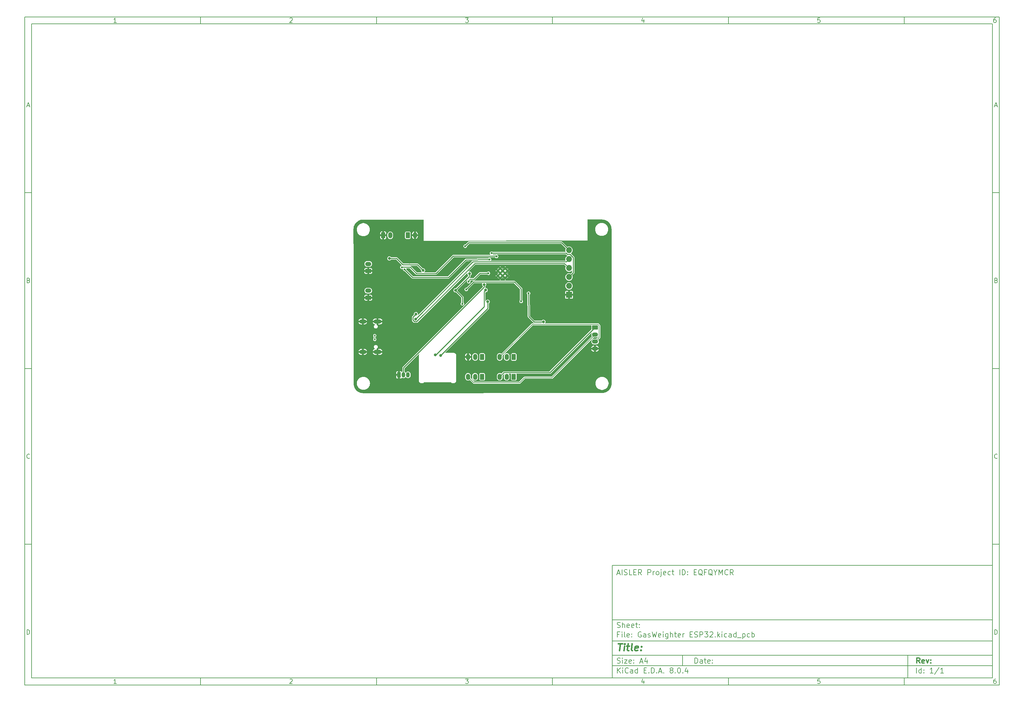
<source format=gbr>
%TF.GenerationSoftware,KiCad,Pcbnew,8.0.4*%
%TF.CreationDate,2024-08-29T22:36:47+02:00*%
%TF.ProjectId,GasWeighter ESP32,47617357-6569-4676-9874-657220455350,rev?*%
%TF.SameCoordinates,Original*%
%TF.FileFunction,Copper,L2,Bot*%
%TF.FilePolarity,Positive*%
%FSLAX46Y46*%
G04 Gerber Fmt 4.6, Leading zero omitted, Abs format (unit mm)*
G04 Created by KiCad (PCBNEW 8.0.4) date 2024-08-29 22:36:47*
%MOMM*%
%LPD*%
G01*
G04 APERTURE LIST*
G04 Aperture macros list*
%AMRoundRect*
0 Rectangle with rounded corners*
0 $1 Rounding radius*
0 $2 $3 $4 $5 $6 $7 $8 $9 X,Y pos of 4 corners*
0 Add a 4 corners polygon primitive as box body*
4,1,4,$2,$3,$4,$5,$6,$7,$8,$9,$2,$3,0*
0 Add four circle primitives for the rounded corners*
1,1,$1+$1,$2,$3*
1,1,$1+$1,$4,$5*
1,1,$1+$1,$6,$7*
1,1,$1+$1,$8,$9*
0 Add four rect primitives between the rounded corners*
20,1,$1+$1,$2,$3,$4,$5,0*
20,1,$1+$1,$4,$5,$6,$7,0*
20,1,$1+$1,$6,$7,$8,$9,0*
20,1,$1+$1,$8,$9,$2,$3,0*%
G04 Aperture macros list end*
%ADD10C,0.100000*%
%ADD11C,0.150000*%
%ADD12C,0.300000*%
%ADD13C,0.400000*%
%TA.AperFunction,ComponentPad*%
%ADD14RoundRect,0.250000X-0.350000X-0.625000X0.350000X-0.625000X0.350000X0.625000X-0.350000X0.625000X0*%
%TD*%
%TA.AperFunction,ComponentPad*%
%ADD15O,1.200000X1.750000*%
%TD*%
%TA.AperFunction,ComponentPad*%
%ADD16RoundRect,0.250000X0.350000X0.625000X-0.350000X0.625000X-0.350000X-0.625000X0.350000X-0.625000X0*%
%TD*%
%TA.AperFunction,ComponentPad*%
%ADD17O,2.300000X1.200000*%
%TD*%
%TA.AperFunction,ComponentPad*%
%ADD18O,2.000000X1.200000*%
%TD*%
%TA.AperFunction,HeatsinkPad*%
%ADD19C,0.600000*%
%TD*%
%TA.AperFunction,ComponentPad*%
%ADD20R,1.700000X1.700000*%
%TD*%
%TA.AperFunction,ComponentPad*%
%ADD21O,1.700000X1.700000*%
%TD*%
%TA.AperFunction,ComponentPad*%
%ADD22R,1.050000X1.500000*%
%TD*%
%TA.AperFunction,ComponentPad*%
%ADD23O,1.050000X1.500000*%
%TD*%
%TA.AperFunction,ComponentPad*%
%ADD24RoundRect,0.250000X0.625000X-0.350000X0.625000X0.350000X-0.625000X0.350000X-0.625000X-0.350000X0*%
%TD*%
%TA.AperFunction,ComponentPad*%
%ADD25O,1.750000X1.200000*%
%TD*%
%TA.AperFunction,ComponentPad*%
%ADD26RoundRect,0.250000X-0.625000X0.350000X-0.625000X-0.350000X0.625000X-0.350000X0.625000X0.350000X0*%
%TD*%
%TA.AperFunction,ViaPad*%
%ADD27C,0.600000*%
%TD*%
%TA.AperFunction,ViaPad*%
%ADD28C,0.800000*%
%TD*%
%TA.AperFunction,ViaPad*%
%ADD29C,0.500000*%
%TD*%
%TA.AperFunction,Conductor*%
%ADD30C,0.250000*%
%TD*%
%TA.AperFunction,Conductor*%
%ADD31C,0.200000*%
%TD*%
G04 APERTURE END LIST*
D10*
D11*
X177002200Y-166007200D02*
X285002200Y-166007200D01*
X285002200Y-198007200D01*
X177002200Y-198007200D01*
X177002200Y-166007200D01*
D10*
D11*
X10000000Y-10000000D02*
X287002200Y-10000000D01*
X287002200Y-200007200D01*
X10000000Y-200007200D01*
X10000000Y-10000000D01*
D10*
D11*
X12000000Y-12000000D02*
X285002200Y-12000000D01*
X285002200Y-198007200D01*
X12000000Y-198007200D01*
X12000000Y-12000000D01*
D10*
D11*
X60000000Y-12000000D02*
X60000000Y-10000000D01*
D10*
D11*
X110000000Y-12000000D02*
X110000000Y-10000000D01*
D10*
D11*
X160000000Y-12000000D02*
X160000000Y-10000000D01*
D10*
D11*
X210000000Y-12000000D02*
X210000000Y-10000000D01*
D10*
D11*
X260000000Y-12000000D02*
X260000000Y-10000000D01*
D10*
D11*
X36089160Y-11593604D02*
X35346303Y-11593604D01*
X35717731Y-11593604D02*
X35717731Y-10293604D01*
X35717731Y-10293604D02*
X35593922Y-10479319D01*
X35593922Y-10479319D02*
X35470112Y-10603128D01*
X35470112Y-10603128D02*
X35346303Y-10665033D01*
D10*
D11*
X85346303Y-10417414D02*
X85408207Y-10355509D01*
X85408207Y-10355509D02*
X85532017Y-10293604D01*
X85532017Y-10293604D02*
X85841541Y-10293604D01*
X85841541Y-10293604D02*
X85965350Y-10355509D01*
X85965350Y-10355509D02*
X86027255Y-10417414D01*
X86027255Y-10417414D02*
X86089160Y-10541223D01*
X86089160Y-10541223D02*
X86089160Y-10665033D01*
X86089160Y-10665033D02*
X86027255Y-10850747D01*
X86027255Y-10850747D02*
X85284398Y-11593604D01*
X85284398Y-11593604D02*
X86089160Y-11593604D01*
D10*
D11*
X135284398Y-10293604D02*
X136089160Y-10293604D01*
X136089160Y-10293604D02*
X135655826Y-10788842D01*
X135655826Y-10788842D02*
X135841541Y-10788842D01*
X135841541Y-10788842D02*
X135965350Y-10850747D01*
X135965350Y-10850747D02*
X136027255Y-10912652D01*
X136027255Y-10912652D02*
X136089160Y-11036461D01*
X136089160Y-11036461D02*
X136089160Y-11345985D01*
X136089160Y-11345985D02*
X136027255Y-11469795D01*
X136027255Y-11469795D02*
X135965350Y-11531700D01*
X135965350Y-11531700D02*
X135841541Y-11593604D01*
X135841541Y-11593604D02*
X135470112Y-11593604D01*
X135470112Y-11593604D02*
X135346303Y-11531700D01*
X135346303Y-11531700D02*
X135284398Y-11469795D01*
D10*
D11*
X185965350Y-10726938D02*
X185965350Y-11593604D01*
X185655826Y-10231700D02*
X185346303Y-11160271D01*
X185346303Y-11160271D02*
X186151064Y-11160271D01*
D10*
D11*
X236027255Y-10293604D02*
X235408207Y-10293604D01*
X235408207Y-10293604D02*
X235346303Y-10912652D01*
X235346303Y-10912652D02*
X235408207Y-10850747D01*
X235408207Y-10850747D02*
X235532017Y-10788842D01*
X235532017Y-10788842D02*
X235841541Y-10788842D01*
X235841541Y-10788842D02*
X235965350Y-10850747D01*
X235965350Y-10850747D02*
X236027255Y-10912652D01*
X236027255Y-10912652D02*
X236089160Y-11036461D01*
X236089160Y-11036461D02*
X236089160Y-11345985D01*
X236089160Y-11345985D02*
X236027255Y-11469795D01*
X236027255Y-11469795D02*
X235965350Y-11531700D01*
X235965350Y-11531700D02*
X235841541Y-11593604D01*
X235841541Y-11593604D02*
X235532017Y-11593604D01*
X235532017Y-11593604D02*
X235408207Y-11531700D01*
X235408207Y-11531700D02*
X235346303Y-11469795D01*
D10*
D11*
X285965350Y-10293604D02*
X285717731Y-10293604D01*
X285717731Y-10293604D02*
X285593922Y-10355509D01*
X285593922Y-10355509D02*
X285532017Y-10417414D01*
X285532017Y-10417414D02*
X285408207Y-10603128D01*
X285408207Y-10603128D02*
X285346303Y-10850747D01*
X285346303Y-10850747D02*
X285346303Y-11345985D01*
X285346303Y-11345985D02*
X285408207Y-11469795D01*
X285408207Y-11469795D02*
X285470112Y-11531700D01*
X285470112Y-11531700D02*
X285593922Y-11593604D01*
X285593922Y-11593604D02*
X285841541Y-11593604D01*
X285841541Y-11593604D02*
X285965350Y-11531700D01*
X285965350Y-11531700D02*
X286027255Y-11469795D01*
X286027255Y-11469795D02*
X286089160Y-11345985D01*
X286089160Y-11345985D02*
X286089160Y-11036461D01*
X286089160Y-11036461D02*
X286027255Y-10912652D01*
X286027255Y-10912652D02*
X285965350Y-10850747D01*
X285965350Y-10850747D02*
X285841541Y-10788842D01*
X285841541Y-10788842D02*
X285593922Y-10788842D01*
X285593922Y-10788842D02*
X285470112Y-10850747D01*
X285470112Y-10850747D02*
X285408207Y-10912652D01*
X285408207Y-10912652D02*
X285346303Y-11036461D01*
D10*
D11*
X60000000Y-198007200D02*
X60000000Y-200007200D01*
D10*
D11*
X110000000Y-198007200D02*
X110000000Y-200007200D01*
D10*
D11*
X160000000Y-198007200D02*
X160000000Y-200007200D01*
D10*
D11*
X210000000Y-198007200D02*
X210000000Y-200007200D01*
D10*
D11*
X260000000Y-198007200D02*
X260000000Y-200007200D01*
D10*
D11*
X36089160Y-199600804D02*
X35346303Y-199600804D01*
X35717731Y-199600804D02*
X35717731Y-198300804D01*
X35717731Y-198300804D02*
X35593922Y-198486519D01*
X35593922Y-198486519D02*
X35470112Y-198610328D01*
X35470112Y-198610328D02*
X35346303Y-198672233D01*
D10*
D11*
X85346303Y-198424614D02*
X85408207Y-198362709D01*
X85408207Y-198362709D02*
X85532017Y-198300804D01*
X85532017Y-198300804D02*
X85841541Y-198300804D01*
X85841541Y-198300804D02*
X85965350Y-198362709D01*
X85965350Y-198362709D02*
X86027255Y-198424614D01*
X86027255Y-198424614D02*
X86089160Y-198548423D01*
X86089160Y-198548423D02*
X86089160Y-198672233D01*
X86089160Y-198672233D02*
X86027255Y-198857947D01*
X86027255Y-198857947D02*
X85284398Y-199600804D01*
X85284398Y-199600804D02*
X86089160Y-199600804D01*
D10*
D11*
X135284398Y-198300804D02*
X136089160Y-198300804D01*
X136089160Y-198300804D02*
X135655826Y-198796042D01*
X135655826Y-198796042D02*
X135841541Y-198796042D01*
X135841541Y-198796042D02*
X135965350Y-198857947D01*
X135965350Y-198857947D02*
X136027255Y-198919852D01*
X136027255Y-198919852D02*
X136089160Y-199043661D01*
X136089160Y-199043661D02*
X136089160Y-199353185D01*
X136089160Y-199353185D02*
X136027255Y-199476995D01*
X136027255Y-199476995D02*
X135965350Y-199538900D01*
X135965350Y-199538900D02*
X135841541Y-199600804D01*
X135841541Y-199600804D02*
X135470112Y-199600804D01*
X135470112Y-199600804D02*
X135346303Y-199538900D01*
X135346303Y-199538900D02*
X135284398Y-199476995D01*
D10*
D11*
X185965350Y-198734138D02*
X185965350Y-199600804D01*
X185655826Y-198238900D02*
X185346303Y-199167471D01*
X185346303Y-199167471D02*
X186151064Y-199167471D01*
D10*
D11*
X236027255Y-198300804D02*
X235408207Y-198300804D01*
X235408207Y-198300804D02*
X235346303Y-198919852D01*
X235346303Y-198919852D02*
X235408207Y-198857947D01*
X235408207Y-198857947D02*
X235532017Y-198796042D01*
X235532017Y-198796042D02*
X235841541Y-198796042D01*
X235841541Y-198796042D02*
X235965350Y-198857947D01*
X235965350Y-198857947D02*
X236027255Y-198919852D01*
X236027255Y-198919852D02*
X236089160Y-199043661D01*
X236089160Y-199043661D02*
X236089160Y-199353185D01*
X236089160Y-199353185D02*
X236027255Y-199476995D01*
X236027255Y-199476995D02*
X235965350Y-199538900D01*
X235965350Y-199538900D02*
X235841541Y-199600804D01*
X235841541Y-199600804D02*
X235532017Y-199600804D01*
X235532017Y-199600804D02*
X235408207Y-199538900D01*
X235408207Y-199538900D02*
X235346303Y-199476995D01*
D10*
D11*
X285965350Y-198300804D02*
X285717731Y-198300804D01*
X285717731Y-198300804D02*
X285593922Y-198362709D01*
X285593922Y-198362709D02*
X285532017Y-198424614D01*
X285532017Y-198424614D02*
X285408207Y-198610328D01*
X285408207Y-198610328D02*
X285346303Y-198857947D01*
X285346303Y-198857947D02*
X285346303Y-199353185D01*
X285346303Y-199353185D02*
X285408207Y-199476995D01*
X285408207Y-199476995D02*
X285470112Y-199538900D01*
X285470112Y-199538900D02*
X285593922Y-199600804D01*
X285593922Y-199600804D02*
X285841541Y-199600804D01*
X285841541Y-199600804D02*
X285965350Y-199538900D01*
X285965350Y-199538900D02*
X286027255Y-199476995D01*
X286027255Y-199476995D02*
X286089160Y-199353185D01*
X286089160Y-199353185D02*
X286089160Y-199043661D01*
X286089160Y-199043661D02*
X286027255Y-198919852D01*
X286027255Y-198919852D02*
X285965350Y-198857947D01*
X285965350Y-198857947D02*
X285841541Y-198796042D01*
X285841541Y-198796042D02*
X285593922Y-198796042D01*
X285593922Y-198796042D02*
X285470112Y-198857947D01*
X285470112Y-198857947D02*
X285408207Y-198919852D01*
X285408207Y-198919852D02*
X285346303Y-199043661D01*
D10*
D11*
X10000000Y-60000000D02*
X12000000Y-60000000D01*
D10*
D11*
X10000000Y-110000000D02*
X12000000Y-110000000D01*
D10*
D11*
X10000000Y-160000000D02*
X12000000Y-160000000D01*
D10*
D11*
X10690476Y-35222176D02*
X11309523Y-35222176D01*
X10566666Y-35593604D02*
X10999999Y-34293604D01*
X10999999Y-34293604D02*
X11433333Y-35593604D01*
D10*
D11*
X11092857Y-84912652D02*
X11278571Y-84974557D01*
X11278571Y-84974557D02*
X11340476Y-85036461D01*
X11340476Y-85036461D02*
X11402380Y-85160271D01*
X11402380Y-85160271D02*
X11402380Y-85345985D01*
X11402380Y-85345985D02*
X11340476Y-85469795D01*
X11340476Y-85469795D02*
X11278571Y-85531700D01*
X11278571Y-85531700D02*
X11154761Y-85593604D01*
X11154761Y-85593604D02*
X10659523Y-85593604D01*
X10659523Y-85593604D02*
X10659523Y-84293604D01*
X10659523Y-84293604D02*
X11092857Y-84293604D01*
X11092857Y-84293604D02*
X11216666Y-84355509D01*
X11216666Y-84355509D02*
X11278571Y-84417414D01*
X11278571Y-84417414D02*
X11340476Y-84541223D01*
X11340476Y-84541223D02*
X11340476Y-84665033D01*
X11340476Y-84665033D02*
X11278571Y-84788842D01*
X11278571Y-84788842D02*
X11216666Y-84850747D01*
X11216666Y-84850747D02*
X11092857Y-84912652D01*
X11092857Y-84912652D02*
X10659523Y-84912652D01*
D10*
D11*
X11402380Y-135469795D02*
X11340476Y-135531700D01*
X11340476Y-135531700D02*
X11154761Y-135593604D01*
X11154761Y-135593604D02*
X11030952Y-135593604D01*
X11030952Y-135593604D02*
X10845238Y-135531700D01*
X10845238Y-135531700D02*
X10721428Y-135407890D01*
X10721428Y-135407890D02*
X10659523Y-135284080D01*
X10659523Y-135284080D02*
X10597619Y-135036461D01*
X10597619Y-135036461D02*
X10597619Y-134850747D01*
X10597619Y-134850747D02*
X10659523Y-134603128D01*
X10659523Y-134603128D02*
X10721428Y-134479319D01*
X10721428Y-134479319D02*
X10845238Y-134355509D01*
X10845238Y-134355509D02*
X11030952Y-134293604D01*
X11030952Y-134293604D02*
X11154761Y-134293604D01*
X11154761Y-134293604D02*
X11340476Y-134355509D01*
X11340476Y-134355509D02*
X11402380Y-134417414D01*
D10*
D11*
X10659523Y-185593604D02*
X10659523Y-184293604D01*
X10659523Y-184293604D02*
X10969047Y-184293604D01*
X10969047Y-184293604D02*
X11154761Y-184355509D01*
X11154761Y-184355509D02*
X11278571Y-184479319D01*
X11278571Y-184479319D02*
X11340476Y-184603128D01*
X11340476Y-184603128D02*
X11402380Y-184850747D01*
X11402380Y-184850747D02*
X11402380Y-185036461D01*
X11402380Y-185036461D02*
X11340476Y-185284080D01*
X11340476Y-185284080D02*
X11278571Y-185407890D01*
X11278571Y-185407890D02*
X11154761Y-185531700D01*
X11154761Y-185531700D02*
X10969047Y-185593604D01*
X10969047Y-185593604D02*
X10659523Y-185593604D01*
D10*
D11*
X287002200Y-60000000D02*
X285002200Y-60000000D01*
D10*
D11*
X287002200Y-110000000D02*
X285002200Y-110000000D01*
D10*
D11*
X287002200Y-160000000D02*
X285002200Y-160000000D01*
D10*
D11*
X285692676Y-35222176D02*
X286311723Y-35222176D01*
X285568866Y-35593604D02*
X286002199Y-34293604D01*
X286002199Y-34293604D02*
X286435533Y-35593604D01*
D10*
D11*
X286095057Y-84912652D02*
X286280771Y-84974557D01*
X286280771Y-84974557D02*
X286342676Y-85036461D01*
X286342676Y-85036461D02*
X286404580Y-85160271D01*
X286404580Y-85160271D02*
X286404580Y-85345985D01*
X286404580Y-85345985D02*
X286342676Y-85469795D01*
X286342676Y-85469795D02*
X286280771Y-85531700D01*
X286280771Y-85531700D02*
X286156961Y-85593604D01*
X286156961Y-85593604D02*
X285661723Y-85593604D01*
X285661723Y-85593604D02*
X285661723Y-84293604D01*
X285661723Y-84293604D02*
X286095057Y-84293604D01*
X286095057Y-84293604D02*
X286218866Y-84355509D01*
X286218866Y-84355509D02*
X286280771Y-84417414D01*
X286280771Y-84417414D02*
X286342676Y-84541223D01*
X286342676Y-84541223D02*
X286342676Y-84665033D01*
X286342676Y-84665033D02*
X286280771Y-84788842D01*
X286280771Y-84788842D02*
X286218866Y-84850747D01*
X286218866Y-84850747D02*
X286095057Y-84912652D01*
X286095057Y-84912652D02*
X285661723Y-84912652D01*
D10*
D11*
X286404580Y-135469795D02*
X286342676Y-135531700D01*
X286342676Y-135531700D02*
X286156961Y-135593604D01*
X286156961Y-135593604D02*
X286033152Y-135593604D01*
X286033152Y-135593604D02*
X285847438Y-135531700D01*
X285847438Y-135531700D02*
X285723628Y-135407890D01*
X285723628Y-135407890D02*
X285661723Y-135284080D01*
X285661723Y-135284080D02*
X285599819Y-135036461D01*
X285599819Y-135036461D02*
X285599819Y-134850747D01*
X285599819Y-134850747D02*
X285661723Y-134603128D01*
X285661723Y-134603128D02*
X285723628Y-134479319D01*
X285723628Y-134479319D02*
X285847438Y-134355509D01*
X285847438Y-134355509D02*
X286033152Y-134293604D01*
X286033152Y-134293604D02*
X286156961Y-134293604D01*
X286156961Y-134293604D02*
X286342676Y-134355509D01*
X286342676Y-134355509D02*
X286404580Y-134417414D01*
D10*
D11*
X285661723Y-185593604D02*
X285661723Y-184293604D01*
X285661723Y-184293604D02*
X285971247Y-184293604D01*
X285971247Y-184293604D02*
X286156961Y-184355509D01*
X286156961Y-184355509D02*
X286280771Y-184479319D01*
X286280771Y-184479319D02*
X286342676Y-184603128D01*
X286342676Y-184603128D02*
X286404580Y-184850747D01*
X286404580Y-184850747D02*
X286404580Y-185036461D01*
X286404580Y-185036461D02*
X286342676Y-185284080D01*
X286342676Y-185284080D02*
X286280771Y-185407890D01*
X286280771Y-185407890D02*
X286156961Y-185531700D01*
X286156961Y-185531700D02*
X285971247Y-185593604D01*
X285971247Y-185593604D02*
X285661723Y-185593604D01*
D10*
D11*
X200458026Y-193793328D02*
X200458026Y-192293328D01*
X200458026Y-192293328D02*
X200815169Y-192293328D01*
X200815169Y-192293328D02*
X201029455Y-192364757D01*
X201029455Y-192364757D02*
X201172312Y-192507614D01*
X201172312Y-192507614D02*
X201243741Y-192650471D01*
X201243741Y-192650471D02*
X201315169Y-192936185D01*
X201315169Y-192936185D02*
X201315169Y-193150471D01*
X201315169Y-193150471D02*
X201243741Y-193436185D01*
X201243741Y-193436185D02*
X201172312Y-193579042D01*
X201172312Y-193579042D02*
X201029455Y-193721900D01*
X201029455Y-193721900D02*
X200815169Y-193793328D01*
X200815169Y-193793328D02*
X200458026Y-193793328D01*
X202600884Y-193793328D02*
X202600884Y-193007614D01*
X202600884Y-193007614D02*
X202529455Y-192864757D01*
X202529455Y-192864757D02*
X202386598Y-192793328D01*
X202386598Y-192793328D02*
X202100884Y-192793328D01*
X202100884Y-192793328D02*
X201958026Y-192864757D01*
X202600884Y-193721900D02*
X202458026Y-193793328D01*
X202458026Y-193793328D02*
X202100884Y-193793328D01*
X202100884Y-193793328D02*
X201958026Y-193721900D01*
X201958026Y-193721900D02*
X201886598Y-193579042D01*
X201886598Y-193579042D02*
X201886598Y-193436185D01*
X201886598Y-193436185D02*
X201958026Y-193293328D01*
X201958026Y-193293328D02*
X202100884Y-193221900D01*
X202100884Y-193221900D02*
X202458026Y-193221900D01*
X202458026Y-193221900D02*
X202600884Y-193150471D01*
X203100884Y-192793328D02*
X203672312Y-192793328D01*
X203315169Y-192293328D02*
X203315169Y-193579042D01*
X203315169Y-193579042D02*
X203386598Y-193721900D01*
X203386598Y-193721900D02*
X203529455Y-193793328D01*
X203529455Y-193793328D02*
X203672312Y-193793328D01*
X204743741Y-193721900D02*
X204600884Y-193793328D01*
X204600884Y-193793328D02*
X204315170Y-193793328D01*
X204315170Y-193793328D02*
X204172312Y-193721900D01*
X204172312Y-193721900D02*
X204100884Y-193579042D01*
X204100884Y-193579042D02*
X204100884Y-193007614D01*
X204100884Y-193007614D02*
X204172312Y-192864757D01*
X204172312Y-192864757D02*
X204315170Y-192793328D01*
X204315170Y-192793328D02*
X204600884Y-192793328D01*
X204600884Y-192793328D02*
X204743741Y-192864757D01*
X204743741Y-192864757D02*
X204815170Y-193007614D01*
X204815170Y-193007614D02*
X204815170Y-193150471D01*
X204815170Y-193150471D02*
X204100884Y-193293328D01*
X205458026Y-193650471D02*
X205529455Y-193721900D01*
X205529455Y-193721900D02*
X205458026Y-193793328D01*
X205458026Y-193793328D02*
X205386598Y-193721900D01*
X205386598Y-193721900D02*
X205458026Y-193650471D01*
X205458026Y-193650471D02*
X205458026Y-193793328D01*
X205458026Y-192864757D02*
X205529455Y-192936185D01*
X205529455Y-192936185D02*
X205458026Y-193007614D01*
X205458026Y-193007614D02*
X205386598Y-192936185D01*
X205386598Y-192936185D02*
X205458026Y-192864757D01*
X205458026Y-192864757D02*
X205458026Y-193007614D01*
D10*
D11*
X177002200Y-194507200D02*
X285002200Y-194507200D01*
D10*
D11*
X178458026Y-196593328D02*
X178458026Y-195093328D01*
X179315169Y-196593328D02*
X178672312Y-195736185D01*
X179315169Y-195093328D02*
X178458026Y-195950471D01*
X179958026Y-196593328D02*
X179958026Y-195593328D01*
X179958026Y-195093328D02*
X179886598Y-195164757D01*
X179886598Y-195164757D02*
X179958026Y-195236185D01*
X179958026Y-195236185D02*
X180029455Y-195164757D01*
X180029455Y-195164757D02*
X179958026Y-195093328D01*
X179958026Y-195093328D02*
X179958026Y-195236185D01*
X181529455Y-196450471D02*
X181458027Y-196521900D01*
X181458027Y-196521900D02*
X181243741Y-196593328D01*
X181243741Y-196593328D02*
X181100884Y-196593328D01*
X181100884Y-196593328D02*
X180886598Y-196521900D01*
X180886598Y-196521900D02*
X180743741Y-196379042D01*
X180743741Y-196379042D02*
X180672312Y-196236185D01*
X180672312Y-196236185D02*
X180600884Y-195950471D01*
X180600884Y-195950471D02*
X180600884Y-195736185D01*
X180600884Y-195736185D02*
X180672312Y-195450471D01*
X180672312Y-195450471D02*
X180743741Y-195307614D01*
X180743741Y-195307614D02*
X180886598Y-195164757D01*
X180886598Y-195164757D02*
X181100884Y-195093328D01*
X181100884Y-195093328D02*
X181243741Y-195093328D01*
X181243741Y-195093328D02*
X181458027Y-195164757D01*
X181458027Y-195164757D02*
X181529455Y-195236185D01*
X182815170Y-196593328D02*
X182815170Y-195807614D01*
X182815170Y-195807614D02*
X182743741Y-195664757D01*
X182743741Y-195664757D02*
X182600884Y-195593328D01*
X182600884Y-195593328D02*
X182315170Y-195593328D01*
X182315170Y-195593328D02*
X182172312Y-195664757D01*
X182815170Y-196521900D02*
X182672312Y-196593328D01*
X182672312Y-196593328D02*
X182315170Y-196593328D01*
X182315170Y-196593328D02*
X182172312Y-196521900D01*
X182172312Y-196521900D02*
X182100884Y-196379042D01*
X182100884Y-196379042D02*
X182100884Y-196236185D01*
X182100884Y-196236185D02*
X182172312Y-196093328D01*
X182172312Y-196093328D02*
X182315170Y-196021900D01*
X182315170Y-196021900D02*
X182672312Y-196021900D01*
X182672312Y-196021900D02*
X182815170Y-195950471D01*
X184172313Y-196593328D02*
X184172313Y-195093328D01*
X184172313Y-196521900D02*
X184029455Y-196593328D01*
X184029455Y-196593328D02*
X183743741Y-196593328D01*
X183743741Y-196593328D02*
X183600884Y-196521900D01*
X183600884Y-196521900D02*
X183529455Y-196450471D01*
X183529455Y-196450471D02*
X183458027Y-196307614D01*
X183458027Y-196307614D02*
X183458027Y-195879042D01*
X183458027Y-195879042D02*
X183529455Y-195736185D01*
X183529455Y-195736185D02*
X183600884Y-195664757D01*
X183600884Y-195664757D02*
X183743741Y-195593328D01*
X183743741Y-195593328D02*
X184029455Y-195593328D01*
X184029455Y-195593328D02*
X184172313Y-195664757D01*
X186029455Y-195807614D02*
X186529455Y-195807614D01*
X186743741Y-196593328D02*
X186029455Y-196593328D01*
X186029455Y-196593328D02*
X186029455Y-195093328D01*
X186029455Y-195093328D02*
X186743741Y-195093328D01*
X187386598Y-196450471D02*
X187458027Y-196521900D01*
X187458027Y-196521900D02*
X187386598Y-196593328D01*
X187386598Y-196593328D02*
X187315170Y-196521900D01*
X187315170Y-196521900D02*
X187386598Y-196450471D01*
X187386598Y-196450471D02*
X187386598Y-196593328D01*
X188100884Y-196593328D02*
X188100884Y-195093328D01*
X188100884Y-195093328D02*
X188458027Y-195093328D01*
X188458027Y-195093328D02*
X188672313Y-195164757D01*
X188672313Y-195164757D02*
X188815170Y-195307614D01*
X188815170Y-195307614D02*
X188886599Y-195450471D01*
X188886599Y-195450471D02*
X188958027Y-195736185D01*
X188958027Y-195736185D02*
X188958027Y-195950471D01*
X188958027Y-195950471D02*
X188886599Y-196236185D01*
X188886599Y-196236185D02*
X188815170Y-196379042D01*
X188815170Y-196379042D02*
X188672313Y-196521900D01*
X188672313Y-196521900D02*
X188458027Y-196593328D01*
X188458027Y-196593328D02*
X188100884Y-196593328D01*
X189600884Y-196450471D02*
X189672313Y-196521900D01*
X189672313Y-196521900D02*
X189600884Y-196593328D01*
X189600884Y-196593328D02*
X189529456Y-196521900D01*
X189529456Y-196521900D02*
X189600884Y-196450471D01*
X189600884Y-196450471D02*
X189600884Y-196593328D01*
X190243742Y-196164757D02*
X190958028Y-196164757D01*
X190100885Y-196593328D02*
X190600885Y-195093328D01*
X190600885Y-195093328D02*
X191100885Y-196593328D01*
X191600884Y-196450471D02*
X191672313Y-196521900D01*
X191672313Y-196521900D02*
X191600884Y-196593328D01*
X191600884Y-196593328D02*
X191529456Y-196521900D01*
X191529456Y-196521900D02*
X191600884Y-196450471D01*
X191600884Y-196450471D02*
X191600884Y-196593328D01*
X193672313Y-195736185D02*
X193529456Y-195664757D01*
X193529456Y-195664757D02*
X193458027Y-195593328D01*
X193458027Y-195593328D02*
X193386599Y-195450471D01*
X193386599Y-195450471D02*
X193386599Y-195379042D01*
X193386599Y-195379042D02*
X193458027Y-195236185D01*
X193458027Y-195236185D02*
X193529456Y-195164757D01*
X193529456Y-195164757D02*
X193672313Y-195093328D01*
X193672313Y-195093328D02*
X193958027Y-195093328D01*
X193958027Y-195093328D02*
X194100885Y-195164757D01*
X194100885Y-195164757D02*
X194172313Y-195236185D01*
X194172313Y-195236185D02*
X194243742Y-195379042D01*
X194243742Y-195379042D02*
X194243742Y-195450471D01*
X194243742Y-195450471D02*
X194172313Y-195593328D01*
X194172313Y-195593328D02*
X194100885Y-195664757D01*
X194100885Y-195664757D02*
X193958027Y-195736185D01*
X193958027Y-195736185D02*
X193672313Y-195736185D01*
X193672313Y-195736185D02*
X193529456Y-195807614D01*
X193529456Y-195807614D02*
X193458027Y-195879042D01*
X193458027Y-195879042D02*
X193386599Y-196021900D01*
X193386599Y-196021900D02*
X193386599Y-196307614D01*
X193386599Y-196307614D02*
X193458027Y-196450471D01*
X193458027Y-196450471D02*
X193529456Y-196521900D01*
X193529456Y-196521900D02*
X193672313Y-196593328D01*
X193672313Y-196593328D02*
X193958027Y-196593328D01*
X193958027Y-196593328D02*
X194100885Y-196521900D01*
X194100885Y-196521900D02*
X194172313Y-196450471D01*
X194172313Y-196450471D02*
X194243742Y-196307614D01*
X194243742Y-196307614D02*
X194243742Y-196021900D01*
X194243742Y-196021900D02*
X194172313Y-195879042D01*
X194172313Y-195879042D02*
X194100885Y-195807614D01*
X194100885Y-195807614D02*
X193958027Y-195736185D01*
X194886598Y-196450471D02*
X194958027Y-196521900D01*
X194958027Y-196521900D02*
X194886598Y-196593328D01*
X194886598Y-196593328D02*
X194815170Y-196521900D01*
X194815170Y-196521900D02*
X194886598Y-196450471D01*
X194886598Y-196450471D02*
X194886598Y-196593328D01*
X195886599Y-195093328D02*
X196029456Y-195093328D01*
X196029456Y-195093328D02*
X196172313Y-195164757D01*
X196172313Y-195164757D02*
X196243742Y-195236185D01*
X196243742Y-195236185D02*
X196315170Y-195379042D01*
X196315170Y-195379042D02*
X196386599Y-195664757D01*
X196386599Y-195664757D02*
X196386599Y-196021900D01*
X196386599Y-196021900D02*
X196315170Y-196307614D01*
X196315170Y-196307614D02*
X196243742Y-196450471D01*
X196243742Y-196450471D02*
X196172313Y-196521900D01*
X196172313Y-196521900D02*
X196029456Y-196593328D01*
X196029456Y-196593328D02*
X195886599Y-196593328D01*
X195886599Y-196593328D02*
X195743742Y-196521900D01*
X195743742Y-196521900D02*
X195672313Y-196450471D01*
X195672313Y-196450471D02*
X195600884Y-196307614D01*
X195600884Y-196307614D02*
X195529456Y-196021900D01*
X195529456Y-196021900D02*
X195529456Y-195664757D01*
X195529456Y-195664757D02*
X195600884Y-195379042D01*
X195600884Y-195379042D02*
X195672313Y-195236185D01*
X195672313Y-195236185D02*
X195743742Y-195164757D01*
X195743742Y-195164757D02*
X195886599Y-195093328D01*
X197029455Y-196450471D02*
X197100884Y-196521900D01*
X197100884Y-196521900D02*
X197029455Y-196593328D01*
X197029455Y-196593328D02*
X196958027Y-196521900D01*
X196958027Y-196521900D02*
X197029455Y-196450471D01*
X197029455Y-196450471D02*
X197029455Y-196593328D01*
X198386599Y-195593328D02*
X198386599Y-196593328D01*
X198029456Y-195021900D02*
X197672313Y-196093328D01*
X197672313Y-196093328D02*
X198600884Y-196093328D01*
D10*
D11*
X177002200Y-191507200D02*
X285002200Y-191507200D01*
D10*
D12*
X264413853Y-193785528D02*
X263913853Y-193071242D01*
X263556710Y-193785528D02*
X263556710Y-192285528D01*
X263556710Y-192285528D02*
X264128139Y-192285528D01*
X264128139Y-192285528D02*
X264270996Y-192356957D01*
X264270996Y-192356957D02*
X264342425Y-192428385D01*
X264342425Y-192428385D02*
X264413853Y-192571242D01*
X264413853Y-192571242D02*
X264413853Y-192785528D01*
X264413853Y-192785528D02*
X264342425Y-192928385D01*
X264342425Y-192928385D02*
X264270996Y-192999814D01*
X264270996Y-192999814D02*
X264128139Y-193071242D01*
X264128139Y-193071242D02*
X263556710Y-193071242D01*
X265628139Y-193714100D02*
X265485282Y-193785528D01*
X265485282Y-193785528D02*
X265199568Y-193785528D01*
X265199568Y-193785528D02*
X265056710Y-193714100D01*
X265056710Y-193714100D02*
X264985282Y-193571242D01*
X264985282Y-193571242D02*
X264985282Y-192999814D01*
X264985282Y-192999814D02*
X265056710Y-192856957D01*
X265056710Y-192856957D02*
X265199568Y-192785528D01*
X265199568Y-192785528D02*
X265485282Y-192785528D01*
X265485282Y-192785528D02*
X265628139Y-192856957D01*
X265628139Y-192856957D02*
X265699568Y-192999814D01*
X265699568Y-192999814D02*
X265699568Y-193142671D01*
X265699568Y-193142671D02*
X264985282Y-193285528D01*
X266199567Y-192785528D02*
X266556710Y-193785528D01*
X266556710Y-193785528D02*
X266913853Y-192785528D01*
X267485281Y-193642671D02*
X267556710Y-193714100D01*
X267556710Y-193714100D02*
X267485281Y-193785528D01*
X267485281Y-193785528D02*
X267413853Y-193714100D01*
X267413853Y-193714100D02*
X267485281Y-193642671D01*
X267485281Y-193642671D02*
X267485281Y-193785528D01*
X267485281Y-192856957D02*
X267556710Y-192928385D01*
X267556710Y-192928385D02*
X267485281Y-192999814D01*
X267485281Y-192999814D02*
X267413853Y-192928385D01*
X267413853Y-192928385D02*
X267485281Y-192856957D01*
X267485281Y-192856957D02*
X267485281Y-192999814D01*
D10*
D11*
X178386598Y-193721900D02*
X178600884Y-193793328D01*
X178600884Y-193793328D02*
X178958026Y-193793328D01*
X178958026Y-193793328D02*
X179100884Y-193721900D01*
X179100884Y-193721900D02*
X179172312Y-193650471D01*
X179172312Y-193650471D02*
X179243741Y-193507614D01*
X179243741Y-193507614D02*
X179243741Y-193364757D01*
X179243741Y-193364757D02*
X179172312Y-193221900D01*
X179172312Y-193221900D02*
X179100884Y-193150471D01*
X179100884Y-193150471D02*
X178958026Y-193079042D01*
X178958026Y-193079042D02*
X178672312Y-193007614D01*
X178672312Y-193007614D02*
X178529455Y-192936185D01*
X178529455Y-192936185D02*
X178458026Y-192864757D01*
X178458026Y-192864757D02*
X178386598Y-192721900D01*
X178386598Y-192721900D02*
X178386598Y-192579042D01*
X178386598Y-192579042D02*
X178458026Y-192436185D01*
X178458026Y-192436185D02*
X178529455Y-192364757D01*
X178529455Y-192364757D02*
X178672312Y-192293328D01*
X178672312Y-192293328D02*
X179029455Y-192293328D01*
X179029455Y-192293328D02*
X179243741Y-192364757D01*
X179886597Y-193793328D02*
X179886597Y-192793328D01*
X179886597Y-192293328D02*
X179815169Y-192364757D01*
X179815169Y-192364757D02*
X179886597Y-192436185D01*
X179886597Y-192436185D02*
X179958026Y-192364757D01*
X179958026Y-192364757D02*
X179886597Y-192293328D01*
X179886597Y-192293328D02*
X179886597Y-192436185D01*
X180458026Y-192793328D02*
X181243741Y-192793328D01*
X181243741Y-192793328D02*
X180458026Y-193793328D01*
X180458026Y-193793328D02*
X181243741Y-193793328D01*
X182386598Y-193721900D02*
X182243741Y-193793328D01*
X182243741Y-193793328D02*
X181958027Y-193793328D01*
X181958027Y-193793328D02*
X181815169Y-193721900D01*
X181815169Y-193721900D02*
X181743741Y-193579042D01*
X181743741Y-193579042D02*
X181743741Y-193007614D01*
X181743741Y-193007614D02*
X181815169Y-192864757D01*
X181815169Y-192864757D02*
X181958027Y-192793328D01*
X181958027Y-192793328D02*
X182243741Y-192793328D01*
X182243741Y-192793328D02*
X182386598Y-192864757D01*
X182386598Y-192864757D02*
X182458027Y-193007614D01*
X182458027Y-193007614D02*
X182458027Y-193150471D01*
X182458027Y-193150471D02*
X181743741Y-193293328D01*
X183100883Y-193650471D02*
X183172312Y-193721900D01*
X183172312Y-193721900D02*
X183100883Y-193793328D01*
X183100883Y-193793328D02*
X183029455Y-193721900D01*
X183029455Y-193721900D02*
X183100883Y-193650471D01*
X183100883Y-193650471D02*
X183100883Y-193793328D01*
X183100883Y-192864757D02*
X183172312Y-192936185D01*
X183172312Y-192936185D02*
X183100883Y-193007614D01*
X183100883Y-193007614D02*
X183029455Y-192936185D01*
X183029455Y-192936185D02*
X183100883Y-192864757D01*
X183100883Y-192864757D02*
X183100883Y-193007614D01*
X184886598Y-193364757D02*
X185600884Y-193364757D01*
X184743741Y-193793328D02*
X185243741Y-192293328D01*
X185243741Y-192293328D02*
X185743741Y-193793328D01*
X186886598Y-192793328D02*
X186886598Y-193793328D01*
X186529455Y-192221900D02*
X186172312Y-193293328D01*
X186172312Y-193293328D02*
X187100883Y-193293328D01*
D10*
D11*
X263458026Y-196593328D02*
X263458026Y-195093328D01*
X264815170Y-196593328D02*
X264815170Y-195093328D01*
X264815170Y-196521900D02*
X264672312Y-196593328D01*
X264672312Y-196593328D02*
X264386598Y-196593328D01*
X264386598Y-196593328D02*
X264243741Y-196521900D01*
X264243741Y-196521900D02*
X264172312Y-196450471D01*
X264172312Y-196450471D02*
X264100884Y-196307614D01*
X264100884Y-196307614D02*
X264100884Y-195879042D01*
X264100884Y-195879042D02*
X264172312Y-195736185D01*
X264172312Y-195736185D02*
X264243741Y-195664757D01*
X264243741Y-195664757D02*
X264386598Y-195593328D01*
X264386598Y-195593328D02*
X264672312Y-195593328D01*
X264672312Y-195593328D02*
X264815170Y-195664757D01*
X265529455Y-196450471D02*
X265600884Y-196521900D01*
X265600884Y-196521900D02*
X265529455Y-196593328D01*
X265529455Y-196593328D02*
X265458027Y-196521900D01*
X265458027Y-196521900D02*
X265529455Y-196450471D01*
X265529455Y-196450471D02*
X265529455Y-196593328D01*
X265529455Y-195664757D02*
X265600884Y-195736185D01*
X265600884Y-195736185D02*
X265529455Y-195807614D01*
X265529455Y-195807614D02*
X265458027Y-195736185D01*
X265458027Y-195736185D02*
X265529455Y-195664757D01*
X265529455Y-195664757D02*
X265529455Y-195807614D01*
X268172313Y-196593328D02*
X267315170Y-196593328D01*
X267743741Y-196593328D02*
X267743741Y-195093328D01*
X267743741Y-195093328D02*
X267600884Y-195307614D01*
X267600884Y-195307614D02*
X267458027Y-195450471D01*
X267458027Y-195450471D02*
X267315170Y-195521900D01*
X269886598Y-195021900D02*
X268600884Y-196950471D01*
X271172313Y-196593328D02*
X270315170Y-196593328D01*
X270743741Y-196593328D02*
X270743741Y-195093328D01*
X270743741Y-195093328D02*
X270600884Y-195307614D01*
X270600884Y-195307614D02*
X270458027Y-195450471D01*
X270458027Y-195450471D02*
X270315170Y-195521900D01*
D10*
D11*
X177002200Y-187507200D02*
X285002200Y-187507200D01*
D10*
D13*
X178693928Y-188211638D02*
X179836785Y-188211638D01*
X179015357Y-190211638D02*
X179265357Y-188211638D01*
X180253452Y-190211638D02*
X180420119Y-188878304D01*
X180503452Y-188211638D02*
X180396309Y-188306876D01*
X180396309Y-188306876D02*
X180479643Y-188402114D01*
X180479643Y-188402114D02*
X180586786Y-188306876D01*
X180586786Y-188306876D02*
X180503452Y-188211638D01*
X180503452Y-188211638D02*
X180479643Y-188402114D01*
X181086786Y-188878304D02*
X181848690Y-188878304D01*
X181455833Y-188211638D02*
X181241548Y-189925923D01*
X181241548Y-189925923D02*
X181312976Y-190116400D01*
X181312976Y-190116400D02*
X181491548Y-190211638D01*
X181491548Y-190211638D02*
X181682024Y-190211638D01*
X182634405Y-190211638D02*
X182455833Y-190116400D01*
X182455833Y-190116400D02*
X182384405Y-189925923D01*
X182384405Y-189925923D02*
X182598690Y-188211638D01*
X184170119Y-190116400D02*
X183967738Y-190211638D01*
X183967738Y-190211638D02*
X183586785Y-190211638D01*
X183586785Y-190211638D02*
X183408214Y-190116400D01*
X183408214Y-190116400D02*
X183336785Y-189925923D01*
X183336785Y-189925923D02*
X183432024Y-189164019D01*
X183432024Y-189164019D02*
X183551071Y-188973542D01*
X183551071Y-188973542D02*
X183753452Y-188878304D01*
X183753452Y-188878304D02*
X184134404Y-188878304D01*
X184134404Y-188878304D02*
X184312976Y-188973542D01*
X184312976Y-188973542D02*
X184384404Y-189164019D01*
X184384404Y-189164019D02*
X184360595Y-189354495D01*
X184360595Y-189354495D02*
X183384404Y-189544971D01*
X185134405Y-190021161D02*
X185217738Y-190116400D01*
X185217738Y-190116400D02*
X185110595Y-190211638D01*
X185110595Y-190211638D02*
X185027262Y-190116400D01*
X185027262Y-190116400D02*
X185134405Y-190021161D01*
X185134405Y-190021161D02*
X185110595Y-190211638D01*
X185265357Y-188973542D02*
X185348690Y-189068780D01*
X185348690Y-189068780D02*
X185241548Y-189164019D01*
X185241548Y-189164019D02*
X185158214Y-189068780D01*
X185158214Y-189068780D02*
X185265357Y-188973542D01*
X185265357Y-188973542D02*
X185241548Y-189164019D01*
D10*
D11*
X178958026Y-185607614D02*
X178458026Y-185607614D01*
X178458026Y-186393328D02*
X178458026Y-184893328D01*
X178458026Y-184893328D02*
X179172312Y-184893328D01*
X179743740Y-186393328D02*
X179743740Y-185393328D01*
X179743740Y-184893328D02*
X179672312Y-184964757D01*
X179672312Y-184964757D02*
X179743740Y-185036185D01*
X179743740Y-185036185D02*
X179815169Y-184964757D01*
X179815169Y-184964757D02*
X179743740Y-184893328D01*
X179743740Y-184893328D02*
X179743740Y-185036185D01*
X180672312Y-186393328D02*
X180529455Y-186321900D01*
X180529455Y-186321900D02*
X180458026Y-186179042D01*
X180458026Y-186179042D02*
X180458026Y-184893328D01*
X181815169Y-186321900D02*
X181672312Y-186393328D01*
X181672312Y-186393328D02*
X181386598Y-186393328D01*
X181386598Y-186393328D02*
X181243740Y-186321900D01*
X181243740Y-186321900D02*
X181172312Y-186179042D01*
X181172312Y-186179042D02*
X181172312Y-185607614D01*
X181172312Y-185607614D02*
X181243740Y-185464757D01*
X181243740Y-185464757D02*
X181386598Y-185393328D01*
X181386598Y-185393328D02*
X181672312Y-185393328D01*
X181672312Y-185393328D02*
X181815169Y-185464757D01*
X181815169Y-185464757D02*
X181886598Y-185607614D01*
X181886598Y-185607614D02*
X181886598Y-185750471D01*
X181886598Y-185750471D02*
X181172312Y-185893328D01*
X182529454Y-186250471D02*
X182600883Y-186321900D01*
X182600883Y-186321900D02*
X182529454Y-186393328D01*
X182529454Y-186393328D02*
X182458026Y-186321900D01*
X182458026Y-186321900D02*
X182529454Y-186250471D01*
X182529454Y-186250471D02*
X182529454Y-186393328D01*
X182529454Y-185464757D02*
X182600883Y-185536185D01*
X182600883Y-185536185D02*
X182529454Y-185607614D01*
X182529454Y-185607614D02*
X182458026Y-185536185D01*
X182458026Y-185536185D02*
X182529454Y-185464757D01*
X182529454Y-185464757D02*
X182529454Y-185607614D01*
X185172312Y-184964757D02*
X185029455Y-184893328D01*
X185029455Y-184893328D02*
X184815169Y-184893328D01*
X184815169Y-184893328D02*
X184600883Y-184964757D01*
X184600883Y-184964757D02*
X184458026Y-185107614D01*
X184458026Y-185107614D02*
X184386597Y-185250471D01*
X184386597Y-185250471D02*
X184315169Y-185536185D01*
X184315169Y-185536185D02*
X184315169Y-185750471D01*
X184315169Y-185750471D02*
X184386597Y-186036185D01*
X184386597Y-186036185D02*
X184458026Y-186179042D01*
X184458026Y-186179042D02*
X184600883Y-186321900D01*
X184600883Y-186321900D02*
X184815169Y-186393328D01*
X184815169Y-186393328D02*
X184958026Y-186393328D01*
X184958026Y-186393328D02*
X185172312Y-186321900D01*
X185172312Y-186321900D02*
X185243740Y-186250471D01*
X185243740Y-186250471D02*
X185243740Y-185750471D01*
X185243740Y-185750471D02*
X184958026Y-185750471D01*
X186529455Y-186393328D02*
X186529455Y-185607614D01*
X186529455Y-185607614D02*
X186458026Y-185464757D01*
X186458026Y-185464757D02*
X186315169Y-185393328D01*
X186315169Y-185393328D02*
X186029455Y-185393328D01*
X186029455Y-185393328D02*
X185886597Y-185464757D01*
X186529455Y-186321900D02*
X186386597Y-186393328D01*
X186386597Y-186393328D02*
X186029455Y-186393328D01*
X186029455Y-186393328D02*
X185886597Y-186321900D01*
X185886597Y-186321900D02*
X185815169Y-186179042D01*
X185815169Y-186179042D02*
X185815169Y-186036185D01*
X185815169Y-186036185D02*
X185886597Y-185893328D01*
X185886597Y-185893328D02*
X186029455Y-185821900D01*
X186029455Y-185821900D02*
X186386597Y-185821900D01*
X186386597Y-185821900D02*
X186529455Y-185750471D01*
X187172312Y-186321900D02*
X187315169Y-186393328D01*
X187315169Y-186393328D02*
X187600883Y-186393328D01*
X187600883Y-186393328D02*
X187743740Y-186321900D01*
X187743740Y-186321900D02*
X187815169Y-186179042D01*
X187815169Y-186179042D02*
X187815169Y-186107614D01*
X187815169Y-186107614D02*
X187743740Y-185964757D01*
X187743740Y-185964757D02*
X187600883Y-185893328D01*
X187600883Y-185893328D02*
X187386598Y-185893328D01*
X187386598Y-185893328D02*
X187243740Y-185821900D01*
X187243740Y-185821900D02*
X187172312Y-185679042D01*
X187172312Y-185679042D02*
X187172312Y-185607614D01*
X187172312Y-185607614D02*
X187243740Y-185464757D01*
X187243740Y-185464757D02*
X187386598Y-185393328D01*
X187386598Y-185393328D02*
X187600883Y-185393328D01*
X187600883Y-185393328D02*
X187743740Y-185464757D01*
X188315169Y-184893328D02*
X188672312Y-186393328D01*
X188672312Y-186393328D02*
X188958026Y-185321900D01*
X188958026Y-185321900D02*
X189243741Y-186393328D01*
X189243741Y-186393328D02*
X189600884Y-184893328D01*
X190743741Y-186321900D02*
X190600884Y-186393328D01*
X190600884Y-186393328D02*
X190315170Y-186393328D01*
X190315170Y-186393328D02*
X190172312Y-186321900D01*
X190172312Y-186321900D02*
X190100884Y-186179042D01*
X190100884Y-186179042D02*
X190100884Y-185607614D01*
X190100884Y-185607614D02*
X190172312Y-185464757D01*
X190172312Y-185464757D02*
X190315170Y-185393328D01*
X190315170Y-185393328D02*
X190600884Y-185393328D01*
X190600884Y-185393328D02*
X190743741Y-185464757D01*
X190743741Y-185464757D02*
X190815170Y-185607614D01*
X190815170Y-185607614D02*
X190815170Y-185750471D01*
X190815170Y-185750471D02*
X190100884Y-185893328D01*
X191458026Y-186393328D02*
X191458026Y-185393328D01*
X191458026Y-184893328D02*
X191386598Y-184964757D01*
X191386598Y-184964757D02*
X191458026Y-185036185D01*
X191458026Y-185036185D02*
X191529455Y-184964757D01*
X191529455Y-184964757D02*
X191458026Y-184893328D01*
X191458026Y-184893328D02*
X191458026Y-185036185D01*
X192815170Y-185393328D02*
X192815170Y-186607614D01*
X192815170Y-186607614D02*
X192743741Y-186750471D01*
X192743741Y-186750471D02*
X192672312Y-186821900D01*
X192672312Y-186821900D02*
X192529455Y-186893328D01*
X192529455Y-186893328D02*
X192315170Y-186893328D01*
X192315170Y-186893328D02*
X192172312Y-186821900D01*
X192815170Y-186321900D02*
X192672312Y-186393328D01*
X192672312Y-186393328D02*
X192386598Y-186393328D01*
X192386598Y-186393328D02*
X192243741Y-186321900D01*
X192243741Y-186321900D02*
X192172312Y-186250471D01*
X192172312Y-186250471D02*
X192100884Y-186107614D01*
X192100884Y-186107614D02*
X192100884Y-185679042D01*
X192100884Y-185679042D02*
X192172312Y-185536185D01*
X192172312Y-185536185D02*
X192243741Y-185464757D01*
X192243741Y-185464757D02*
X192386598Y-185393328D01*
X192386598Y-185393328D02*
X192672312Y-185393328D01*
X192672312Y-185393328D02*
X192815170Y-185464757D01*
X193529455Y-186393328D02*
X193529455Y-184893328D01*
X194172313Y-186393328D02*
X194172313Y-185607614D01*
X194172313Y-185607614D02*
X194100884Y-185464757D01*
X194100884Y-185464757D02*
X193958027Y-185393328D01*
X193958027Y-185393328D02*
X193743741Y-185393328D01*
X193743741Y-185393328D02*
X193600884Y-185464757D01*
X193600884Y-185464757D02*
X193529455Y-185536185D01*
X194672313Y-185393328D02*
X195243741Y-185393328D01*
X194886598Y-184893328D02*
X194886598Y-186179042D01*
X194886598Y-186179042D02*
X194958027Y-186321900D01*
X194958027Y-186321900D02*
X195100884Y-186393328D01*
X195100884Y-186393328D02*
X195243741Y-186393328D01*
X196315170Y-186321900D02*
X196172313Y-186393328D01*
X196172313Y-186393328D02*
X195886599Y-186393328D01*
X195886599Y-186393328D02*
X195743741Y-186321900D01*
X195743741Y-186321900D02*
X195672313Y-186179042D01*
X195672313Y-186179042D02*
X195672313Y-185607614D01*
X195672313Y-185607614D02*
X195743741Y-185464757D01*
X195743741Y-185464757D02*
X195886599Y-185393328D01*
X195886599Y-185393328D02*
X196172313Y-185393328D01*
X196172313Y-185393328D02*
X196315170Y-185464757D01*
X196315170Y-185464757D02*
X196386599Y-185607614D01*
X196386599Y-185607614D02*
X196386599Y-185750471D01*
X196386599Y-185750471D02*
X195672313Y-185893328D01*
X197029455Y-186393328D02*
X197029455Y-185393328D01*
X197029455Y-185679042D02*
X197100884Y-185536185D01*
X197100884Y-185536185D02*
X197172313Y-185464757D01*
X197172313Y-185464757D02*
X197315170Y-185393328D01*
X197315170Y-185393328D02*
X197458027Y-185393328D01*
X199100883Y-185607614D02*
X199600883Y-185607614D01*
X199815169Y-186393328D02*
X199100883Y-186393328D01*
X199100883Y-186393328D02*
X199100883Y-184893328D01*
X199100883Y-184893328D02*
X199815169Y-184893328D01*
X200386598Y-186321900D02*
X200600884Y-186393328D01*
X200600884Y-186393328D02*
X200958026Y-186393328D01*
X200958026Y-186393328D02*
X201100884Y-186321900D01*
X201100884Y-186321900D02*
X201172312Y-186250471D01*
X201172312Y-186250471D02*
X201243741Y-186107614D01*
X201243741Y-186107614D02*
X201243741Y-185964757D01*
X201243741Y-185964757D02*
X201172312Y-185821900D01*
X201172312Y-185821900D02*
X201100884Y-185750471D01*
X201100884Y-185750471D02*
X200958026Y-185679042D01*
X200958026Y-185679042D02*
X200672312Y-185607614D01*
X200672312Y-185607614D02*
X200529455Y-185536185D01*
X200529455Y-185536185D02*
X200458026Y-185464757D01*
X200458026Y-185464757D02*
X200386598Y-185321900D01*
X200386598Y-185321900D02*
X200386598Y-185179042D01*
X200386598Y-185179042D02*
X200458026Y-185036185D01*
X200458026Y-185036185D02*
X200529455Y-184964757D01*
X200529455Y-184964757D02*
X200672312Y-184893328D01*
X200672312Y-184893328D02*
X201029455Y-184893328D01*
X201029455Y-184893328D02*
X201243741Y-184964757D01*
X201886597Y-186393328D02*
X201886597Y-184893328D01*
X201886597Y-184893328D02*
X202458026Y-184893328D01*
X202458026Y-184893328D02*
X202600883Y-184964757D01*
X202600883Y-184964757D02*
X202672312Y-185036185D01*
X202672312Y-185036185D02*
X202743740Y-185179042D01*
X202743740Y-185179042D02*
X202743740Y-185393328D01*
X202743740Y-185393328D02*
X202672312Y-185536185D01*
X202672312Y-185536185D02*
X202600883Y-185607614D01*
X202600883Y-185607614D02*
X202458026Y-185679042D01*
X202458026Y-185679042D02*
X201886597Y-185679042D01*
X203243740Y-184893328D02*
X204172312Y-184893328D01*
X204172312Y-184893328D02*
X203672312Y-185464757D01*
X203672312Y-185464757D02*
X203886597Y-185464757D01*
X203886597Y-185464757D02*
X204029455Y-185536185D01*
X204029455Y-185536185D02*
X204100883Y-185607614D01*
X204100883Y-185607614D02*
X204172312Y-185750471D01*
X204172312Y-185750471D02*
X204172312Y-186107614D01*
X204172312Y-186107614D02*
X204100883Y-186250471D01*
X204100883Y-186250471D02*
X204029455Y-186321900D01*
X204029455Y-186321900D02*
X203886597Y-186393328D01*
X203886597Y-186393328D02*
X203458026Y-186393328D01*
X203458026Y-186393328D02*
X203315169Y-186321900D01*
X203315169Y-186321900D02*
X203243740Y-186250471D01*
X204743740Y-185036185D02*
X204815168Y-184964757D01*
X204815168Y-184964757D02*
X204958026Y-184893328D01*
X204958026Y-184893328D02*
X205315168Y-184893328D01*
X205315168Y-184893328D02*
X205458026Y-184964757D01*
X205458026Y-184964757D02*
X205529454Y-185036185D01*
X205529454Y-185036185D02*
X205600883Y-185179042D01*
X205600883Y-185179042D02*
X205600883Y-185321900D01*
X205600883Y-185321900D02*
X205529454Y-185536185D01*
X205529454Y-185536185D02*
X204672311Y-186393328D01*
X204672311Y-186393328D02*
X205600883Y-186393328D01*
X206243739Y-186250471D02*
X206315168Y-186321900D01*
X206315168Y-186321900D02*
X206243739Y-186393328D01*
X206243739Y-186393328D02*
X206172311Y-186321900D01*
X206172311Y-186321900D02*
X206243739Y-186250471D01*
X206243739Y-186250471D02*
X206243739Y-186393328D01*
X206958025Y-186393328D02*
X206958025Y-184893328D01*
X207100883Y-185821900D02*
X207529454Y-186393328D01*
X207529454Y-185393328D02*
X206958025Y-185964757D01*
X208172311Y-186393328D02*
X208172311Y-185393328D01*
X208172311Y-184893328D02*
X208100883Y-184964757D01*
X208100883Y-184964757D02*
X208172311Y-185036185D01*
X208172311Y-185036185D02*
X208243740Y-184964757D01*
X208243740Y-184964757D02*
X208172311Y-184893328D01*
X208172311Y-184893328D02*
X208172311Y-185036185D01*
X209529455Y-186321900D02*
X209386597Y-186393328D01*
X209386597Y-186393328D02*
X209100883Y-186393328D01*
X209100883Y-186393328D02*
X208958026Y-186321900D01*
X208958026Y-186321900D02*
X208886597Y-186250471D01*
X208886597Y-186250471D02*
X208815169Y-186107614D01*
X208815169Y-186107614D02*
X208815169Y-185679042D01*
X208815169Y-185679042D02*
X208886597Y-185536185D01*
X208886597Y-185536185D02*
X208958026Y-185464757D01*
X208958026Y-185464757D02*
X209100883Y-185393328D01*
X209100883Y-185393328D02*
X209386597Y-185393328D01*
X209386597Y-185393328D02*
X209529455Y-185464757D01*
X210815169Y-186393328D02*
X210815169Y-185607614D01*
X210815169Y-185607614D02*
X210743740Y-185464757D01*
X210743740Y-185464757D02*
X210600883Y-185393328D01*
X210600883Y-185393328D02*
X210315169Y-185393328D01*
X210315169Y-185393328D02*
X210172311Y-185464757D01*
X210815169Y-186321900D02*
X210672311Y-186393328D01*
X210672311Y-186393328D02*
X210315169Y-186393328D01*
X210315169Y-186393328D02*
X210172311Y-186321900D01*
X210172311Y-186321900D02*
X210100883Y-186179042D01*
X210100883Y-186179042D02*
X210100883Y-186036185D01*
X210100883Y-186036185D02*
X210172311Y-185893328D01*
X210172311Y-185893328D02*
X210315169Y-185821900D01*
X210315169Y-185821900D02*
X210672311Y-185821900D01*
X210672311Y-185821900D02*
X210815169Y-185750471D01*
X212172312Y-186393328D02*
X212172312Y-184893328D01*
X212172312Y-186321900D02*
X212029454Y-186393328D01*
X212029454Y-186393328D02*
X211743740Y-186393328D01*
X211743740Y-186393328D02*
X211600883Y-186321900D01*
X211600883Y-186321900D02*
X211529454Y-186250471D01*
X211529454Y-186250471D02*
X211458026Y-186107614D01*
X211458026Y-186107614D02*
X211458026Y-185679042D01*
X211458026Y-185679042D02*
X211529454Y-185536185D01*
X211529454Y-185536185D02*
X211600883Y-185464757D01*
X211600883Y-185464757D02*
X211743740Y-185393328D01*
X211743740Y-185393328D02*
X212029454Y-185393328D01*
X212029454Y-185393328D02*
X212172312Y-185464757D01*
X212529455Y-186536185D02*
X213672312Y-186536185D01*
X214029454Y-185393328D02*
X214029454Y-186893328D01*
X214029454Y-185464757D02*
X214172312Y-185393328D01*
X214172312Y-185393328D02*
X214458026Y-185393328D01*
X214458026Y-185393328D02*
X214600883Y-185464757D01*
X214600883Y-185464757D02*
X214672312Y-185536185D01*
X214672312Y-185536185D02*
X214743740Y-185679042D01*
X214743740Y-185679042D02*
X214743740Y-186107614D01*
X214743740Y-186107614D02*
X214672312Y-186250471D01*
X214672312Y-186250471D02*
X214600883Y-186321900D01*
X214600883Y-186321900D02*
X214458026Y-186393328D01*
X214458026Y-186393328D02*
X214172312Y-186393328D01*
X214172312Y-186393328D02*
X214029454Y-186321900D01*
X216029455Y-186321900D02*
X215886597Y-186393328D01*
X215886597Y-186393328D02*
X215600883Y-186393328D01*
X215600883Y-186393328D02*
X215458026Y-186321900D01*
X215458026Y-186321900D02*
X215386597Y-186250471D01*
X215386597Y-186250471D02*
X215315169Y-186107614D01*
X215315169Y-186107614D02*
X215315169Y-185679042D01*
X215315169Y-185679042D02*
X215386597Y-185536185D01*
X215386597Y-185536185D02*
X215458026Y-185464757D01*
X215458026Y-185464757D02*
X215600883Y-185393328D01*
X215600883Y-185393328D02*
X215886597Y-185393328D01*
X215886597Y-185393328D02*
X216029455Y-185464757D01*
X216672311Y-186393328D02*
X216672311Y-184893328D01*
X216672311Y-185464757D02*
X216815169Y-185393328D01*
X216815169Y-185393328D02*
X217100883Y-185393328D01*
X217100883Y-185393328D02*
X217243740Y-185464757D01*
X217243740Y-185464757D02*
X217315169Y-185536185D01*
X217315169Y-185536185D02*
X217386597Y-185679042D01*
X217386597Y-185679042D02*
X217386597Y-186107614D01*
X217386597Y-186107614D02*
X217315169Y-186250471D01*
X217315169Y-186250471D02*
X217243740Y-186321900D01*
X217243740Y-186321900D02*
X217100883Y-186393328D01*
X217100883Y-186393328D02*
X216815169Y-186393328D01*
X216815169Y-186393328D02*
X216672311Y-186321900D01*
D10*
D11*
X177002200Y-181507200D02*
X285002200Y-181507200D01*
D10*
D11*
X178386598Y-183621900D02*
X178600884Y-183693328D01*
X178600884Y-183693328D02*
X178958026Y-183693328D01*
X178958026Y-183693328D02*
X179100884Y-183621900D01*
X179100884Y-183621900D02*
X179172312Y-183550471D01*
X179172312Y-183550471D02*
X179243741Y-183407614D01*
X179243741Y-183407614D02*
X179243741Y-183264757D01*
X179243741Y-183264757D02*
X179172312Y-183121900D01*
X179172312Y-183121900D02*
X179100884Y-183050471D01*
X179100884Y-183050471D02*
X178958026Y-182979042D01*
X178958026Y-182979042D02*
X178672312Y-182907614D01*
X178672312Y-182907614D02*
X178529455Y-182836185D01*
X178529455Y-182836185D02*
X178458026Y-182764757D01*
X178458026Y-182764757D02*
X178386598Y-182621900D01*
X178386598Y-182621900D02*
X178386598Y-182479042D01*
X178386598Y-182479042D02*
X178458026Y-182336185D01*
X178458026Y-182336185D02*
X178529455Y-182264757D01*
X178529455Y-182264757D02*
X178672312Y-182193328D01*
X178672312Y-182193328D02*
X179029455Y-182193328D01*
X179029455Y-182193328D02*
X179243741Y-182264757D01*
X179886597Y-183693328D02*
X179886597Y-182193328D01*
X180529455Y-183693328D02*
X180529455Y-182907614D01*
X180529455Y-182907614D02*
X180458026Y-182764757D01*
X180458026Y-182764757D02*
X180315169Y-182693328D01*
X180315169Y-182693328D02*
X180100883Y-182693328D01*
X180100883Y-182693328D02*
X179958026Y-182764757D01*
X179958026Y-182764757D02*
X179886597Y-182836185D01*
X181815169Y-183621900D02*
X181672312Y-183693328D01*
X181672312Y-183693328D02*
X181386598Y-183693328D01*
X181386598Y-183693328D02*
X181243740Y-183621900D01*
X181243740Y-183621900D02*
X181172312Y-183479042D01*
X181172312Y-183479042D02*
X181172312Y-182907614D01*
X181172312Y-182907614D02*
X181243740Y-182764757D01*
X181243740Y-182764757D02*
X181386598Y-182693328D01*
X181386598Y-182693328D02*
X181672312Y-182693328D01*
X181672312Y-182693328D02*
X181815169Y-182764757D01*
X181815169Y-182764757D02*
X181886598Y-182907614D01*
X181886598Y-182907614D02*
X181886598Y-183050471D01*
X181886598Y-183050471D02*
X181172312Y-183193328D01*
X183100883Y-183621900D02*
X182958026Y-183693328D01*
X182958026Y-183693328D02*
X182672312Y-183693328D01*
X182672312Y-183693328D02*
X182529454Y-183621900D01*
X182529454Y-183621900D02*
X182458026Y-183479042D01*
X182458026Y-183479042D02*
X182458026Y-182907614D01*
X182458026Y-182907614D02*
X182529454Y-182764757D01*
X182529454Y-182764757D02*
X182672312Y-182693328D01*
X182672312Y-182693328D02*
X182958026Y-182693328D01*
X182958026Y-182693328D02*
X183100883Y-182764757D01*
X183100883Y-182764757D02*
X183172312Y-182907614D01*
X183172312Y-182907614D02*
X183172312Y-183050471D01*
X183172312Y-183050471D02*
X182458026Y-183193328D01*
X183600883Y-182693328D02*
X184172311Y-182693328D01*
X183815168Y-182193328D02*
X183815168Y-183479042D01*
X183815168Y-183479042D02*
X183886597Y-183621900D01*
X183886597Y-183621900D02*
X184029454Y-183693328D01*
X184029454Y-183693328D02*
X184172311Y-183693328D01*
X184672311Y-183550471D02*
X184743740Y-183621900D01*
X184743740Y-183621900D02*
X184672311Y-183693328D01*
X184672311Y-183693328D02*
X184600883Y-183621900D01*
X184600883Y-183621900D02*
X184672311Y-183550471D01*
X184672311Y-183550471D02*
X184672311Y-183693328D01*
X184672311Y-182764757D02*
X184743740Y-182836185D01*
X184743740Y-182836185D02*
X184672311Y-182907614D01*
X184672311Y-182907614D02*
X184600883Y-182836185D01*
X184600883Y-182836185D02*
X184672311Y-182764757D01*
X184672311Y-182764757D02*
X184672311Y-182907614D01*
D10*
D11*
X178386598Y-168264757D02*
X179100884Y-168264757D01*
X178243741Y-168693328D02*
X178743741Y-167193328D01*
X178743741Y-167193328D02*
X179243741Y-168693328D01*
X179743740Y-168693328D02*
X179743740Y-167193328D01*
X180386598Y-168621900D02*
X180600884Y-168693328D01*
X180600884Y-168693328D02*
X180958026Y-168693328D01*
X180958026Y-168693328D02*
X181100884Y-168621900D01*
X181100884Y-168621900D02*
X181172312Y-168550471D01*
X181172312Y-168550471D02*
X181243741Y-168407614D01*
X181243741Y-168407614D02*
X181243741Y-168264757D01*
X181243741Y-168264757D02*
X181172312Y-168121900D01*
X181172312Y-168121900D02*
X181100884Y-168050471D01*
X181100884Y-168050471D02*
X180958026Y-167979042D01*
X180958026Y-167979042D02*
X180672312Y-167907614D01*
X180672312Y-167907614D02*
X180529455Y-167836185D01*
X180529455Y-167836185D02*
X180458026Y-167764757D01*
X180458026Y-167764757D02*
X180386598Y-167621900D01*
X180386598Y-167621900D02*
X180386598Y-167479042D01*
X180386598Y-167479042D02*
X180458026Y-167336185D01*
X180458026Y-167336185D02*
X180529455Y-167264757D01*
X180529455Y-167264757D02*
X180672312Y-167193328D01*
X180672312Y-167193328D02*
X181029455Y-167193328D01*
X181029455Y-167193328D02*
X181243741Y-167264757D01*
X182600883Y-168693328D02*
X181886597Y-168693328D01*
X181886597Y-168693328D02*
X181886597Y-167193328D01*
X183100883Y-167907614D02*
X183600883Y-167907614D01*
X183815169Y-168693328D02*
X183100883Y-168693328D01*
X183100883Y-168693328D02*
X183100883Y-167193328D01*
X183100883Y-167193328D02*
X183815169Y-167193328D01*
X185315169Y-168693328D02*
X184815169Y-167979042D01*
X184458026Y-168693328D02*
X184458026Y-167193328D01*
X184458026Y-167193328D02*
X185029455Y-167193328D01*
X185029455Y-167193328D02*
X185172312Y-167264757D01*
X185172312Y-167264757D02*
X185243741Y-167336185D01*
X185243741Y-167336185D02*
X185315169Y-167479042D01*
X185315169Y-167479042D02*
X185315169Y-167693328D01*
X185315169Y-167693328D02*
X185243741Y-167836185D01*
X185243741Y-167836185D02*
X185172312Y-167907614D01*
X185172312Y-167907614D02*
X185029455Y-167979042D01*
X185029455Y-167979042D02*
X184458026Y-167979042D01*
X187100883Y-168693328D02*
X187100883Y-167193328D01*
X187100883Y-167193328D02*
X187672312Y-167193328D01*
X187672312Y-167193328D02*
X187815169Y-167264757D01*
X187815169Y-167264757D02*
X187886598Y-167336185D01*
X187886598Y-167336185D02*
X187958026Y-167479042D01*
X187958026Y-167479042D02*
X187958026Y-167693328D01*
X187958026Y-167693328D02*
X187886598Y-167836185D01*
X187886598Y-167836185D02*
X187815169Y-167907614D01*
X187815169Y-167907614D02*
X187672312Y-167979042D01*
X187672312Y-167979042D02*
X187100883Y-167979042D01*
X188600883Y-168693328D02*
X188600883Y-167693328D01*
X188600883Y-167979042D02*
X188672312Y-167836185D01*
X188672312Y-167836185D02*
X188743741Y-167764757D01*
X188743741Y-167764757D02*
X188886598Y-167693328D01*
X188886598Y-167693328D02*
X189029455Y-167693328D01*
X189743740Y-168693328D02*
X189600883Y-168621900D01*
X189600883Y-168621900D02*
X189529454Y-168550471D01*
X189529454Y-168550471D02*
X189458026Y-168407614D01*
X189458026Y-168407614D02*
X189458026Y-167979042D01*
X189458026Y-167979042D02*
X189529454Y-167836185D01*
X189529454Y-167836185D02*
X189600883Y-167764757D01*
X189600883Y-167764757D02*
X189743740Y-167693328D01*
X189743740Y-167693328D02*
X189958026Y-167693328D01*
X189958026Y-167693328D02*
X190100883Y-167764757D01*
X190100883Y-167764757D02*
X190172312Y-167836185D01*
X190172312Y-167836185D02*
X190243740Y-167979042D01*
X190243740Y-167979042D02*
X190243740Y-168407614D01*
X190243740Y-168407614D02*
X190172312Y-168550471D01*
X190172312Y-168550471D02*
X190100883Y-168621900D01*
X190100883Y-168621900D02*
X189958026Y-168693328D01*
X189958026Y-168693328D02*
X189743740Y-168693328D01*
X190886597Y-167693328D02*
X190886597Y-168979042D01*
X190886597Y-168979042D02*
X190815169Y-169121900D01*
X190815169Y-169121900D02*
X190672312Y-169193328D01*
X190672312Y-169193328D02*
X190600883Y-169193328D01*
X190886597Y-167193328D02*
X190815169Y-167264757D01*
X190815169Y-167264757D02*
X190886597Y-167336185D01*
X190886597Y-167336185D02*
X190958026Y-167264757D01*
X190958026Y-167264757D02*
X190886597Y-167193328D01*
X190886597Y-167193328D02*
X190886597Y-167336185D01*
X192172312Y-168621900D02*
X192029455Y-168693328D01*
X192029455Y-168693328D02*
X191743741Y-168693328D01*
X191743741Y-168693328D02*
X191600883Y-168621900D01*
X191600883Y-168621900D02*
X191529455Y-168479042D01*
X191529455Y-168479042D02*
X191529455Y-167907614D01*
X191529455Y-167907614D02*
X191600883Y-167764757D01*
X191600883Y-167764757D02*
X191743741Y-167693328D01*
X191743741Y-167693328D02*
X192029455Y-167693328D01*
X192029455Y-167693328D02*
X192172312Y-167764757D01*
X192172312Y-167764757D02*
X192243741Y-167907614D01*
X192243741Y-167907614D02*
X192243741Y-168050471D01*
X192243741Y-168050471D02*
X191529455Y-168193328D01*
X193529455Y-168621900D02*
X193386597Y-168693328D01*
X193386597Y-168693328D02*
X193100883Y-168693328D01*
X193100883Y-168693328D02*
X192958026Y-168621900D01*
X192958026Y-168621900D02*
X192886597Y-168550471D01*
X192886597Y-168550471D02*
X192815169Y-168407614D01*
X192815169Y-168407614D02*
X192815169Y-167979042D01*
X192815169Y-167979042D02*
X192886597Y-167836185D01*
X192886597Y-167836185D02*
X192958026Y-167764757D01*
X192958026Y-167764757D02*
X193100883Y-167693328D01*
X193100883Y-167693328D02*
X193386597Y-167693328D01*
X193386597Y-167693328D02*
X193529455Y-167764757D01*
X193958026Y-167693328D02*
X194529454Y-167693328D01*
X194172311Y-167193328D02*
X194172311Y-168479042D01*
X194172311Y-168479042D02*
X194243740Y-168621900D01*
X194243740Y-168621900D02*
X194386597Y-168693328D01*
X194386597Y-168693328D02*
X194529454Y-168693328D01*
X196172311Y-168693328D02*
X196172311Y-167193328D01*
X196886597Y-168693328D02*
X196886597Y-167193328D01*
X196886597Y-167193328D02*
X197243740Y-167193328D01*
X197243740Y-167193328D02*
X197458026Y-167264757D01*
X197458026Y-167264757D02*
X197600883Y-167407614D01*
X197600883Y-167407614D02*
X197672312Y-167550471D01*
X197672312Y-167550471D02*
X197743740Y-167836185D01*
X197743740Y-167836185D02*
X197743740Y-168050471D01*
X197743740Y-168050471D02*
X197672312Y-168336185D01*
X197672312Y-168336185D02*
X197600883Y-168479042D01*
X197600883Y-168479042D02*
X197458026Y-168621900D01*
X197458026Y-168621900D02*
X197243740Y-168693328D01*
X197243740Y-168693328D02*
X196886597Y-168693328D01*
X198386597Y-168550471D02*
X198458026Y-168621900D01*
X198458026Y-168621900D02*
X198386597Y-168693328D01*
X198386597Y-168693328D02*
X198315169Y-168621900D01*
X198315169Y-168621900D02*
X198386597Y-168550471D01*
X198386597Y-168550471D02*
X198386597Y-168693328D01*
X198386597Y-167764757D02*
X198458026Y-167836185D01*
X198458026Y-167836185D02*
X198386597Y-167907614D01*
X198386597Y-167907614D02*
X198315169Y-167836185D01*
X198315169Y-167836185D02*
X198386597Y-167764757D01*
X198386597Y-167764757D02*
X198386597Y-167907614D01*
X200243740Y-167907614D02*
X200743740Y-167907614D01*
X200958026Y-168693328D02*
X200243740Y-168693328D01*
X200243740Y-168693328D02*
X200243740Y-167193328D01*
X200243740Y-167193328D02*
X200958026Y-167193328D01*
X202600883Y-168836185D02*
X202458026Y-168764757D01*
X202458026Y-168764757D02*
X202315169Y-168621900D01*
X202315169Y-168621900D02*
X202100883Y-168407614D01*
X202100883Y-168407614D02*
X201958026Y-168336185D01*
X201958026Y-168336185D02*
X201815169Y-168336185D01*
X201886598Y-168693328D02*
X201743741Y-168621900D01*
X201743741Y-168621900D02*
X201600883Y-168479042D01*
X201600883Y-168479042D02*
X201529455Y-168193328D01*
X201529455Y-168193328D02*
X201529455Y-167693328D01*
X201529455Y-167693328D02*
X201600883Y-167407614D01*
X201600883Y-167407614D02*
X201743741Y-167264757D01*
X201743741Y-167264757D02*
X201886598Y-167193328D01*
X201886598Y-167193328D02*
X202172312Y-167193328D01*
X202172312Y-167193328D02*
X202315169Y-167264757D01*
X202315169Y-167264757D02*
X202458026Y-167407614D01*
X202458026Y-167407614D02*
X202529455Y-167693328D01*
X202529455Y-167693328D02*
X202529455Y-168193328D01*
X202529455Y-168193328D02*
X202458026Y-168479042D01*
X202458026Y-168479042D02*
X202315169Y-168621900D01*
X202315169Y-168621900D02*
X202172312Y-168693328D01*
X202172312Y-168693328D02*
X201886598Y-168693328D01*
X203672312Y-167907614D02*
X203172312Y-167907614D01*
X203172312Y-168693328D02*
X203172312Y-167193328D01*
X203172312Y-167193328D02*
X203886598Y-167193328D01*
X205458026Y-168836185D02*
X205315169Y-168764757D01*
X205315169Y-168764757D02*
X205172312Y-168621900D01*
X205172312Y-168621900D02*
X204958026Y-168407614D01*
X204958026Y-168407614D02*
X204815169Y-168336185D01*
X204815169Y-168336185D02*
X204672312Y-168336185D01*
X204743741Y-168693328D02*
X204600884Y-168621900D01*
X204600884Y-168621900D02*
X204458026Y-168479042D01*
X204458026Y-168479042D02*
X204386598Y-168193328D01*
X204386598Y-168193328D02*
X204386598Y-167693328D01*
X204386598Y-167693328D02*
X204458026Y-167407614D01*
X204458026Y-167407614D02*
X204600884Y-167264757D01*
X204600884Y-167264757D02*
X204743741Y-167193328D01*
X204743741Y-167193328D02*
X205029455Y-167193328D01*
X205029455Y-167193328D02*
X205172312Y-167264757D01*
X205172312Y-167264757D02*
X205315169Y-167407614D01*
X205315169Y-167407614D02*
X205386598Y-167693328D01*
X205386598Y-167693328D02*
X205386598Y-168193328D01*
X205386598Y-168193328D02*
X205315169Y-168479042D01*
X205315169Y-168479042D02*
X205172312Y-168621900D01*
X205172312Y-168621900D02*
X205029455Y-168693328D01*
X205029455Y-168693328D02*
X204743741Y-168693328D01*
X206315170Y-167979042D02*
X206315170Y-168693328D01*
X205815170Y-167193328D02*
X206315170Y-167979042D01*
X206315170Y-167979042D02*
X206815170Y-167193328D01*
X207315169Y-168693328D02*
X207315169Y-167193328D01*
X207315169Y-167193328D02*
X207815169Y-168264757D01*
X207815169Y-168264757D02*
X208315169Y-167193328D01*
X208315169Y-167193328D02*
X208315169Y-168693328D01*
X209886598Y-168550471D02*
X209815170Y-168621900D01*
X209815170Y-168621900D02*
X209600884Y-168693328D01*
X209600884Y-168693328D02*
X209458027Y-168693328D01*
X209458027Y-168693328D02*
X209243741Y-168621900D01*
X209243741Y-168621900D02*
X209100884Y-168479042D01*
X209100884Y-168479042D02*
X209029455Y-168336185D01*
X209029455Y-168336185D02*
X208958027Y-168050471D01*
X208958027Y-168050471D02*
X208958027Y-167836185D01*
X208958027Y-167836185D02*
X209029455Y-167550471D01*
X209029455Y-167550471D02*
X209100884Y-167407614D01*
X209100884Y-167407614D02*
X209243741Y-167264757D01*
X209243741Y-167264757D02*
X209458027Y-167193328D01*
X209458027Y-167193328D02*
X209600884Y-167193328D01*
X209600884Y-167193328D02*
X209815170Y-167264757D01*
X209815170Y-167264757D02*
X209886598Y-167336185D01*
X211386598Y-168693328D02*
X210886598Y-167979042D01*
X210529455Y-168693328D02*
X210529455Y-167193328D01*
X210529455Y-167193328D02*
X211100884Y-167193328D01*
X211100884Y-167193328D02*
X211243741Y-167264757D01*
X211243741Y-167264757D02*
X211315170Y-167336185D01*
X211315170Y-167336185D02*
X211386598Y-167479042D01*
X211386598Y-167479042D02*
X211386598Y-167693328D01*
X211386598Y-167693328D02*
X211315170Y-167836185D01*
X211315170Y-167836185D02*
X211243741Y-167907614D01*
X211243741Y-167907614D02*
X211100884Y-167979042D01*
X211100884Y-167979042D02*
X210529455Y-167979042D01*
D10*
D11*
X197002200Y-191507200D02*
X197002200Y-194507200D01*
D10*
D11*
X261002200Y-191507200D02*
X261002200Y-198007200D01*
D14*
%TO.P,J12,1,Pin_1*%
%TO.N,Net-(J12-Pin_1)*%
X118900000Y-72100000D03*
D15*
%TO.P,J12,2,Pin_2*%
%TO.N,GND*%
X120900000Y-72100000D03*
%TD*%
D16*
%TO.P,J9,1,Pin_1*%
%TO.N,Net-(J7-Pin_1)*%
X149000000Y-112350000D03*
D15*
%TO.P,J9,2,Pin_2*%
%TO.N,Net-(J8-Pin_2)*%
X147000000Y-112350000D03*
%TO.P,J9,3,Pin_3*%
%TO.N,/E+*%
X145000000Y-112350000D03*
%TD*%
D16*
%TO.P,J7,1,Pin_1*%
%TO.N,Net-(J7-Pin_1)*%
X149000000Y-106700000D03*
D15*
%TO.P,J7,2,Pin_2*%
%TO.N,Net-(J6-Pin_2)*%
X147000000Y-106700000D03*
%TO.P,J7,3,Pin_3*%
%TO.N,/A-*%
X145000000Y-106700000D03*
%TD*%
D17*
%TO.P,P1,S1,SHIELD*%
%TO.N,GND*%
X110290000Y-96615000D03*
D18*
X106090000Y-96615000D03*
D17*
X110290000Y-105265000D03*
D18*
X106090000Y-105265000D03*
%TD*%
D19*
%TO.P,U3,41,GND*%
%TO.N,GND*%
X144450000Y-82190000D03*
X144450000Y-83590000D03*
X145150000Y-81490000D03*
X145150000Y-82890000D03*
X145150000Y-84290000D03*
X145850000Y-82190000D03*
X145850000Y-83590000D03*
X146550000Y-81490000D03*
X146550000Y-82890000D03*
X146550000Y-84290000D03*
X147250000Y-82190000D03*
X147250000Y-83590000D03*
%TD*%
D20*
%TO.P,J11,1,Pin_1*%
%TO.N,GND*%
X164700000Y-89040000D03*
D21*
%TO.P,J11,2,Pin_2*%
%TO.N,/MCU/GPIO0*%
X164700000Y-86500000D03*
%TO.P,J11,3,Pin_3*%
%TO.N,/MCU/CHIP_PU*%
X164700000Y-83960000D03*
%TO.P,J11,4,Pin_4*%
%TO.N,/MCU/TX*%
X164700000Y-81420000D03*
%TO.P,J11,5,Pin_5*%
%TO.N,/MCU/RX*%
X164700000Y-78880000D03*
%TO.P,J11,6,Pin_6*%
%TO.N,+3.3V*%
X164700000Y-76340000D03*
%TD*%
D22*
%TO.P,U2,1,GND*%
%TO.N,GND*%
X116400000Y-111800000D03*
D23*
%TO.P,U2,2,DQ*%
%TO.N,/MCU/1-Wire*%
X117670000Y-111800000D03*
%TO.P,U2,3,V_{DD}*%
%TO.N,+3.3V*%
X118940000Y-111800000D03*
%TD*%
D16*
%TO.P,J6,1,Pin_1*%
%TO.N,Net-(J6-Pin_1)*%
X140000000Y-106700000D03*
D15*
%TO.P,J6,2,Pin_2*%
%TO.N,Net-(J6-Pin_2)*%
X138000000Y-106700000D03*
%TO.P,J6,3,Pin_3*%
%TO.N,GND*%
X136000000Y-106700000D03*
%TD*%
D24*
%TO.P,J2,1,Pin_1*%
%TO.N,GND*%
X107650000Y-82250000D03*
D25*
%TO.P,J2,2,Pin_2*%
%TO.N,VDC*%
X107650000Y-80250000D03*
%TD*%
D14*
%TO.P,J1,1,Pin_1*%
%TO.N,GND*%
X111900000Y-72100000D03*
D15*
%TO.P,J1,2,Pin_2*%
%TO.N,VBatt*%
X113900000Y-72100000D03*
%TD*%
D26*
%TO.P,J10,1,Pin_1*%
%TO.N,/E+*%
X172092500Y-98337500D03*
D25*
%TO.P,J10,2,Pin_2*%
%TO.N,/A+*%
X172092500Y-100337500D03*
%TO.P,J10,3,Pin_3*%
%TO.N,/A-*%
X172092500Y-102337500D03*
%TO.P,J10,4,Pin_4*%
%TO.N,GND*%
X172092500Y-104337500D03*
%TD*%
D24*
%TO.P,J3,1,Pin_1*%
%TO.N,GND*%
X107650000Y-89850000D03*
D25*
%TO.P,J3,2,Pin_2*%
%TO.N,VAA*%
X107650000Y-87850000D03*
%TD*%
D16*
%TO.P,J8,1,Pin_1*%
%TO.N,Net-(J6-Pin_1)*%
X140000000Y-112350000D03*
D15*
%TO.P,J8,2,Pin_2*%
%TO.N,Net-(J8-Pin_2)*%
X138000000Y-112350000D03*
%TO.P,J8,3,Pin_3*%
%TO.N,/A+*%
X136000000Y-112350000D03*
%TD*%
D27*
%TO.N,GND*%
X157800000Y-75100000D03*
D28*
X118050000Y-95300000D03*
X115800000Y-79850000D03*
D29*
X172500000Y-95000000D03*
X175000000Y-107500000D03*
D28*
X116600000Y-93650000D03*
D29*
X167500000Y-112500000D03*
X172500000Y-110000000D03*
X165000000Y-92500000D03*
D28*
X170400000Y-104425000D03*
D29*
X172500000Y-92500000D03*
D27*
X140000000Y-75200000D03*
D28*
X115750000Y-77950000D03*
D27*
X135200000Y-80700000D03*
D28*
X164300000Y-99900000D03*
X112350000Y-104150000D03*
D29*
X175000000Y-95000000D03*
D28*
X119300000Y-79750000D03*
D29*
X167500000Y-95000000D03*
D28*
X112400000Y-80950000D03*
D27*
X134200000Y-76700000D03*
D29*
X157500000Y-100000000D03*
X175000000Y-92500000D03*
X160000000Y-95000000D03*
D28*
X115100000Y-95600000D03*
D29*
X170000000Y-92500000D03*
X170000000Y-110000000D03*
X165000000Y-95000000D03*
D28*
X116400000Y-83300000D03*
D29*
X170000000Y-95000000D03*
X167500000Y-92500000D03*
D28*
X121600000Y-85700000D03*
D29*
X172500000Y-107500000D03*
D28*
X121750000Y-82250000D03*
D27*
X140000000Y-76900000D03*
D29*
X162500000Y-92500000D03*
X170000000Y-112500000D03*
D28*
X127550000Y-83350000D03*
X164650000Y-103800000D03*
X121900000Y-93550000D03*
D27*
X142600000Y-75300000D03*
D28*
X112200000Y-97700000D03*
D27*
%TO.N,/MCU/CHIP_PU*%
X142700000Y-77200000D03*
D28*
%TO.N,+3.3V*%
X136400000Y-83000000D03*
D27*
X134400000Y-91600000D03*
X135200000Y-75200000D03*
D28*
X132450000Y-87750000D03*
%TO.N,Net-(D2-K)*%
X113637500Y-78700000D03*
X123200000Y-82050000D03*
D27*
%TO.N,VCC*%
X136200000Y-85300000D03*
X153200000Y-88600000D03*
D28*
X157400000Y-96700000D03*
D27*
X141800000Y-82900000D03*
%TO.N,/MCU/GPIO0*%
X135500000Y-87500000D03*
X151100000Y-90900000D03*
D28*
%TO.N,/MCU/TX*%
X121200000Y-94550000D03*
%TO.N,/MCU/RX*%
X121100000Y-95950000D03*
D29*
%TO.N,/D+*%
X109500000Y-100600000D03*
X109500000Y-101739500D03*
D28*
%TO.N,/MCU/1-Wire*%
X140600000Y-86100000D03*
%TO.N,/MCU/SDA*%
X141600000Y-91000000D03*
X128250000Y-106250000D03*
%TO.N,/MCU/SCL*%
X141000000Y-87700000D03*
X126700000Y-106100000D03*
D27*
%TO.N,/MCU/PGOOD*%
X117175000Y-81200000D03*
X144100000Y-78100000D03*
%TO.N,/MCU/CHG*%
X118000000Y-81800000D03*
X142100000Y-79000000D03*
%TD*%
D30*
%TO.N,/MCU/CHIP_PU*%
X164213299Y-77515000D02*
X164996701Y-77515000D01*
X165875000Y-78393299D02*
X165875000Y-82785000D01*
X142800000Y-77150000D02*
X142700000Y-77200000D01*
X165875000Y-82785000D02*
X164700000Y-83960000D01*
X164996701Y-77515000D02*
X165875000Y-78393299D01*
X142850000Y-77150000D02*
X142800000Y-77150000D01*
X142700000Y-77200000D02*
X142900000Y-77150000D01*
X142900000Y-77150000D02*
X163848299Y-77150000D01*
X163848299Y-77150000D02*
X164213299Y-77515000D01*
%TO.N,+3.3V*%
X136350000Y-83850000D02*
X136400000Y-83000000D01*
X132450000Y-87750000D02*
X134400000Y-89700000D01*
X132450000Y-87750000D02*
X136350000Y-83850000D01*
X162560000Y-74200000D02*
X164700000Y-76340000D01*
X136100000Y-74300000D02*
X135200000Y-75200000D01*
X134400000Y-89700000D02*
X134400000Y-91600000D01*
X135200000Y-75200000D02*
X136200000Y-74200000D01*
X136200000Y-74200000D02*
X162560000Y-74200000D01*
X136400000Y-83000000D02*
X136350000Y-83100000D01*
%TO.N,Net-(D2-K)*%
X121600000Y-80450000D02*
X119625305Y-80450000D01*
X119600305Y-80475000D02*
X117475000Y-80475000D01*
X123200000Y-82050000D02*
X121600000Y-80450000D01*
X119625305Y-80450000D02*
X119600305Y-80475000D01*
X117475000Y-80475000D02*
X115700000Y-78700000D01*
X115700000Y-78700000D02*
X113637500Y-78700000D01*
%TO.N,VCC*%
X157400000Y-96700000D02*
X154800000Y-96700000D01*
X154800000Y-96700000D02*
X153300000Y-95200000D01*
X153200000Y-88600000D02*
X153300000Y-88700000D01*
X136200000Y-85300000D02*
X136300000Y-85300000D01*
X153300000Y-95200000D02*
X153200000Y-88600000D01*
X141800000Y-82900000D02*
X139400000Y-82900000D01*
X138100000Y-84200000D02*
X137700000Y-84600000D01*
X136600000Y-84600000D02*
X136300000Y-84900000D01*
X137700000Y-84600000D02*
X136600000Y-84600000D01*
X136300000Y-84900000D02*
X136200000Y-85300000D01*
X139400000Y-82900000D02*
X138100000Y-84200000D01*
%TO.N,/E+*%
X146200000Y-111150000D02*
X159280000Y-111150000D01*
X159280000Y-111150000D02*
X172092500Y-98337500D01*
X145000000Y-112350000D02*
X146200000Y-111150000D01*
D31*
%TO.N,/A-*%
X173267500Y-97759683D02*
X173267500Y-101162500D01*
X172945317Y-97437500D02*
X173267500Y-97759683D01*
X173267500Y-101162500D02*
X172092500Y-102337500D01*
X145000000Y-106700000D02*
X154262500Y-97437500D01*
X154262500Y-97437500D02*
X172945317Y-97437500D01*
%TO.N,/A+*%
X159830000Y-112600000D02*
X160090000Y-112340000D01*
X137650000Y-114000000D02*
X150697792Y-114000000D01*
X136000000Y-112350000D02*
X137650000Y-114000000D01*
X160005000Y-112425000D02*
X172092500Y-100337500D01*
X150697792Y-114000000D02*
X152097792Y-112600000D01*
X152097792Y-112600000D02*
X159830000Y-112600000D01*
D30*
%TO.N,/MCU/GPIO0*%
X149200000Y-85400000D02*
X141700000Y-85400000D01*
X141700000Y-85400000D02*
X141675000Y-85375000D01*
X151100000Y-90900000D02*
X151100000Y-87300000D01*
X141675000Y-85375000D02*
X137625000Y-85375000D01*
X151100000Y-87300000D02*
X149200000Y-85400000D01*
X137625000Y-85375000D02*
X135500000Y-87500000D01*
%TO.N,/MCU/TX*%
X120375000Y-96250305D02*
X120375000Y-95375000D01*
X163380000Y-80100000D02*
X137975305Y-80100000D01*
X121400305Y-96675000D02*
X120799695Y-96675000D01*
X120375000Y-95375000D02*
X121200000Y-94550000D01*
X164700000Y-81420000D02*
X163380000Y-80100000D01*
X120799695Y-96675000D02*
X120375000Y-96250305D01*
X137975305Y-80100000D02*
X121400305Y-96675000D01*
%TO.N,/MCU/RX*%
X121100000Y-95950000D02*
X137400000Y-79650000D01*
X137400000Y-79650000D02*
X163930000Y-79650000D01*
X163930000Y-79650000D02*
X164700000Y-78880000D01*
D31*
%TO.N,/D+*%
X109500000Y-101739500D02*
X109500000Y-100600000D01*
D30*
%TO.N,/MCU/1-Wire*%
X140600000Y-86850000D02*
X117670000Y-109780000D01*
X117670000Y-109780000D02*
X117670000Y-111800000D01*
X140600000Y-86100000D02*
X140600000Y-86850000D01*
%TO.N,/MCU/SDA*%
X141600000Y-92900000D02*
X128250000Y-106250000D01*
X141600000Y-91000000D02*
X141600000Y-92900000D01*
%TO.N,/MCU/SCL*%
X140600000Y-88100000D02*
X140600000Y-92400000D01*
X141000000Y-87700000D02*
X140600000Y-88100000D01*
X140600000Y-92400000D02*
X126900000Y-106100000D01*
X126900000Y-106100000D02*
X126700000Y-106100000D01*
%TO.N,/MCU/PGOOD*%
X117200000Y-81175000D02*
X117175000Y-81200000D01*
X119575000Y-81175000D02*
X117200000Y-81175000D01*
X131800000Y-78000000D02*
X126825000Y-82975000D01*
X144000000Y-78000000D02*
X131800000Y-78000000D01*
X144100000Y-78100000D02*
X144000000Y-78000000D01*
X126825000Y-82975000D02*
X121375000Y-82975000D01*
X121375000Y-82975000D02*
X119575000Y-81175000D01*
%TO.N,/MCU/CHG*%
X135400000Y-79100000D02*
X142100000Y-79000000D01*
X118000000Y-81800000D02*
X120275000Y-84075000D01*
X120275000Y-84075000D02*
X130425000Y-84075000D01*
X142100000Y-79000000D02*
X142000000Y-79100000D01*
X130425000Y-84075000D02*
X135400000Y-79100000D01*
%TD*%
%TA.AperFunction,Conductor*%
%TO.N,GND*%
G36*
X163727824Y-77489852D02*
G01*
X164013437Y-77775465D01*
X164087660Y-77818318D01*
X164152952Y-77835812D01*
X164170442Y-77840499D01*
X164170443Y-77840500D01*
X164170446Y-77840500D01*
X164220664Y-77840500D01*
X164255312Y-77854852D01*
X164269664Y-77889500D01*
X164255312Y-77924148D01*
X164243763Y-77932714D01*
X164113548Y-78002316D01*
X163953590Y-78133590D01*
X163822316Y-78293548D01*
X163724769Y-78476043D01*
X163664700Y-78674064D01*
X163664700Y-78674065D01*
X163644417Y-78879999D01*
X163644417Y-78880000D01*
X163664700Y-79085934D01*
X163664700Y-79085935D01*
X163717889Y-79261276D01*
X163714213Y-79298599D01*
X163685223Y-79322390D01*
X163670999Y-79324500D01*
X142578274Y-79324500D01*
X142543626Y-79310148D01*
X142529274Y-79275500D01*
X142533702Y-79255144D01*
X142585166Y-79142454D01*
X142605647Y-79000002D01*
X142605647Y-78999997D01*
X142585166Y-78857545D01*
X142577615Y-78841012D01*
X142525377Y-78726627D01*
X142485158Y-78680212D01*
X142431128Y-78617857D01*
X142404118Y-78600499D01*
X142310053Y-78540047D01*
X142310050Y-78540046D01*
X142171965Y-78499500D01*
X142171961Y-78499500D01*
X142028039Y-78499500D01*
X142028034Y-78499500D01*
X141889946Y-78540047D01*
X141768875Y-78617853D01*
X141768872Y-78617856D01*
X141729205Y-78663633D01*
X141695668Y-78680419D01*
X141692905Y-78680539D01*
X135397921Y-78774495D01*
X135397190Y-78774500D01*
X135357146Y-78774500D01*
X135354790Y-78774810D01*
X135354750Y-78774813D01*
X135354685Y-78774822D01*
X135354646Y-78774830D01*
X135352295Y-78775175D01*
X135313745Y-78786123D01*
X135313043Y-78786317D01*
X135274355Y-78796684D01*
X135272167Y-78797591D01*
X135272129Y-78797604D01*
X135272064Y-78797631D01*
X135272033Y-78797647D01*
X135269849Y-78798590D01*
X135235454Y-78819138D01*
X135234824Y-78819508D01*
X135200137Y-78839534D01*
X135198243Y-78840988D01*
X135198207Y-78841012D01*
X135198182Y-78841031D01*
X135198147Y-78841063D01*
X135196276Y-78842544D01*
X135168340Y-78871324D01*
X135167828Y-78871843D01*
X130304525Y-83735148D01*
X130269877Y-83749500D01*
X120430123Y-83749500D01*
X120395475Y-83735148D01*
X118517293Y-81856966D01*
X118502941Y-81822318D01*
X118503438Y-81815357D01*
X118505647Y-81800000D01*
X118504587Y-81792626D01*
X118485166Y-81657545D01*
X118456129Y-81593964D01*
X118445118Y-81569855D01*
X118443780Y-81532377D01*
X118469335Y-81504928D01*
X118489691Y-81500500D01*
X119419877Y-81500500D01*
X119454525Y-81514852D01*
X121114534Y-83174861D01*
X121114535Y-83174862D01*
X121175138Y-83235465D01*
X121182737Y-83239852D01*
X121249359Y-83278317D01*
X121249361Y-83278317D01*
X121249362Y-83278318D01*
X121314651Y-83295812D01*
X121332143Y-83300499D01*
X121332144Y-83300500D01*
X121332147Y-83300500D01*
X126867856Y-83300500D01*
X126867856Y-83300499D01*
X126950639Y-83278318D01*
X127024862Y-83235465D01*
X131920475Y-78339852D01*
X131955123Y-78325500D01*
X143621270Y-78325500D01*
X143655918Y-78339852D01*
X143665842Y-78354145D01*
X143674622Y-78373372D01*
X143674625Y-78373376D01*
X143731952Y-78439535D01*
X143768872Y-78482143D01*
X143889947Y-78559953D01*
X143966785Y-78582514D01*
X144028034Y-78600499D01*
X144028037Y-78600499D01*
X144028039Y-78600500D01*
X144028040Y-78600500D01*
X144171960Y-78600500D01*
X144171961Y-78600500D01*
X144171963Y-78600499D01*
X144171965Y-78600499D01*
X144194795Y-78593795D01*
X144310053Y-78559953D01*
X144431128Y-78482143D01*
X144525377Y-78373373D01*
X144585165Y-78242457D01*
X144585165Y-78242455D01*
X144585166Y-78242454D01*
X144605647Y-78100002D01*
X144605647Y-78099997D01*
X144585166Y-77957545D01*
X144554090Y-77889500D01*
X144525377Y-77826627D01*
X144518177Y-77818318D01*
X144431128Y-77717857D01*
X144398177Y-77696681D01*
X144310053Y-77640047D01*
X144310050Y-77640046D01*
X144171965Y-77599500D01*
X144171961Y-77599500D01*
X144028039Y-77599500D01*
X144028034Y-77599500D01*
X143889946Y-77640047D01*
X143848441Y-77666721D01*
X143821950Y-77674500D01*
X143054297Y-77674500D01*
X143019649Y-77660148D01*
X143005297Y-77625500D01*
X143019649Y-77590852D01*
X143027806Y-77584278D01*
X143028066Y-77584110D01*
X143031128Y-77582143D01*
X143108880Y-77492412D01*
X143142416Y-77475625D01*
X143145912Y-77475500D01*
X163693176Y-77475500D01*
X163727824Y-77489852D01*
G37*
%TD.AperFunction*%
%TA.AperFunction,Conductor*%
G36*
X121479525Y-80789852D02*
G01*
X122594141Y-81904467D01*
X122608493Y-81939115D01*
X122608074Y-81945511D01*
X122594318Y-82049999D01*
X122614955Y-82206761D01*
X122675461Y-82352836D01*
X122675464Y-82352841D01*
X122771717Y-82478281D01*
X122771718Y-82478282D01*
X122880334Y-82561626D01*
X122899086Y-82594104D01*
X122889379Y-82630329D01*
X122856901Y-82649081D01*
X122850505Y-82649500D01*
X121530123Y-82649500D01*
X121495475Y-82635148D01*
X119774862Y-80914535D01*
X119700657Y-80871692D01*
X119677826Y-80841939D01*
X119682722Y-80804757D01*
X119712475Y-80781927D01*
X119729046Y-80777487D01*
X119729221Y-80778141D01*
X119742493Y-80775500D01*
X121444877Y-80775500D01*
X121479525Y-80789852D01*
G37*
%TD.AperFunction*%
%TA.AperFunction,Conductor*%
G36*
X174080091Y-67621898D02*
G01*
X174378189Y-67638638D01*
X174383633Y-67639251D01*
X174676673Y-67689039D01*
X174682019Y-67690259D01*
X174878143Y-67746760D01*
X174967630Y-67772541D01*
X174972816Y-67774356D01*
X175247409Y-67888095D01*
X175252360Y-67890479D01*
X175512508Y-68034256D01*
X175517144Y-68037170D01*
X175656413Y-68135987D01*
X175759546Y-68209164D01*
X175763842Y-68212589D01*
X175985468Y-68410645D01*
X175989354Y-68414531D01*
X176187410Y-68636157D01*
X176190835Y-68640453D01*
X176264268Y-68743946D01*
X176360372Y-68879392D01*
X176362824Y-68882847D01*
X176365748Y-68887500D01*
X176509520Y-69147639D01*
X176511904Y-69152590D01*
X176625643Y-69427183D01*
X176627458Y-69432369D01*
X176709738Y-69717975D01*
X176710961Y-69723332D01*
X176760747Y-70016358D01*
X176761362Y-70021819D01*
X176778102Y-70319946D01*
X176778179Y-70322693D01*
X176778179Y-70372278D01*
X176778237Y-70373027D01*
X176828178Y-114269913D01*
X176828101Y-114272717D01*
X176811358Y-114570819D01*
X176810743Y-114576279D01*
X176760955Y-114869307D01*
X176759732Y-114874664D01*
X176677449Y-115160272D01*
X176675634Y-115165458D01*
X176561894Y-115440052D01*
X176559510Y-115445003D01*
X176415740Y-115705138D01*
X176412817Y-115709791D01*
X176240820Y-115952201D01*
X176237394Y-115956497D01*
X176039339Y-116178125D01*
X176035453Y-116182010D01*
X175813838Y-116380062D01*
X175809542Y-116383488D01*
X175567146Y-116555482D01*
X175562494Y-116558406D01*
X175302351Y-116702187D01*
X175297400Y-116704571D01*
X175022807Y-116818317D01*
X175017621Y-116820132D01*
X174732016Y-116902420D01*
X174726659Y-116903643D01*
X174433631Y-116953437D01*
X174428171Y-116954052D01*
X174131111Y-116970742D01*
X174128447Y-116970819D01*
X174127893Y-116970819D01*
X174127808Y-116970820D01*
X174077534Y-116970820D01*
X174077274Y-116970840D01*
X106201390Y-116999499D01*
X106198622Y-116999422D01*
X105900502Y-116982680D01*
X105895041Y-116982065D01*
X105602015Y-116932278D01*
X105596658Y-116931055D01*
X105311056Y-116848774D01*
X105305870Y-116846959D01*
X105031272Y-116733217D01*
X105026321Y-116730833D01*
X104766185Y-116587062D01*
X104761532Y-116584138D01*
X104519126Y-116412141D01*
X104514842Y-116408725D01*
X104293214Y-116210666D01*
X104289331Y-116206783D01*
X104091272Y-115985154D01*
X104087860Y-115980876D01*
X103915856Y-115738459D01*
X103912942Y-115733823D01*
X103769163Y-115473672D01*
X103766782Y-115468727D01*
X103653040Y-115194129D01*
X103651225Y-115188943D01*
X103608757Y-115041533D01*
X103568942Y-114903335D01*
X103567721Y-114897984D01*
X103563759Y-114874664D01*
X103517933Y-114604950D01*
X103517320Y-114599505D01*
X103500577Y-114301371D01*
X103500500Y-114298624D01*
X103500500Y-114248993D01*
X103500441Y-114248250D01*
X103500248Y-114078712D01*
X104420820Y-114078712D01*
X104420820Y-114321288D01*
X104452482Y-114561789D01*
X104452483Y-114561793D01*
X104452484Y-114561800D01*
X104515264Y-114796095D01*
X104515266Y-114796101D01*
X104608096Y-115020213D01*
X104729382Y-115230286D01*
X104729392Y-115230301D01*
X104877050Y-115422732D01*
X104877060Y-115422744D01*
X105048575Y-115594259D01*
X105048587Y-115594269D01*
X105241018Y-115741927D01*
X105241027Y-115741933D01*
X105241031Y-115741936D01*
X105451108Y-115863224D01*
X105675220Y-115956054D01*
X105733797Y-115971750D01*
X105909519Y-116018835D01*
X105909520Y-116018835D01*
X105909531Y-116018838D01*
X106150032Y-116050500D01*
X106150036Y-116050500D01*
X106392604Y-116050500D01*
X106392608Y-116050500D01*
X106633109Y-116018838D01*
X106867420Y-115956054D01*
X107091532Y-115863224D01*
X107301609Y-115741936D01*
X107346421Y-115707551D01*
X107350899Y-115704113D01*
X107494058Y-115594265D01*
X107665585Y-115422738D01*
X107775433Y-115279579D01*
X107813247Y-115230301D01*
X107813248Y-115230298D01*
X107813256Y-115230289D01*
X107934544Y-115020212D01*
X108027374Y-114796100D01*
X108090158Y-114561789D01*
X108121820Y-114321288D01*
X108121820Y-114078712D01*
X108090158Y-113838211D01*
X108027374Y-113603900D01*
X107934544Y-113379788D01*
X107875327Y-113277222D01*
X107825565Y-113191031D01*
X107813256Y-113169711D01*
X107813253Y-113169707D01*
X107813247Y-113169698D01*
X107665589Y-112977267D01*
X107665579Y-112977255D01*
X107494064Y-112805740D01*
X107494052Y-112805730D01*
X107301621Y-112658072D01*
X107301606Y-112658062D01*
X107091532Y-112536776D01*
X107091533Y-112536776D01*
X106867421Y-112443946D01*
X106867415Y-112443944D01*
X106633120Y-112381164D01*
X106633113Y-112381163D01*
X106633109Y-112381162D01*
X106392608Y-112349500D01*
X106150032Y-112349500D01*
X105909531Y-112381162D01*
X105909527Y-112381162D01*
X105909519Y-112381164D01*
X105675224Y-112443944D01*
X105675218Y-112443946D01*
X105451106Y-112536776D01*
X105241033Y-112658062D01*
X105241018Y-112658072D01*
X105048587Y-112805730D01*
X105048575Y-112805740D01*
X104877060Y-112977255D01*
X104877050Y-112977267D01*
X104729392Y-113169698D01*
X104729382Y-113169713D01*
X104608096Y-113379786D01*
X104515266Y-113603898D01*
X104515264Y-113603904D01*
X104452484Y-113838199D01*
X104452482Y-113838207D01*
X104452482Y-113838211D01*
X104420820Y-114078712D01*
X103500248Y-114078712D01*
X103496774Y-111025370D01*
X115625000Y-111025370D01*
X115625000Y-111550000D01*
X116119670Y-111550000D01*
X116099925Y-111569745D01*
X116050556Y-111655255D01*
X116025000Y-111750630D01*
X116025000Y-111849370D01*
X116050556Y-111944745D01*
X116099925Y-112030255D01*
X116119670Y-112050000D01*
X115625000Y-112050000D01*
X115625000Y-112574629D01*
X115639503Y-112647542D01*
X115694759Y-112730240D01*
X115777457Y-112785496D01*
X115850370Y-112799999D01*
X115850376Y-112800000D01*
X116150000Y-112800000D01*
X116150000Y-112080330D01*
X116169745Y-112100075D01*
X116255255Y-112149444D01*
X116350630Y-112175000D01*
X116449370Y-112175000D01*
X116544745Y-112149444D01*
X116630255Y-112100075D01*
X116650000Y-112080330D01*
X116650000Y-112800000D01*
X116949624Y-112800000D01*
X116949629Y-112799999D01*
X117022542Y-112785496D01*
X117105240Y-112730240D01*
X117160494Y-112647544D01*
X117162066Y-112639645D01*
X117182901Y-112608462D01*
X117219683Y-112601144D01*
X117237344Y-112608459D01*
X117326347Y-112667929D01*
X117458380Y-112722619D01*
X117458383Y-112722619D01*
X117458388Y-112722621D01*
X117598539Y-112750499D01*
X117598545Y-112750500D01*
X117741455Y-112750500D01*
X117744991Y-112749796D01*
X117881611Y-112722621D01*
X117881613Y-112722620D01*
X117881620Y-112722619D01*
X118013653Y-112667929D01*
X118132479Y-112588532D01*
X118233532Y-112487479D01*
X118264258Y-112441493D01*
X118295440Y-112420659D01*
X118332223Y-112427975D01*
X118345741Y-112441493D01*
X118376468Y-112487479D01*
X118477521Y-112588532D01*
X118596347Y-112667929D01*
X118728380Y-112722619D01*
X118728383Y-112722619D01*
X118728388Y-112722621D01*
X118868539Y-112750499D01*
X118868545Y-112750500D01*
X119011455Y-112750500D01*
X119014991Y-112749796D01*
X119151611Y-112722621D01*
X119151613Y-112722620D01*
X119151620Y-112722619D01*
X119283653Y-112667929D01*
X119402479Y-112588532D01*
X119503532Y-112487479D01*
X119582929Y-112368653D01*
X119637619Y-112236620D01*
X119665500Y-112096455D01*
X119665500Y-111503545D01*
X119665499Y-111503539D01*
X119637621Y-111363388D01*
X119637619Y-111363381D01*
X119620565Y-111322207D01*
X119582929Y-111231347D01*
X119503532Y-111112521D01*
X119402479Y-111011468D01*
X119283653Y-110932071D01*
X119265499Y-110924551D01*
X119151618Y-110877380D01*
X119151611Y-110877378D01*
X119011460Y-110849500D01*
X119011455Y-110849500D01*
X118868545Y-110849500D01*
X118868539Y-110849500D01*
X118728388Y-110877378D01*
X118728381Y-110877380D01*
X118596348Y-110932070D01*
X118477521Y-111011467D01*
X118376465Y-111112523D01*
X118345742Y-111158504D01*
X118314559Y-111179340D01*
X118277777Y-111172023D01*
X118264258Y-111158504D01*
X118233534Y-111112523D01*
X118132478Y-111011467D01*
X118132479Y-111011467D01*
X118017277Y-110934492D01*
X117996441Y-110903309D01*
X117995500Y-110893750D01*
X117995500Y-109935122D01*
X118009851Y-109900475D01*
X122013870Y-105896456D01*
X122048517Y-105882105D01*
X122083165Y-105896457D01*
X122097517Y-105931105D01*
X122094223Y-105948767D01*
X122067839Y-106017042D01*
X122046631Y-106148084D01*
X122049443Y-106206104D01*
X122049500Y-106208476D01*
X122049500Y-113486573D01*
X122049356Y-113490331D01*
X122044971Y-113547331D01*
X122065737Y-113686964D01*
X122117053Y-113818478D01*
X122144915Y-113859519D01*
X122196346Y-113935275D01*
X122299642Y-114031499D01*
X122421759Y-114102325D01*
X122556576Y-114144201D01*
X122594624Y-114147127D01*
X122603542Y-114148652D01*
X122610438Y-114150500D01*
X122636574Y-114150500D01*
X122640331Y-114150644D01*
X122674407Y-114153265D01*
X122680157Y-114151873D01*
X122691679Y-114150500D01*
X122991523Y-114150500D01*
X122993895Y-114150557D01*
X123051916Y-114153369D01*
X123182956Y-114132161D01*
X123306776Y-114084312D01*
X123418024Y-114011889D01*
X123511889Y-113918024D01*
X123511889Y-113918023D01*
X123513695Y-113916218D01*
X123514272Y-113916795D01*
X123544765Y-113900265D01*
X123549856Y-113900000D01*
X131100144Y-113900000D01*
X131134792Y-113914352D01*
X131138013Y-113917926D01*
X131138111Y-113918024D01*
X131231976Y-114011889D01*
X131343224Y-114084312D01*
X131467044Y-114132161D01*
X131598084Y-114153369D01*
X131656105Y-114150557D01*
X131658477Y-114150500D01*
X131958321Y-114150500D01*
X131969842Y-114151873D01*
X131975593Y-114153265D01*
X132009669Y-114150644D01*
X132013426Y-114150500D01*
X132039560Y-114150500D01*
X132039562Y-114150500D01*
X132046457Y-114148651D01*
X132055376Y-114147127D01*
X132093424Y-114144201D01*
X132228241Y-114102325D01*
X132350358Y-114031499D01*
X132453654Y-113935275D01*
X132532947Y-113818478D01*
X132584263Y-113686965D01*
X132605028Y-113547330D01*
X132600644Y-113490331D01*
X132600500Y-113486573D01*
X132600500Y-111996152D01*
X135199500Y-111996152D01*
X135199500Y-112703847D01*
X135230260Y-112858487D01*
X135230263Y-112858498D01*
X135290604Y-113004175D01*
X135290606Y-113004179D01*
X135378211Y-113135289D01*
X135489711Y-113246789D01*
X135620821Y-113334394D01*
X135766503Y-113394737D01*
X135766509Y-113394738D01*
X135766512Y-113394739D01*
X135921152Y-113425499D01*
X135921158Y-113425500D01*
X136078842Y-113425500D01*
X136233497Y-113394737D01*
X136379179Y-113334394D01*
X136453791Y-113284538D01*
X136490573Y-113277222D01*
X136515662Y-113290633D01*
X137409540Y-114184511D01*
X137465489Y-114240460D01*
X137515649Y-114269420D01*
X137518370Y-114270991D01*
X137534011Y-114280021D01*
X137569478Y-114289524D01*
X137610436Y-114300500D01*
X137610438Y-114300500D01*
X150737356Y-114300500D01*
X150764022Y-114293354D01*
X150813781Y-114280021D01*
X150882303Y-114240460D01*
X150938252Y-114184511D01*
X151022731Y-114100032D01*
X172228180Y-114100032D01*
X172228180Y-114342608D01*
X172259842Y-114583109D01*
X172259843Y-114583113D01*
X172259844Y-114583120D01*
X172322624Y-114817415D01*
X172322626Y-114817421D01*
X172415456Y-115041533D01*
X172536742Y-115251606D01*
X172536752Y-115251621D01*
X172684410Y-115444052D01*
X172684420Y-115444064D01*
X172855935Y-115615579D01*
X172855947Y-115615589D01*
X173048378Y-115763247D01*
X173048387Y-115763253D01*
X173048391Y-115763256D01*
X173258468Y-115884544D01*
X173482580Y-115977374D01*
X173482584Y-115977375D01*
X173716879Y-116040155D01*
X173716880Y-116040155D01*
X173716891Y-116040158D01*
X173957392Y-116071820D01*
X173957396Y-116071820D01*
X174199964Y-116071820D01*
X174199968Y-116071820D01*
X174440469Y-116040158D01*
X174674780Y-115977374D01*
X174898892Y-115884544D01*
X175108969Y-115763256D01*
X175301418Y-115615585D01*
X175472945Y-115444058D01*
X175620616Y-115251609D01*
X175741904Y-115041532D01*
X175834734Y-114817420D01*
X175897518Y-114583109D01*
X175929180Y-114342608D01*
X175929180Y-114100032D01*
X175897518Y-113859531D01*
X175834734Y-113625220D01*
X175741904Y-113401108D01*
X175620616Y-113191031D01*
X175620613Y-113191027D01*
X175620607Y-113191018D01*
X175472949Y-112998587D01*
X175472939Y-112998575D01*
X175301424Y-112827060D01*
X175301412Y-112827050D01*
X175108981Y-112679392D01*
X175108966Y-112679382D01*
X174898892Y-112558096D01*
X174898893Y-112558096D01*
X174674781Y-112465266D01*
X174674775Y-112465264D01*
X174440480Y-112402484D01*
X174440473Y-112402483D01*
X174440469Y-112402482D01*
X174199968Y-112370820D01*
X173957392Y-112370820D01*
X173716891Y-112402482D01*
X173716887Y-112402482D01*
X173716879Y-112402484D01*
X173482584Y-112465264D01*
X173482578Y-112465266D01*
X173258466Y-112558096D01*
X173048393Y-112679382D01*
X173048378Y-112679392D01*
X172855947Y-112827050D01*
X172855935Y-112827060D01*
X172684420Y-112998575D01*
X172684410Y-112998587D01*
X172536752Y-113191018D01*
X172536742Y-113191033D01*
X172415456Y-113401106D01*
X172322626Y-113625218D01*
X172322624Y-113625224D01*
X172259844Y-113859519D01*
X172259842Y-113859527D01*
X172259842Y-113859531D01*
X172228180Y-114100032D01*
X151022731Y-114100032D01*
X152207911Y-112914852D01*
X152242559Y-112900500D01*
X159869564Y-112900500D01*
X159896230Y-112893354D01*
X159945989Y-112880021D01*
X160014511Y-112840460D01*
X160070460Y-112784511D01*
X160330460Y-112524511D01*
X168767470Y-104087500D01*
X171001020Y-104087500D01*
X171812170Y-104087500D01*
X171792425Y-104107245D01*
X171743056Y-104192755D01*
X171717500Y-104288130D01*
X171717500Y-104386870D01*
X171743056Y-104482245D01*
X171792425Y-104567755D01*
X171812170Y-104587500D01*
X171001020Y-104587500D01*
X171064239Y-104740124D01*
X171157261Y-104879343D01*
X171275656Y-104997738D01*
X171414875Y-105090760D01*
X171569560Y-105154833D01*
X171569575Y-105154837D01*
X171733776Y-105187499D01*
X171733783Y-105187500D01*
X171842500Y-105187500D01*
X171842500Y-104617830D01*
X171862245Y-104637575D01*
X171947755Y-104686944D01*
X172043130Y-104712500D01*
X172141870Y-104712500D01*
X172237245Y-104686944D01*
X172322755Y-104637575D01*
X172342500Y-104617830D01*
X172342500Y-105187500D01*
X172451217Y-105187500D01*
X172451223Y-105187499D01*
X172615424Y-105154837D01*
X172615439Y-105154833D01*
X172770124Y-105090760D01*
X172909343Y-104997738D01*
X173027738Y-104879343D01*
X173120760Y-104740124D01*
X173183980Y-104587500D01*
X172372830Y-104587500D01*
X172392575Y-104567755D01*
X172441944Y-104482245D01*
X172467500Y-104386870D01*
X172467500Y-104288130D01*
X172441944Y-104192755D01*
X172392575Y-104107245D01*
X172372830Y-104087500D01*
X173183979Y-104087500D01*
X173120760Y-103934875D01*
X173027738Y-103795656D01*
X172909343Y-103677261D01*
X172770124Y-103584239D01*
X172615439Y-103520166D01*
X172615424Y-103520162D01*
X172451223Y-103487500D01*
X172342500Y-103487500D01*
X172342500Y-104057170D01*
X172322755Y-104037425D01*
X172237245Y-103988056D01*
X172141870Y-103962500D01*
X172043130Y-103962500D01*
X171947755Y-103988056D01*
X171862245Y-104037425D01*
X171842500Y-104057170D01*
X171842500Y-103487500D01*
X171733776Y-103487500D01*
X171569575Y-103520162D01*
X171569560Y-103520166D01*
X171414875Y-103584239D01*
X171275656Y-103677261D01*
X171157261Y-103795656D01*
X171064239Y-103934875D01*
X171001020Y-104087500D01*
X168767470Y-104087500D01*
X171702618Y-101152351D01*
X171737266Y-101138000D01*
X172446342Y-101138000D01*
X172600997Y-101107237D01*
X172746679Y-101046894D01*
X172877789Y-100959289D01*
X172883352Y-100953726D01*
X172918000Y-100939374D01*
X172952648Y-100953726D01*
X172967000Y-100988374D01*
X172967000Y-101017732D01*
X172952648Y-101052380D01*
X172482380Y-101522648D01*
X172447732Y-101537000D01*
X171738652Y-101537000D01*
X171584012Y-101567760D01*
X171584001Y-101567763D01*
X171438324Y-101628104D01*
X171307211Y-101715710D01*
X171195710Y-101827211D01*
X171108104Y-101958324D01*
X171047763Y-102104001D01*
X171047760Y-102104012D01*
X171017000Y-102258652D01*
X171017000Y-102416347D01*
X171047760Y-102570987D01*
X171047763Y-102570997D01*
X171108106Y-102716679D01*
X171195711Y-102847789D01*
X171307211Y-102959289D01*
X171438321Y-103046894D01*
X171584003Y-103107237D01*
X171584009Y-103107238D01*
X171584012Y-103107239D01*
X171738652Y-103137999D01*
X171738658Y-103138000D01*
X172446342Y-103138000D01*
X172600997Y-103107237D01*
X172746679Y-103046894D01*
X172877789Y-102959289D01*
X172989289Y-102847789D01*
X173076894Y-102716679D01*
X173137237Y-102570997D01*
X173168000Y-102416342D01*
X173168000Y-102258658D01*
X173154343Y-102189999D01*
X173137239Y-102104012D01*
X173137236Y-102104001D01*
X173076895Y-101958324D01*
X173076894Y-101958321D01*
X173027038Y-101883707D01*
X173019723Y-101846925D01*
X173033133Y-101821837D01*
X173243696Y-101611274D01*
X173507960Y-101347011D01*
X173515467Y-101334008D01*
X173547521Y-101278489D01*
X173568000Y-101202062D01*
X173568000Y-97720121D01*
X173568000Y-97720119D01*
X173560662Y-97692735D01*
X173553324Y-97665350D01*
X173553324Y-97665348D01*
X173547522Y-97643696D01*
X173547521Y-97643693D01*
X173507959Y-97575171D01*
X173129828Y-97197040D01*
X173061307Y-97157479D01*
X172984881Y-97137000D01*
X172984879Y-97137000D01*
X157920954Y-97137000D01*
X157886306Y-97122648D01*
X157871954Y-97088000D01*
X157882080Y-97058171D01*
X157892439Y-97044671D01*
X157924536Y-97002841D01*
X157985044Y-96856762D01*
X158005682Y-96700000D01*
X157985044Y-96543238D01*
X157924538Y-96397163D01*
X157924535Y-96397158D01*
X157908255Y-96375942D01*
X157828282Y-96271718D01*
X157750944Y-96212375D01*
X157702841Y-96175464D01*
X157702836Y-96175461D01*
X157556761Y-96114955D01*
X157400000Y-96094318D01*
X157243238Y-96114955D01*
X157097163Y-96175461D01*
X157097158Y-96175464D01*
X156971718Y-96271717D01*
X156971717Y-96271718D01*
X156907561Y-96355329D01*
X156875083Y-96374081D01*
X156868687Y-96374500D01*
X154955123Y-96374500D01*
X154920475Y-96360148D01*
X153637508Y-95077181D01*
X153623162Y-95043275D01*
X153617634Y-94678444D01*
X153531606Y-89000614D01*
X153543568Y-88967785D01*
X153625374Y-88873376D01*
X153625377Y-88873373D01*
X153685165Y-88742457D01*
X153685165Y-88742455D01*
X153685166Y-88742454D01*
X153705647Y-88600002D01*
X153705647Y-88599997D01*
X153685166Y-88457545D01*
X153680751Y-88447879D01*
X153625377Y-88326627D01*
X153607228Y-88305682D01*
X153531128Y-88217857D01*
X153449456Y-88165370D01*
X163600000Y-88165370D01*
X163600000Y-88790000D01*
X164266988Y-88790000D01*
X164234075Y-88847007D01*
X164200000Y-88974174D01*
X164200000Y-89105826D01*
X164234075Y-89232993D01*
X164266988Y-89290000D01*
X163600000Y-89290000D01*
X163600000Y-89914629D01*
X163614503Y-89987542D01*
X163669759Y-90070240D01*
X163752457Y-90125496D01*
X163825370Y-90139999D01*
X163825376Y-90140000D01*
X164450000Y-90140000D01*
X164450000Y-89473012D01*
X164507007Y-89505925D01*
X164634174Y-89540000D01*
X164765826Y-89540000D01*
X164892993Y-89505925D01*
X164950000Y-89473012D01*
X164950000Y-90140000D01*
X165574624Y-90140000D01*
X165574629Y-90139999D01*
X165647542Y-90125496D01*
X165730240Y-90070240D01*
X165785496Y-89987542D01*
X165799999Y-89914629D01*
X165800000Y-89914624D01*
X165800000Y-89290000D01*
X165133012Y-89290000D01*
X165165925Y-89232993D01*
X165200000Y-89105826D01*
X165200000Y-88974174D01*
X165165925Y-88847007D01*
X165133012Y-88790000D01*
X165800000Y-88790000D01*
X165800000Y-88165376D01*
X165799999Y-88165370D01*
X165785496Y-88092457D01*
X165730240Y-88009759D01*
X165647542Y-87954503D01*
X165574629Y-87940000D01*
X164950000Y-87940000D01*
X164950000Y-88606988D01*
X164892993Y-88574075D01*
X164765826Y-88540000D01*
X164634174Y-88540000D01*
X164507007Y-88574075D01*
X164450000Y-88606988D01*
X164450000Y-87940000D01*
X163825370Y-87940000D01*
X163752457Y-87954503D01*
X163669759Y-88009759D01*
X163614503Y-88092457D01*
X163600000Y-88165370D01*
X153449456Y-88165370D01*
X153410053Y-88140047D01*
X153410050Y-88140046D01*
X153271965Y-88099500D01*
X153271961Y-88099500D01*
X153128039Y-88099500D01*
X153128034Y-88099500D01*
X152989949Y-88140046D01*
X152868871Y-88217857D01*
X152774625Y-88326623D01*
X152774624Y-88326625D01*
X152714833Y-88457545D01*
X152694353Y-88599997D01*
X152694353Y-88600002D01*
X152714833Y-88742454D01*
X152736547Y-88790000D01*
X152774623Y-88873373D01*
X152774624Y-88873374D01*
X152774625Y-88873376D01*
X152868763Y-88982017D01*
X152880725Y-89013363D01*
X152974494Y-95202042D01*
X152974500Y-95202784D01*
X152974500Y-95242858D01*
X152974821Y-95245299D01*
X152974822Y-95245316D01*
X152974827Y-95245340D01*
X152975185Y-95247776D01*
X152986131Y-95286284D01*
X152986328Y-95286999D01*
X152996680Y-95325636D01*
X152997621Y-95327906D01*
X152997631Y-95327934D01*
X152997645Y-95327962D01*
X152998620Y-95330220D01*
X153019151Y-95364568D01*
X153019513Y-95365184D01*
X153039535Y-95399862D01*
X153039538Y-95399865D01*
X153041027Y-95401805D01*
X153041050Y-95401840D01*
X153041056Y-95401846D01*
X153042590Y-95403783D01*
X153071323Y-95431658D01*
X153071852Y-95432179D01*
X154539534Y-96899861D01*
X154539535Y-96899862D01*
X154600138Y-96960465D01*
X154627304Y-96976149D01*
X154674359Y-97003317D01*
X154674361Y-97003317D01*
X154674362Y-97003318D01*
X154727753Y-97017624D01*
X154757143Y-97025499D01*
X154757144Y-97025500D01*
X154757147Y-97025500D01*
X154842853Y-97025500D01*
X156868687Y-97025500D01*
X156903335Y-97039852D01*
X156907561Y-97044671D01*
X156917920Y-97058171D01*
X156927627Y-97094396D01*
X156908875Y-97126874D01*
X156879046Y-97137000D01*
X154222936Y-97137000D01*
X154146510Y-97157479D01*
X154146508Y-97157479D01*
X154077988Y-97197040D01*
X154077987Y-97197041D01*
X145515661Y-105759366D01*
X145481013Y-105773718D01*
X145453792Y-105765460D01*
X145379179Y-105715606D01*
X145379176Y-105715604D01*
X145379175Y-105715604D01*
X145233498Y-105655263D01*
X145233487Y-105655260D01*
X145078847Y-105624500D01*
X145078842Y-105624500D01*
X144921158Y-105624500D01*
X144921152Y-105624500D01*
X144766512Y-105655260D01*
X144766501Y-105655263D01*
X144620824Y-105715604D01*
X144489711Y-105803210D01*
X144378210Y-105914711D01*
X144290604Y-106045824D01*
X144230263Y-106191501D01*
X144230260Y-106191512D01*
X144199500Y-106346152D01*
X144199500Y-107053847D01*
X144230260Y-107208487D01*
X144230263Y-107208498D01*
X144236245Y-107222939D01*
X144290606Y-107354179D01*
X144378211Y-107485289D01*
X144489711Y-107596789D01*
X144620821Y-107684394D01*
X144766503Y-107744737D01*
X144766509Y-107744738D01*
X144766512Y-107744739D01*
X144921152Y-107775499D01*
X144921158Y-107775500D01*
X145078842Y-107775500D01*
X145233497Y-107744737D01*
X145379179Y-107684394D01*
X145510289Y-107596789D01*
X145621789Y-107485289D01*
X145709394Y-107354179D01*
X145769737Y-107208497D01*
X145800500Y-107053842D01*
X145800500Y-106346158D01*
X145800500Y-106346152D01*
X146199500Y-106346152D01*
X146199500Y-107053847D01*
X146230260Y-107208487D01*
X146230263Y-107208498D01*
X146236245Y-107222939D01*
X146290606Y-107354179D01*
X146378211Y-107485289D01*
X146489711Y-107596789D01*
X146620821Y-107684394D01*
X146766503Y-107744737D01*
X146766509Y-107744738D01*
X146766512Y-107744739D01*
X146921152Y-107775499D01*
X146921158Y-107775500D01*
X147078842Y-107775500D01*
X147233497Y-107744737D01*
X147379179Y-107684394D01*
X147510289Y-107596789D01*
X147621789Y-107485289D01*
X147709394Y-107354179D01*
X147769737Y-107208497D01*
X147800500Y-107053842D01*
X147800500Y-106346158D01*
X147796902Y-106328069D01*
X147769739Y-106191512D01*
X147769736Y-106191501D01*
X147763761Y-106177075D01*
X147709394Y-106045821D01*
X147692625Y-106020724D01*
X148199500Y-106020724D01*
X148199500Y-107379275D01*
X148202353Y-107409698D01*
X148202353Y-107409699D01*
X148247204Y-107537876D01*
X148247208Y-107537885D01*
X148327849Y-107647150D01*
X148437114Y-107727791D01*
X148437117Y-107727792D01*
X148437118Y-107727793D01*
X148437120Y-107727793D01*
X148437123Y-107727795D01*
X148485538Y-107744736D01*
X148565301Y-107772646D01*
X148595734Y-107775500D01*
X148595744Y-107775500D01*
X149404256Y-107775500D01*
X149404266Y-107775500D01*
X149434699Y-107772646D01*
X149562882Y-107727793D01*
X149672150Y-107647150D01*
X149752793Y-107537882D01*
X149797646Y-107409699D01*
X149800500Y-107379266D01*
X149800500Y-106020734D01*
X149797646Y-105990301D01*
X149763677Y-105893224D01*
X149752795Y-105862123D01*
X149752791Y-105862114D01*
X149672150Y-105752849D01*
X149562885Y-105672208D01*
X149562876Y-105672204D01*
X149434698Y-105627353D01*
X149404275Y-105624500D01*
X149404266Y-105624500D01*
X148595734Y-105624500D01*
X148595724Y-105624500D01*
X148565301Y-105627353D01*
X148565300Y-105627353D01*
X148437123Y-105672204D01*
X148437114Y-105672208D01*
X148327849Y-105752849D01*
X148247208Y-105862114D01*
X148247204Y-105862123D01*
X148202353Y-105990300D01*
X148202353Y-105990301D01*
X148199500Y-106020724D01*
X147692625Y-106020724D01*
X147621789Y-105914711D01*
X147510289Y-105803211D01*
X147505483Y-105800000D01*
X147453791Y-105765460D01*
X147379179Y-105715606D01*
X147379176Y-105715604D01*
X147379175Y-105715604D01*
X147233498Y-105655263D01*
X147233487Y-105655260D01*
X147078847Y-105624500D01*
X147078842Y-105624500D01*
X146921158Y-105624500D01*
X146921152Y-105624500D01*
X146766512Y-105655260D01*
X146766501Y-105655263D01*
X146620824Y-105715604D01*
X146489711Y-105803210D01*
X146378210Y-105914711D01*
X146290604Y-106045824D01*
X146230263Y-106191501D01*
X146230260Y-106191512D01*
X146199500Y-106346152D01*
X145800500Y-106346152D01*
X145800500Y-106344766D01*
X145814852Y-106310118D01*
X154372619Y-97752352D01*
X154407267Y-97738000D01*
X171008461Y-97738000D01*
X171043109Y-97752352D01*
X171057461Y-97787000D01*
X171054711Y-97803183D01*
X171019853Y-97902800D01*
X171019853Y-97902801D01*
X171017000Y-97933224D01*
X171017000Y-98741775D01*
X171019853Y-98772198D01*
X171019853Y-98772199D01*
X171055725Y-98874717D01*
X171053622Y-98912161D01*
X171044123Y-98925548D01*
X159159525Y-110810148D01*
X159124877Y-110824500D01*
X146157144Y-110824500D01*
X146074362Y-110846681D01*
X146074359Y-110846682D01*
X146000137Y-110889535D01*
X146000136Y-110889536D01*
X145494467Y-111395204D01*
X145459819Y-111409556D01*
X145432596Y-111401298D01*
X145379178Y-111365605D01*
X145233498Y-111305263D01*
X145233487Y-111305260D01*
X145078847Y-111274500D01*
X145078842Y-111274500D01*
X144921158Y-111274500D01*
X144921152Y-111274500D01*
X144766512Y-111305260D01*
X144766501Y-111305263D01*
X144620824Y-111365604D01*
X144489711Y-111453210D01*
X144378210Y-111564711D01*
X144290604Y-111695824D01*
X144230263Y-111841501D01*
X144230260Y-111841512D01*
X144199500Y-111996152D01*
X144199500Y-112703847D01*
X144230260Y-112858487D01*
X144230263Y-112858498D01*
X144290604Y-113004175D01*
X144290606Y-113004179D01*
X144378211Y-113135289D01*
X144489711Y-113246789D01*
X144620821Y-113334394D01*
X144766503Y-113394737D01*
X144766509Y-113394738D01*
X144766512Y-113394739D01*
X144921152Y-113425499D01*
X144921158Y-113425500D01*
X145078842Y-113425500D01*
X145233497Y-113394737D01*
X145379179Y-113334394D01*
X145510289Y-113246789D01*
X145621789Y-113135289D01*
X145709394Y-113004179D01*
X145769737Y-112858497D01*
X145800500Y-112703842D01*
X145800500Y-112030123D01*
X145814852Y-111995475D01*
X145968826Y-111841501D01*
X146293426Y-111516900D01*
X146328073Y-111502549D01*
X146362721Y-111516901D01*
X146377073Y-111551549D01*
X146368815Y-111578772D01*
X146290604Y-111695824D01*
X146230263Y-111841501D01*
X146230260Y-111841512D01*
X146199500Y-111996152D01*
X146199500Y-112703847D01*
X146230260Y-112858487D01*
X146230263Y-112858498D01*
X146290604Y-113004175D01*
X146290606Y-113004179D01*
X146378211Y-113135289D01*
X146489711Y-113246789D01*
X146620821Y-113334394D01*
X146766503Y-113394737D01*
X146766509Y-113394738D01*
X146766512Y-113394739D01*
X146921152Y-113425499D01*
X146921158Y-113425500D01*
X147078842Y-113425500D01*
X147233497Y-113394737D01*
X147379179Y-113334394D01*
X147510289Y-113246789D01*
X147621789Y-113135289D01*
X147709394Y-113004179D01*
X147769737Y-112858497D01*
X147800500Y-112703842D01*
X147800500Y-111996158D01*
X147769737Y-111841503D01*
X147709394Y-111695821D01*
X147621789Y-111564711D01*
X147616226Y-111559148D01*
X147601874Y-111524500D01*
X147616226Y-111489852D01*
X147650874Y-111475500D01*
X148190961Y-111475500D01*
X148225609Y-111489852D01*
X148239961Y-111524500D01*
X148237211Y-111540683D01*
X148202353Y-111640300D01*
X148202353Y-111640301D01*
X148199500Y-111670724D01*
X148199500Y-113029275D01*
X148202353Y-113059698D01*
X148202353Y-113059699D01*
X148247204Y-113187876D01*
X148247208Y-113187885D01*
X148327849Y-113297150D01*
X148437114Y-113377791D01*
X148437117Y-113377792D01*
X148437118Y-113377793D01*
X148437120Y-113377793D01*
X148437123Y-113377795D01*
X148565301Y-113422646D01*
X148595734Y-113425500D01*
X148595744Y-113425500D01*
X149404256Y-113425500D01*
X149404266Y-113425500D01*
X149434699Y-113422646D01*
X149562882Y-113377793D01*
X149672150Y-113297150D01*
X149709318Y-113246789D01*
X149752791Y-113187885D01*
X149752791Y-113187884D01*
X149752793Y-113187882D01*
X149797646Y-113059699D01*
X149800500Y-113029266D01*
X149800500Y-111670734D01*
X149797646Y-111640301D01*
X149797646Y-111640300D01*
X149762789Y-111540683D01*
X149764892Y-111503240D01*
X149792856Y-111478250D01*
X149809039Y-111475500D01*
X159322856Y-111475500D01*
X159322856Y-111475499D01*
X159405639Y-111453318D01*
X159479862Y-111410465D01*
X171110926Y-99779400D01*
X171145573Y-99765049D01*
X171180221Y-99779401D01*
X171194573Y-99814049D01*
X171186315Y-99841272D01*
X171108104Y-99958324D01*
X171047763Y-100104001D01*
X171047760Y-100104012D01*
X171017000Y-100258652D01*
X171017000Y-100416347D01*
X171047760Y-100570987D01*
X171047763Y-100570997D01*
X171108106Y-100716679D01*
X171157960Y-100791291D01*
X171165276Y-100828072D01*
X171151866Y-100853161D01*
X159905489Y-112099540D01*
X159719881Y-112285148D01*
X159685233Y-112299500D01*
X152058228Y-112299500D01*
X151981804Y-112319978D01*
X151981800Y-112319979D01*
X151930671Y-112349500D01*
X151926323Y-112352010D01*
X151913284Y-112359537D01*
X151913278Y-112359542D01*
X150587673Y-113685148D01*
X150553025Y-113699500D01*
X137794767Y-113699500D01*
X137760119Y-113685148D01*
X136814852Y-112739881D01*
X136800500Y-112705233D01*
X136800500Y-111996158D01*
X136800499Y-111996152D01*
X137199500Y-111996152D01*
X137199500Y-112703847D01*
X137230260Y-112858487D01*
X137230263Y-112858498D01*
X137290604Y-113004175D01*
X137290606Y-113004179D01*
X137378211Y-113135289D01*
X137489711Y-113246789D01*
X137620821Y-113334394D01*
X137766503Y-113394737D01*
X137766509Y-113394738D01*
X137766512Y-113394739D01*
X137921152Y-113425499D01*
X137921158Y-113425500D01*
X138078842Y-113425500D01*
X138233497Y-113394737D01*
X138379179Y-113334394D01*
X138510289Y-113246789D01*
X138621789Y-113135289D01*
X138709394Y-113004179D01*
X138769737Y-112858497D01*
X138800500Y-112703842D01*
X138800500Y-111996158D01*
X138769737Y-111841503D01*
X138709394Y-111695821D01*
X138692625Y-111670724D01*
X139199500Y-111670724D01*
X139199500Y-113029275D01*
X139202353Y-113059698D01*
X139202353Y-113059699D01*
X139247204Y-113187876D01*
X139247208Y-113187885D01*
X139327849Y-113297150D01*
X139437114Y-113377791D01*
X139437117Y-113377792D01*
X139437118Y-113377793D01*
X139437120Y-113377793D01*
X139437123Y-113377795D01*
X139565301Y-113422646D01*
X139595734Y-113425500D01*
X139595744Y-113425500D01*
X140404256Y-113425500D01*
X140404266Y-113425500D01*
X140434699Y-113422646D01*
X140562882Y-113377793D01*
X140672150Y-113297150D01*
X140709318Y-113246789D01*
X140752791Y-113187885D01*
X140752791Y-113187884D01*
X140752793Y-113187882D01*
X140797646Y-113059699D01*
X140800500Y-113029266D01*
X140800500Y-111670734D01*
X140797646Y-111640301D01*
X140772957Y-111569745D01*
X140752795Y-111512123D01*
X140752791Y-111512114D01*
X140672150Y-111402849D01*
X140562885Y-111322208D01*
X140562876Y-111322204D01*
X140434698Y-111277353D01*
X140404275Y-111274500D01*
X140404266Y-111274500D01*
X139595734Y-111274500D01*
X139595724Y-111274500D01*
X139565301Y-111277353D01*
X139565300Y-111277353D01*
X139437123Y-111322204D01*
X139437114Y-111322208D01*
X139327849Y-111402849D01*
X139247208Y-111512114D01*
X139247204Y-111512123D01*
X139202353Y-111640300D01*
X139202353Y-111640301D01*
X139199500Y-111670724D01*
X138692625Y-111670724D01*
X138621789Y-111564711D01*
X138510289Y-111453211D01*
X138379179Y-111365606D01*
X138379176Y-111365604D01*
X138379175Y-111365604D01*
X138233498Y-111305263D01*
X138233487Y-111305260D01*
X138078847Y-111274500D01*
X138078842Y-111274500D01*
X137921158Y-111274500D01*
X137921152Y-111274500D01*
X137766512Y-111305260D01*
X137766501Y-111305263D01*
X137620824Y-111365604D01*
X137489711Y-111453210D01*
X137378210Y-111564711D01*
X137290604Y-111695824D01*
X137230263Y-111841501D01*
X137230260Y-111841512D01*
X137199500Y-111996152D01*
X136800499Y-111996152D01*
X136769739Y-111841512D01*
X136769736Y-111841501D01*
X136709395Y-111695824D01*
X136709394Y-111695821D01*
X136621789Y-111564711D01*
X136510289Y-111453211D01*
X136379179Y-111365606D01*
X136379176Y-111365604D01*
X136379175Y-111365604D01*
X136233498Y-111305263D01*
X136233487Y-111305260D01*
X136078847Y-111274500D01*
X136078842Y-111274500D01*
X135921158Y-111274500D01*
X135921152Y-111274500D01*
X135766512Y-111305260D01*
X135766501Y-111305263D01*
X135620824Y-111365604D01*
X135489711Y-111453210D01*
X135378210Y-111564711D01*
X135290604Y-111695824D01*
X135230263Y-111841501D01*
X135230260Y-111841512D01*
X135199500Y-111996152D01*
X132600500Y-111996152D01*
X132600500Y-106341276D01*
X135150000Y-106341276D01*
X135150000Y-106450000D01*
X135719670Y-106450000D01*
X135699925Y-106469745D01*
X135650556Y-106555255D01*
X135625000Y-106650630D01*
X135625000Y-106749370D01*
X135650556Y-106844745D01*
X135699925Y-106930255D01*
X135719670Y-106950000D01*
X135150000Y-106950000D01*
X135150000Y-107058723D01*
X135182662Y-107222924D01*
X135182666Y-107222939D01*
X135246739Y-107377624D01*
X135339761Y-107516843D01*
X135458156Y-107635238D01*
X135597375Y-107728260D01*
X135750000Y-107791479D01*
X135750000Y-106980330D01*
X135769745Y-107000075D01*
X135855255Y-107049444D01*
X135950630Y-107075000D01*
X136049370Y-107075000D01*
X136144745Y-107049444D01*
X136230255Y-107000075D01*
X136250000Y-106980330D01*
X136250000Y-107791479D01*
X136402624Y-107728260D01*
X136541843Y-107635238D01*
X136660238Y-107516843D01*
X136753260Y-107377624D01*
X136817333Y-107222939D01*
X136817337Y-107222924D01*
X136849999Y-107058723D01*
X136850000Y-107058716D01*
X136850000Y-106950000D01*
X136280330Y-106950000D01*
X136300075Y-106930255D01*
X136349444Y-106844745D01*
X136375000Y-106749370D01*
X136375000Y-106650630D01*
X136349444Y-106555255D01*
X136300075Y-106469745D01*
X136280330Y-106450000D01*
X136850000Y-106450000D01*
X136850000Y-106346152D01*
X137199500Y-106346152D01*
X137199500Y-107053847D01*
X137230260Y-107208487D01*
X137230263Y-107208498D01*
X137236245Y-107222939D01*
X137290606Y-107354179D01*
X137378211Y-107485289D01*
X137489711Y-107596789D01*
X137620821Y-107684394D01*
X137766503Y-107744737D01*
X137766509Y-107744738D01*
X137766512Y-107744739D01*
X137921152Y-107775499D01*
X137921158Y-107775500D01*
X138078842Y-107775500D01*
X138233497Y-107744737D01*
X138379179Y-107684394D01*
X138510289Y-107596789D01*
X138621789Y-107485289D01*
X138709394Y-107354179D01*
X138769737Y-107208497D01*
X138800500Y-107053842D01*
X138800500Y-106346158D01*
X138796902Y-106328069D01*
X138769739Y-106191512D01*
X138769736Y-106191501D01*
X138763761Y-106177075D01*
X138709394Y-106045821D01*
X138692625Y-106020724D01*
X139199500Y-106020724D01*
X139199500Y-107379275D01*
X139202353Y-107409698D01*
X139202353Y-107409699D01*
X139247204Y-107537876D01*
X139247208Y-107537885D01*
X139327849Y-107647150D01*
X139437114Y-107727791D01*
X139437117Y-107727792D01*
X139437118Y-107727793D01*
X139437120Y-107727793D01*
X139437123Y-107727795D01*
X139485538Y-107744736D01*
X139565301Y-107772646D01*
X139595734Y-107775500D01*
X139595744Y-107775500D01*
X140404256Y-107775500D01*
X140404266Y-107775500D01*
X140434699Y-107772646D01*
X140562882Y-107727793D01*
X140672150Y-107647150D01*
X140752793Y-107537882D01*
X140797646Y-107409699D01*
X140800500Y-107379266D01*
X140800500Y-106020734D01*
X140797646Y-105990301D01*
X140763677Y-105893224D01*
X140752795Y-105862123D01*
X140752791Y-105862114D01*
X140672150Y-105752849D01*
X140562885Y-105672208D01*
X140562876Y-105672204D01*
X140434698Y-105627353D01*
X140404275Y-105624500D01*
X140404266Y-105624500D01*
X139595734Y-105624500D01*
X139595724Y-105624500D01*
X139565301Y-105627353D01*
X139565300Y-105627353D01*
X139437123Y-105672204D01*
X139437114Y-105672208D01*
X139327849Y-105752849D01*
X139247208Y-105862114D01*
X139247204Y-105862123D01*
X139202353Y-105990300D01*
X139202353Y-105990301D01*
X139199500Y-106020724D01*
X138692625Y-106020724D01*
X138621789Y-105914711D01*
X138510289Y-105803211D01*
X138505483Y-105800000D01*
X138453791Y-105765460D01*
X138379179Y-105715606D01*
X138379176Y-105715604D01*
X138379175Y-105715604D01*
X138233498Y-105655263D01*
X138233487Y-105655260D01*
X138078847Y-105624500D01*
X138078842Y-105624500D01*
X137921158Y-105624500D01*
X137921152Y-105624500D01*
X137766512Y-105655260D01*
X137766501Y-105655263D01*
X137620824Y-105715604D01*
X137489711Y-105803210D01*
X137378210Y-105914711D01*
X137290604Y-106045824D01*
X137230263Y-106191501D01*
X137230260Y-106191512D01*
X137199500Y-106346152D01*
X136850000Y-106346152D01*
X136850000Y-106341283D01*
X136849999Y-106341276D01*
X136817337Y-106177075D01*
X136817333Y-106177060D01*
X136753260Y-106022375D01*
X136660238Y-105883156D01*
X136541843Y-105764761D01*
X136402622Y-105671738D01*
X136250000Y-105608519D01*
X136250000Y-106419670D01*
X136230255Y-106399925D01*
X136144745Y-106350556D01*
X136049370Y-106325000D01*
X135950630Y-106325000D01*
X135855255Y-106350556D01*
X135769745Y-106399925D01*
X135750000Y-106419670D01*
X135750000Y-105608519D01*
X135597377Y-105671738D01*
X135458156Y-105764761D01*
X135339761Y-105883156D01*
X135246739Y-106022375D01*
X135182666Y-106177060D01*
X135182662Y-106177075D01*
X135150000Y-106341276D01*
X132600500Y-106341276D01*
X132600500Y-106208476D01*
X132600557Y-106206104D01*
X132603369Y-106148084D01*
X132582161Y-106017044D01*
X132534312Y-105893224D01*
X132461889Y-105781976D01*
X132368024Y-105688111D01*
X132368023Y-105688110D01*
X132256778Y-105615689D01*
X132256777Y-105615688D01*
X132256776Y-105615688D01*
X132198907Y-105593325D01*
X132132955Y-105567838D01*
X132011153Y-105548126D01*
X132001916Y-105546631D01*
X132001915Y-105546631D01*
X131943895Y-105549443D01*
X131941523Y-105549500D01*
X129641679Y-105549500D01*
X129630157Y-105548126D01*
X129627104Y-105547387D01*
X129624408Y-105546735D01*
X129624407Y-105546735D01*
X129594935Y-105549001D01*
X129590331Y-105549356D01*
X129586574Y-105549500D01*
X129560438Y-105549500D01*
X129553542Y-105551347D01*
X129544624Y-105552871D01*
X129528093Y-105554143D01*
X129492446Y-105542491D01*
X129475478Y-105509046D01*
X129487130Y-105473399D01*
X129489673Y-105470652D01*
X141860465Y-93099862D01*
X141903318Y-93025639D01*
X141925499Y-92942856D01*
X141925500Y-92942856D01*
X141925500Y-91531312D01*
X141939852Y-91496664D01*
X141944655Y-91492450D01*
X142028282Y-91428282D01*
X142124536Y-91302841D01*
X142185044Y-91156762D01*
X142205682Y-91000000D01*
X142185044Y-90843238D01*
X142124536Y-90697159D01*
X142028282Y-90571718D01*
X141902841Y-90475464D01*
X141902836Y-90475461D01*
X141756761Y-90414955D01*
X141600000Y-90394318D01*
X141443238Y-90414955D01*
X141297163Y-90475461D01*
X141297158Y-90475464D01*
X141171718Y-90571717D01*
X141171717Y-90571718D01*
X141075464Y-90697158D01*
X141075463Y-90697160D01*
X141019770Y-90831616D01*
X140993251Y-90858134D01*
X140955748Y-90858134D01*
X140929230Y-90831615D01*
X140925500Y-90812864D01*
X140925500Y-88351747D01*
X140939852Y-88317099D01*
X140974500Y-88302747D01*
X140980884Y-88303165D01*
X141000000Y-88305682D01*
X141156762Y-88285044D01*
X141302841Y-88224536D01*
X141428282Y-88128282D01*
X141524536Y-88002841D01*
X141585044Y-87856762D01*
X141605682Y-87700000D01*
X141585044Y-87543238D01*
X141555048Y-87470821D01*
X141524538Y-87397163D01*
X141524535Y-87397158D01*
X141509591Y-87377683D01*
X141428282Y-87271718D01*
X141371582Y-87228211D01*
X141302841Y-87175464D01*
X141302836Y-87175461D01*
X141156761Y-87114955D01*
X141020637Y-87097034D01*
X141000000Y-87094318D01*
X140999999Y-87094318D01*
X140919720Y-87104886D01*
X140883495Y-87095179D01*
X140864744Y-87062700D01*
X140870889Y-87031806D01*
X140903318Y-86975639D01*
X140925499Y-86892856D01*
X140925500Y-86892856D01*
X140925500Y-86631312D01*
X140939852Y-86596664D01*
X140944655Y-86592450D01*
X141028282Y-86528282D01*
X141124536Y-86402841D01*
X141185044Y-86256762D01*
X141205682Y-86100000D01*
X141185044Y-85943238D01*
X141125920Y-85800500D01*
X141124538Y-85797163D01*
X141124537Y-85797162D01*
X141124536Y-85797159D01*
X141110853Y-85779327D01*
X141101147Y-85743105D01*
X141119898Y-85710626D01*
X141149728Y-85700500D01*
X141557813Y-85700500D01*
X141571084Y-85703141D01*
X141571260Y-85702487D01*
X141657143Y-85725499D01*
X141657144Y-85725500D01*
X141657147Y-85725500D01*
X141742853Y-85725500D01*
X149044877Y-85725500D01*
X149079525Y-85739852D01*
X150760148Y-87420474D01*
X150774500Y-87455122D01*
X150774500Y-90493085D01*
X150762532Y-90525173D01*
X150674625Y-90626623D01*
X150674624Y-90626625D01*
X150614833Y-90757545D01*
X150594353Y-90899997D01*
X150594353Y-90900002D01*
X150614833Y-91042454D01*
X150646935Y-91112746D01*
X150674623Y-91173373D01*
X150674624Y-91173374D01*
X150674625Y-91173376D01*
X150768871Y-91282142D01*
X150768872Y-91282143D01*
X150889947Y-91359953D01*
X150966785Y-91382514D01*
X151028034Y-91400499D01*
X151028037Y-91400499D01*
X151028039Y-91400500D01*
X151028040Y-91400500D01*
X151171960Y-91400500D01*
X151171961Y-91400500D01*
X151171963Y-91400499D01*
X151171965Y-91400499D01*
X151194795Y-91393795D01*
X151310053Y-91359953D01*
X151431128Y-91282143D01*
X151525377Y-91173373D01*
X151585165Y-91042457D01*
X151585165Y-91042455D01*
X151585166Y-91042454D01*
X151605647Y-90900002D01*
X151605647Y-90899997D01*
X151585166Y-90757545D01*
X151580751Y-90747879D01*
X151525377Y-90626627D01*
X151525374Y-90626623D01*
X151437468Y-90525173D01*
X151425500Y-90493085D01*
X151425500Y-87346809D01*
X151425501Y-87346796D01*
X151425501Y-87257145D01*
X151410712Y-87201956D01*
X151403318Y-87174361D01*
X151403317Y-87174360D01*
X151403317Y-87174358D01*
X151369020Y-87114956D01*
X151369019Y-87114955D01*
X151363206Y-87104886D01*
X151360465Y-87100138D01*
X151299862Y-87039535D01*
X151298156Y-87037829D01*
X151298145Y-87037819D01*
X150760325Y-86499999D01*
X163644417Y-86499999D01*
X163644417Y-86500000D01*
X163664700Y-86705934D01*
X163664700Y-86705935D01*
X163671856Y-86729525D01*
X163724768Y-86903954D01*
X163822315Y-87086450D01*
X163953590Y-87246410D01*
X164113550Y-87377685D01*
X164296046Y-87475232D01*
X164494066Y-87535300D01*
X164700000Y-87555583D01*
X164905934Y-87535300D01*
X165103954Y-87475232D01*
X165286450Y-87377685D01*
X165446410Y-87246410D01*
X165577685Y-87086450D01*
X165675232Y-86903954D01*
X165735300Y-86705934D01*
X165755583Y-86500000D01*
X165735300Y-86294066D01*
X165675232Y-86096046D01*
X165577685Y-85913550D01*
X165446410Y-85753590D01*
X165286450Y-85622315D01*
X165103954Y-85524768D01*
X164905934Y-85464700D01*
X164700000Y-85444417D01*
X164494065Y-85464700D01*
X164494064Y-85464700D01*
X164296043Y-85524769D01*
X164113548Y-85622316D01*
X163953590Y-85753590D01*
X163822316Y-85913548D01*
X163724769Y-86096043D01*
X163664700Y-86294064D01*
X163664700Y-86294065D01*
X163644417Y-86499999D01*
X150760325Y-86499999D01*
X149399862Y-85139535D01*
X149325640Y-85096682D01*
X149325637Y-85096681D01*
X149242856Y-85074500D01*
X149242853Y-85074500D01*
X141817188Y-85074500D01*
X141803916Y-85071858D01*
X141803741Y-85072513D01*
X141717856Y-85049500D01*
X141717853Y-85049500D01*
X137667853Y-85049500D01*
X137582147Y-85049500D01*
X137582144Y-85049500D01*
X137499362Y-85071681D01*
X137499358Y-85071682D01*
X137462250Y-85093108D01*
X137425143Y-85114531D01*
X137425134Y-85114538D01*
X135554525Y-86985148D01*
X135519877Y-86999500D01*
X135428034Y-86999500D01*
X135289949Y-87040046D01*
X135168871Y-87117857D01*
X135074625Y-87226623D01*
X135074624Y-87226625D01*
X135014833Y-87357545D01*
X134994353Y-87499997D01*
X134994353Y-87500002D01*
X135014833Y-87642454D01*
X135041114Y-87699999D01*
X135074623Y-87773373D01*
X135074624Y-87773374D01*
X135074625Y-87773376D01*
X135146879Y-87856762D01*
X135168872Y-87882143D01*
X135289947Y-87959953D01*
X135360245Y-87980594D01*
X135428034Y-88000499D01*
X135428037Y-88000499D01*
X135428039Y-88000500D01*
X135428040Y-88000500D01*
X135571960Y-88000500D01*
X135571961Y-88000500D01*
X135571963Y-88000499D01*
X135571965Y-88000499D01*
X135594795Y-87993795D01*
X135710053Y-87959953D01*
X135831128Y-87882143D01*
X135925377Y-87773373D01*
X135985165Y-87642457D01*
X135985165Y-87642455D01*
X135985166Y-87642454D01*
X136005647Y-87500002D01*
X136005647Y-87500000D01*
X136005647Y-87499997D01*
X136003440Y-87484653D01*
X136012713Y-87448317D01*
X136017286Y-87443039D01*
X137745474Y-85714852D01*
X137780122Y-85700500D01*
X140050272Y-85700500D01*
X140084920Y-85714852D01*
X140099272Y-85749500D01*
X140089147Y-85779326D01*
X140075464Y-85797159D01*
X140075462Y-85797162D01*
X140075461Y-85797163D01*
X140014955Y-85943238D01*
X139994318Y-86100000D01*
X140014955Y-86256761D01*
X140075461Y-86402836D01*
X140075464Y-86402841D01*
X140171718Y-86528282D01*
X140255330Y-86592439D01*
X140274081Y-86624916D01*
X140274500Y-86631312D01*
X140274500Y-86694877D01*
X140260148Y-86729525D01*
X117409536Y-109580137D01*
X117409535Y-109580137D01*
X117366682Y-109654359D01*
X117365013Y-109660591D01*
X117365012Y-109660590D01*
X117365012Y-109660594D01*
X117344500Y-109737144D01*
X117344500Y-110893750D01*
X117330148Y-110928398D01*
X117322723Y-110934492D01*
X117237348Y-110991538D01*
X117200566Y-110998854D01*
X117169383Y-110978019D01*
X117162066Y-110960355D01*
X117160494Y-110952454D01*
X117105240Y-110869759D01*
X117022542Y-110814503D01*
X116949629Y-110800000D01*
X116650000Y-110800000D01*
X116650000Y-111519670D01*
X116630255Y-111499925D01*
X116544745Y-111450556D01*
X116449370Y-111425000D01*
X116350630Y-111425000D01*
X116255255Y-111450556D01*
X116169745Y-111499925D01*
X116150000Y-111519670D01*
X116150000Y-110800000D01*
X115850370Y-110800000D01*
X115777457Y-110814503D01*
X115694759Y-110869759D01*
X115639503Y-110952457D01*
X115625000Y-111025370D01*
X103496774Y-111025370D01*
X103489937Y-105015000D01*
X104873520Y-105015000D01*
X105573012Y-105015000D01*
X105555795Y-105024940D01*
X105499940Y-105080795D01*
X105460444Y-105149204D01*
X105440000Y-105225504D01*
X105440000Y-105304496D01*
X105460444Y-105380796D01*
X105499940Y-105449205D01*
X105555795Y-105505060D01*
X105573012Y-105515000D01*
X104873520Y-105515000D01*
X104936739Y-105667624D01*
X105029761Y-105806843D01*
X105148156Y-105925238D01*
X105287375Y-106018260D01*
X105442060Y-106082333D01*
X105442075Y-106082337D01*
X105606276Y-106114999D01*
X105606283Y-106115000D01*
X105840000Y-106115000D01*
X105840000Y-105565000D01*
X106340000Y-105565000D01*
X106340000Y-106115000D01*
X106573717Y-106115000D01*
X106573723Y-106114999D01*
X106737924Y-106082337D01*
X106737939Y-106082333D01*
X106892624Y-106018260D01*
X107031843Y-105925238D01*
X107150238Y-105806843D01*
X107243260Y-105667624D01*
X107306480Y-105515000D01*
X106606988Y-105515000D01*
X106624205Y-105505060D01*
X106680060Y-105449205D01*
X106719556Y-105380796D01*
X106740000Y-105304496D01*
X106740000Y-105225504D01*
X106719556Y-105149204D01*
X106680060Y-105080795D01*
X106624205Y-105024940D01*
X106606988Y-105015000D01*
X107306479Y-105015000D01*
X108923520Y-105015000D01*
X109573012Y-105015000D01*
X109555795Y-105024940D01*
X109499940Y-105080795D01*
X109460444Y-105149204D01*
X109440000Y-105225504D01*
X109440000Y-105304496D01*
X109460444Y-105380796D01*
X109499940Y-105449205D01*
X109555795Y-105505060D01*
X109573012Y-105515000D01*
X108923520Y-105515000D01*
X108986739Y-105667624D01*
X109079761Y-105806843D01*
X109198156Y-105925238D01*
X109337375Y-106018260D01*
X109492060Y-106082333D01*
X109492075Y-106082337D01*
X109656276Y-106114999D01*
X109656283Y-106115000D01*
X110040000Y-106115000D01*
X110040000Y-105565000D01*
X110540000Y-105565000D01*
X110540000Y-106115000D01*
X110923717Y-106115000D01*
X110923723Y-106114999D01*
X111087924Y-106082337D01*
X111087939Y-106082333D01*
X111242624Y-106018260D01*
X111381843Y-105925238D01*
X111500238Y-105806843D01*
X111593260Y-105667624D01*
X111656480Y-105515000D01*
X111006988Y-105515000D01*
X111024205Y-105505060D01*
X111080060Y-105449205D01*
X111119556Y-105380796D01*
X111140000Y-105304496D01*
X111140000Y-105225504D01*
X111119556Y-105149204D01*
X111080060Y-105080795D01*
X111024205Y-105024940D01*
X111006988Y-105015000D01*
X111656479Y-105015000D01*
X111593260Y-104862375D01*
X111500238Y-104723156D01*
X111381843Y-104604761D01*
X111242624Y-104511739D01*
X111087939Y-104447666D01*
X111087924Y-104447662D01*
X110923723Y-104415000D01*
X110540000Y-104415000D01*
X110540000Y-104965000D01*
X110040000Y-104965000D01*
X110040000Y-104415000D01*
X110025766Y-104400766D01*
X110011414Y-104366118D01*
X110025766Y-104331470D01*
X110035910Y-104323685D01*
X110128015Y-104270509D01*
X110230509Y-104168015D01*
X110302984Y-104042485D01*
X110324416Y-103962500D01*
X110340500Y-103902477D01*
X110340500Y-103757522D01*
X110302984Y-103617516D01*
X110302983Y-103617512D01*
X110230508Y-103491984D01*
X110128015Y-103389491D01*
X110002487Y-103317016D01*
X110002483Y-103317015D01*
X109862478Y-103279500D01*
X109862475Y-103279500D01*
X109717525Y-103279500D01*
X109717522Y-103279500D01*
X109577516Y-103317015D01*
X109577512Y-103317016D01*
X109451984Y-103389491D01*
X109451984Y-103389492D01*
X109349492Y-103491984D01*
X109349491Y-103491984D01*
X109277016Y-103617512D01*
X109277015Y-103617516D01*
X109239500Y-103757522D01*
X109239500Y-103902477D01*
X109277015Y-104042483D01*
X109277016Y-104042487D01*
X109314405Y-104107245D01*
X109349491Y-104168015D01*
X109451985Y-104270509D01*
X109544085Y-104323683D01*
X109577723Y-104343104D01*
X109600553Y-104372857D01*
X109595658Y-104410039D01*
X109565905Y-104432869D01*
X109562783Y-104433597D01*
X109492074Y-104447662D01*
X109492060Y-104447666D01*
X109337375Y-104511739D01*
X109198156Y-104604761D01*
X109079761Y-104723156D01*
X108986739Y-104862375D01*
X108923520Y-105015000D01*
X107306479Y-105015000D01*
X107243260Y-104862375D01*
X107150238Y-104723156D01*
X107031843Y-104604761D01*
X106892624Y-104511739D01*
X106737939Y-104447666D01*
X106737924Y-104447662D01*
X106573723Y-104415000D01*
X106340000Y-104415000D01*
X106340000Y-104965000D01*
X105840000Y-104965000D01*
X105840000Y-104415000D01*
X105606276Y-104415000D01*
X105442075Y-104447662D01*
X105442060Y-104447666D01*
X105287375Y-104511739D01*
X105148156Y-104604761D01*
X105029761Y-104723156D01*
X104936739Y-104862375D01*
X104873520Y-105015000D01*
X103489937Y-105015000D01*
X103484914Y-100599997D01*
X109044867Y-100599997D01*
X109044867Y-100600002D01*
X109063301Y-100728223D01*
X109107374Y-100824727D01*
X109117118Y-100846063D01*
X109187532Y-100927326D01*
X109199500Y-100959413D01*
X109199500Y-101380085D01*
X109187532Y-101412173D01*
X109117119Y-101493436D01*
X109117118Y-101493436D01*
X109063301Y-101611276D01*
X109044867Y-101739497D01*
X109044867Y-101739502D01*
X109063301Y-101867723D01*
X109104677Y-101958321D01*
X109117118Y-101985563D01*
X109201951Y-102083467D01*
X109310931Y-102153504D01*
X109380093Y-102173811D01*
X109435223Y-102189999D01*
X109435228Y-102190000D01*
X109564772Y-102190000D01*
X109564776Y-102189999D01*
X109585324Y-102183965D01*
X109689069Y-102153504D01*
X109798049Y-102083467D01*
X109882882Y-101985563D01*
X109936697Y-101867726D01*
X109936697Y-101867724D01*
X109936698Y-101867723D01*
X109955133Y-101739502D01*
X109955133Y-101739497D01*
X109936698Y-101611276D01*
X109916826Y-101567763D01*
X109882882Y-101493437D01*
X109812468Y-101412173D01*
X109800500Y-101380085D01*
X109800500Y-100959413D01*
X109812467Y-100927326D01*
X109882882Y-100846063D01*
X109936697Y-100728226D01*
X109936697Y-100728224D01*
X109936698Y-100728223D01*
X109955133Y-100600002D01*
X109955133Y-100599997D01*
X109936698Y-100471776D01*
X109911382Y-100416342D01*
X109882882Y-100353937D01*
X109798049Y-100256033D01*
X109689069Y-100185996D01*
X109689066Y-100185995D01*
X109564776Y-100149500D01*
X109564772Y-100149500D01*
X109435228Y-100149500D01*
X109435223Y-100149500D01*
X109310933Y-100185995D01*
X109201950Y-100256033D01*
X109117119Y-100353936D01*
X109117118Y-100353936D01*
X109063301Y-100471776D01*
X109044867Y-100599997D01*
X103484914Y-100599997D01*
X103480096Y-96365000D01*
X104873520Y-96365000D01*
X105573012Y-96365000D01*
X105555795Y-96374940D01*
X105499940Y-96430795D01*
X105460444Y-96499204D01*
X105440000Y-96575504D01*
X105440000Y-96654496D01*
X105460444Y-96730796D01*
X105499940Y-96799205D01*
X105555795Y-96855060D01*
X105573012Y-96865000D01*
X104873520Y-96865000D01*
X104936739Y-97017624D01*
X105029761Y-97156843D01*
X105148156Y-97275238D01*
X105287375Y-97368260D01*
X105442060Y-97432333D01*
X105442075Y-97432337D01*
X105606276Y-97464999D01*
X105606283Y-97465000D01*
X105840000Y-97465000D01*
X105840000Y-96915000D01*
X106340000Y-96915000D01*
X106340000Y-97465000D01*
X106573717Y-97465000D01*
X106573723Y-97464999D01*
X106737924Y-97432337D01*
X106737939Y-97432333D01*
X106892624Y-97368260D01*
X107031843Y-97275238D01*
X107150238Y-97156843D01*
X107243260Y-97017624D01*
X107306480Y-96865000D01*
X106606988Y-96865000D01*
X106624205Y-96855060D01*
X106680060Y-96799205D01*
X106719556Y-96730796D01*
X106740000Y-96654496D01*
X106740000Y-96575504D01*
X106719556Y-96499204D01*
X106680060Y-96430795D01*
X106624205Y-96374940D01*
X106606988Y-96365000D01*
X107306479Y-96365000D01*
X108923520Y-96365000D01*
X109573012Y-96365000D01*
X109555795Y-96374940D01*
X109499940Y-96430795D01*
X109460444Y-96499204D01*
X109440000Y-96575504D01*
X109440000Y-96654496D01*
X109460444Y-96730796D01*
X109499940Y-96799205D01*
X109555795Y-96855060D01*
X109573012Y-96865000D01*
X108923520Y-96865000D01*
X108986739Y-97017624D01*
X109079761Y-97156843D01*
X109198156Y-97275238D01*
X109337375Y-97368260D01*
X109492060Y-97432333D01*
X109492066Y-97432335D01*
X109562782Y-97446401D01*
X109593965Y-97467237D01*
X109601282Y-97504019D01*
X109580446Y-97535202D01*
X109577723Y-97536895D01*
X109451984Y-97609491D01*
X109451984Y-97609492D01*
X109349492Y-97711984D01*
X109349491Y-97711984D01*
X109277016Y-97837512D01*
X109277015Y-97837516D01*
X109239500Y-97977522D01*
X109239500Y-98122477D01*
X109277015Y-98262483D01*
X109277016Y-98262487D01*
X109349491Y-98388015D01*
X109451985Y-98490509D01*
X109497930Y-98517035D01*
X109577512Y-98562983D01*
X109577514Y-98562983D01*
X109577515Y-98562984D01*
X109612517Y-98572363D01*
X109717522Y-98600500D01*
X109717525Y-98600500D01*
X109862477Y-98600500D01*
X109932480Y-98581742D01*
X110002485Y-98562984D01*
X110128015Y-98490509D01*
X110230509Y-98388015D01*
X110302984Y-98262485D01*
X110321742Y-98192480D01*
X110340500Y-98122477D01*
X110340500Y-97977522D01*
X110302984Y-97837516D01*
X110302983Y-97837512D01*
X110230508Y-97711984D01*
X110128015Y-97609491D01*
X110035914Y-97556316D01*
X110013084Y-97526563D01*
X110017979Y-97489381D01*
X110025766Y-97479232D01*
X110040000Y-97464998D01*
X110040000Y-96915000D01*
X110540000Y-96915000D01*
X110540000Y-97465000D01*
X110923717Y-97465000D01*
X110923723Y-97464999D01*
X111087924Y-97432337D01*
X111087939Y-97432333D01*
X111242624Y-97368260D01*
X111381843Y-97275238D01*
X111500238Y-97156843D01*
X111593260Y-97017624D01*
X111656480Y-96865000D01*
X111006988Y-96865000D01*
X111024205Y-96855060D01*
X111080060Y-96799205D01*
X111119556Y-96730796D01*
X111140000Y-96654496D01*
X111140000Y-96575504D01*
X111119556Y-96499204D01*
X111080060Y-96430795D01*
X111024205Y-96374940D01*
X111006988Y-96365000D01*
X111656479Y-96365000D01*
X111593260Y-96212375D01*
X111500238Y-96073156D01*
X111381843Y-95954761D01*
X111242624Y-95861739D01*
X111087939Y-95797666D01*
X111087924Y-95797662D01*
X110923723Y-95765000D01*
X110540000Y-95765000D01*
X110540000Y-96315000D01*
X110040000Y-96315000D01*
X110040000Y-95765000D01*
X109656276Y-95765000D01*
X109492075Y-95797662D01*
X109492060Y-95797666D01*
X109337375Y-95861739D01*
X109198156Y-95954761D01*
X109079761Y-96073156D01*
X108986739Y-96212375D01*
X108923520Y-96365000D01*
X107306479Y-96365000D01*
X107243260Y-96212375D01*
X107150238Y-96073156D01*
X107031843Y-95954761D01*
X106892624Y-95861739D01*
X106737939Y-95797666D01*
X106737924Y-95797662D01*
X106573723Y-95765000D01*
X106340000Y-95765000D01*
X106340000Y-96315000D01*
X105840000Y-96315000D01*
X105840000Y-95765000D01*
X105606276Y-95765000D01*
X105442075Y-95797662D01*
X105442060Y-95797666D01*
X105287375Y-95861739D01*
X105148156Y-95954761D01*
X105029761Y-96073156D01*
X104936739Y-96212375D01*
X104873520Y-96365000D01*
X103480096Y-96365000D01*
X103472231Y-89452165D01*
X106525000Y-89452165D01*
X106525000Y-89600000D01*
X107369670Y-89600000D01*
X107349925Y-89619745D01*
X107300556Y-89705255D01*
X107275000Y-89800630D01*
X107275000Y-89899370D01*
X107300556Y-89994745D01*
X107349925Y-90080255D01*
X107369670Y-90100000D01*
X106525000Y-90100000D01*
X106525000Y-90247834D01*
X106531401Y-90307372D01*
X106531401Y-90307373D01*
X106581648Y-90442091D01*
X106667811Y-90557188D01*
X106782908Y-90643351D01*
X106917626Y-90693598D01*
X106977166Y-90700000D01*
X107400000Y-90700000D01*
X107400000Y-90130330D01*
X107419745Y-90150075D01*
X107505255Y-90199444D01*
X107600630Y-90225000D01*
X107699370Y-90225000D01*
X107794745Y-90199444D01*
X107880255Y-90150075D01*
X107900000Y-90130330D01*
X107900000Y-90700000D01*
X108322834Y-90700000D01*
X108382372Y-90693598D01*
X108382373Y-90693598D01*
X108517091Y-90643351D01*
X108632188Y-90557188D01*
X108718351Y-90442091D01*
X108768598Y-90307373D01*
X108768598Y-90307372D01*
X108775000Y-90247834D01*
X108775000Y-90100000D01*
X107930330Y-90100000D01*
X107950075Y-90080255D01*
X107999444Y-89994745D01*
X108025000Y-89899370D01*
X108025000Y-89800630D01*
X107999444Y-89705255D01*
X107950075Y-89619745D01*
X107930330Y-89600000D01*
X108775000Y-89600000D01*
X108775000Y-89452165D01*
X108768598Y-89392627D01*
X108768598Y-89392626D01*
X108718351Y-89257908D01*
X108632188Y-89142811D01*
X108517091Y-89056648D01*
X108382373Y-89006401D01*
X108322834Y-89000000D01*
X107900000Y-89000000D01*
X107900000Y-89569670D01*
X107880255Y-89549925D01*
X107794745Y-89500556D01*
X107699370Y-89475000D01*
X107600630Y-89475000D01*
X107505255Y-89500556D01*
X107419745Y-89549925D01*
X107400000Y-89569670D01*
X107400000Y-89000000D01*
X106977166Y-89000000D01*
X106917627Y-89006401D01*
X106917626Y-89006401D01*
X106782908Y-89056648D01*
X106667811Y-89142811D01*
X106581648Y-89257908D01*
X106531401Y-89392626D01*
X106531401Y-89392627D01*
X106525000Y-89452165D01*
X103472231Y-89452165D01*
X103470319Y-87771152D01*
X106574500Y-87771152D01*
X106574500Y-87928847D01*
X106605260Y-88083487D01*
X106605263Y-88083498D01*
X106665604Y-88229175D01*
X106665606Y-88229179D01*
X106695912Y-88274535D01*
X106750132Y-88355682D01*
X106753211Y-88360289D01*
X106864711Y-88471789D01*
X106995821Y-88559394D01*
X107141503Y-88619737D01*
X107141509Y-88619738D01*
X107141512Y-88619739D01*
X107296152Y-88650499D01*
X107296158Y-88650500D01*
X108003842Y-88650500D01*
X108158497Y-88619737D01*
X108304179Y-88559394D01*
X108435289Y-88471789D01*
X108546789Y-88360289D01*
X108634394Y-88229179D01*
X108694737Y-88083497D01*
X108709405Y-88009759D01*
X108725499Y-87928847D01*
X108725500Y-87928842D01*
X108725500Y-87771158D01*
X108725499Y-87771152D01*
X108694739Y-87616512D01*
X108694736Y-87616501D01*
X108634394Y-87470821D01*
X108546789Y-87339711D01*
X108435289Y-87228211D01*
X108432918Y-87226627D01*
X108391978Y-87199271D01*
X108304179Y-87140606D01*
X108304176Y-87140604D01*
X108304175Y-87140604D01*
X108158498Y-87080263D01*
X108158487Y-87080260D01*
X108003847Y-87049500D01*
X108003842Y-87049500D01*
X107296158Y-87049500D01*
X107296152Y-87049500D01*
X107141512Y-87080260D01*
X107141501Y-87080263D01*
X106995824Y-87140604D01*
X106864711Y-87228210D01*
X106753210Y-87339711D01*
X106665604Y-87470824D01*
X106605263Y-87616501D01*
X106605260Y-87616512D01*
X106574500Y-87771152D01*
X103470319Y-87771152D01*
X103463585Y-81852165D01*
X106525000Y-81852165D01*
X106525000Y-82000000D01*
X107369670Y-82000000D01*
X107349925Y-82019745D01*
X107300556Y-82105255D01*
X107275000Y-82200630D01*
X107275000Y-82299370D01*
X107300556Y-82394745D01*
X107349925Y-82480255D01*
X107369670Y-82500000D01*
X106525000Y-82500000D01*
X106525000Y-82647834D01*
X106531401Y-82707372D01*
X106531401Y-82707373D01*
X106581648Y-82842091D01*
X106667811Y-82957188D01*
X106782908Y-83043351D01*
X106917626Y-83093598D01*
X106977166Y-83100000D01*
X107400000Y-83100000D01*
X107400000Y-82530330D01*
X107419745Y-82550075D01*
X107505255Y-82599444D01*
X107600630Y-82625000D01*
X107699370Y-82625000D01*
X107794745Y-82599444D01*
X107880255Y-82550075D01*
X107900000Y-82530330D01*
X107900000Y-83100000D01*
X108322834Y-83100000D01*
X108382372Y-83093598D01*
X108382373Y-83093598D01*
X108517091Y-83043351D01*
X108632188Y-82957188D01*
X108718351Y-82842091D01*
X108768598Y-82707373D01*
X108768598Y-82707372D01*
X108775000Y-82647834D01*
X108775000Y-82500000D01*
X107930330Y-82500000D01*
X107950075Y-82480255D01*
X107999444Y-82394745D01*
X108025000Y-82299370D01*
X108025000Y-82200630D01*
X107999444Y-82105255D01*
X107950075Y-82019745D01*
X107930330Y-82000000D01*
X108775000Y-82000000D01*
X108775000Y-81852165D01*
X108768598Y-81792627D01*
X108768598Y-81792626D01*
X108718351Y-81657908D01*
X108632188Y-81542811D01*
X108517091Y-81456648D01*
X108382373Y-81406401D01*
X108322834Y-81400000D01*
X107900000Y-81400000D01*
X107900000Y-81969670D01*
X107880255Y-81949925D01*
X107794745Y-81900556D01*
X107699370Y-81875000D01*
X107600630Y-81875000D01*
X107505255Y-81900556D01*
X107419745Y-81949925D01*
X107400000Y-81969670D01*
X107400000Y-81400000D01*
X106977166Y-81400000D01*
X106917627Y-81406401D01*
X106917626Y-81406401D01*
X106782908Y-81456648D01*
X106667811Y-81542811D01*
X106581648Y-81657908D01*
X106531401Y-81792626D01*
X106531401Y-81792627D01*
X106525000Y-81852165D01*
X103463585Y-81852165D01*
X103461673Y-80171152D01*
X106574500Y-80171152D01*
X106574500Y-80328847D01*
X106605260Y-80483487D01*
X106605263Y-80483498D01*
X106665604Y-80629175D01*
X106665606Y-80629179D01*
X106753211Y-80760289D01*
X106864711Y-80871789D01*
X106995821Y-80959394D01*
X107141503Y-81019737D01*
X107141509Y-81019738D01*
X107141512Y-81019739D01*
X107296152Y-81050499D01*
X107296158Y-81050500D01*
X108003842Y-81050500D01*
X108158497Y-81019737D01*
X108304179Y-80959394D01*
X108435289Y-80871789D01*
X108546789Y-80760289D01*
X108634394Y-80629179D01*
X108694737Y-80483497D01*
X108725500Y-80328842D01*
X108725500Y-80171158D01*
X108720797Y-80147513D01*
X108694739Y-80016512D01*
X108694736Y-80016501D01*
X108668565Y-79953318D01*
X108634394Y-79870821D01*
X108546789Y-79739711D01*
X108435289Y-79628211D01*
X108432586Y-79626405D01*
X108376570Y-79588976D01*
X108304179Y-79540606D01*
X108304176Y-79540604D01*
X108304175Y-79540604D01*
X108158498Y-79480263D01*
X108158487Y-79480260D01*
X108003847Y-79449500D01*
X108003842Y-79449500D01*
X107296158Y-79449500D01*
X107296152Y-79449500D01*
X107141512Y-79480260D01*
X107141501Y-79480263D01*
X106995824Y-79540604D01*
X106864711Y-79628210D01*
X106753210Y-79739711D01*
X106665604Y-79870824D01*
X106605263Y-80016501D01*
X106605260Y-80016512D01*
X106574500Y-80171152D01*
X103461673Y-80171152D01*
X103459999Y-78700000D01*
X113031818Y-78700000D01*
X113052455Y-78856761D01*
X113112961Y-79002836D01*
X113112964Y-79002841D01*
X113209218Y-79128282D01*
X113334659Y-79224536D01*
X113334661Y-79224536D01*
X113334663Y-79224538D01*
X113480738Y-79285044D01*
X113637500Y-79305682D01*
X113794262Y-79285044D01*
X113940341Y-79224536D01*
X114065782Y-79128282D01*
X114129939Y-79044671D01*
X114162417Y-79025919D01*
X114168813Y-79025500D01*
X115544877Y-79025500D01*
X115579525Y-79039852D01*
X117155525Y-80615852D01*
X117169877Y-80650500D01*
X117155525Y-80685148D01*
X117120877Y-80699500D01*
X117103034Y-80699500D01*
X116964949Y-80740046D01*
X116843871Y-80817857D01*
X116749625Y-80926623D01*
X116749624Y-80926625D01*
X116689833Y-81057545D01*
X116669353Y-81199997D01*
X116669353Y-81200002D01*
X116689833Y-81342454D01*
X116700130Y-81365000D01*
X116749623Y-81473373D01*
X116749624Y-81473374D01*
X116749625Y-81473376D01*
X116795767Y-81526627D01*
X116843872Y-81582143D01*
X116964947Y-81659953D01*
X117014504Y-81674504D01*
X117103034Y-81700499D01*
X117103037Y-81700499D01*
X117103039Y-81700500D01*
X117103040Y-81700500D01*
X117246960Y-81700500D01*
X117246961Y-81700500D01*
X117246963Y-81700499D01*
X117246965Y-81700499D01*
X117267480Y-81694475D01*
X117385053Y-81659953D01*
X117437403Y-81626310D01*
X117474310Y-81619651D01*
X117505115Y-81641040D01*
X117512395Y-81674504D01*
X117494353Y-81799997D01*
X117494353Y-81800002D01*
X117514833Y-81942454D01*
X117544060Y-82006450D01*
X117574623Y-82073373D01*
X117574624Y-82073374D01*
X117574625Y-82073376D01*
X117655239Y-82166410D01*
X117668872Y-82182143D01*
X117789947Y-82259953D01*
X117866785Y-82282514D01*
X117928034Y-82300499D01*
X117928037Y-82300499D01*
X117928039Y-82300500D01*
X118019877Y-82300500D01*
X118054525Y-82314852D01*
X120075138Y-84335465D01*
X120149361Y-84378318D01*
X120204037Y-84392968D01*
X120232143Y-84400499D01*
X120232144Y-84400500D01*
X120232147Y-84400500D01*
X130467856Y-84400500D01*
X130467856Y-84400499D01*
X130550639Y-84378318D01*
X130624862Y-84335465D01*
X135522783Y-79437542D01*
X135556697Y-79423196D01*
X137070040Y-79400609D01*
X137104898Y-79414443D01*
X137119766Y-79448873D01*
X137105932Y-79483731D01*
X137105419Y-79484252D01*
X121872276Y-94717394D01*
X121837628Y-94731746D01*
X121802980Y-94717394D01*
X121788628Y-94682746D01*
X121789046Y-94676362D01*
X121805682Y-94550000D01*
X121785044Y-94393238D01*
X121724536Y-94247159D01*
X121628282Y-94121718D01*
X121502841Y-94025464D01*
X121502836Y-94025461D01*
X121356761Y-93964955D01*
X121200000Y-93944318D01*
X121043238Y-93964955D01*
X120897163Y-94025461D01*
X120897158Y-94025464D01*
X120771718Y-94121717D01*
X120771717Y-94121718D01*
X120675464Y-94247158D01*
X120675461Y-94247163D01*
X120614955Y-94393238D01*
X120594318Y-94549999D01*
X120608074Y-94654487D01*
X120598367Y-94690712D01*
X120594141Y-94695531D01*
X120114535Y-95175137D01*
X120071682Y-95249359D01*
X120070013Y-95255591D01*
X120070012Y-95255590D01*
X120070012Y-95255594D01*
X120049500Y-95332144D01*
X120049500Y-96293161D01*
X120071681Y-96375942D01*
X120071682Y-96375945D01*
X120103350Y-96430795D01*
X120114535Y-96450167D01*
X120539229Y-96874861D01*
X120539230Y-96874862D01*
X120599833Y-96935465D01*
X120626999Y-96951149D01*
X120674054Y-96978317D01*
X120674056Y-96978317D01*
X120674057Y-96978318D01*
X120739346Y-96995812D01*
X120756838Y-97000499D01*
X120756839Y-97000500D01*
X120756842Y-97000500D01*
X121443161Y-97000500D01*
X121443161Y-97000499D01*
X121525944Y-96978318D01*
X121600167Y-96935465D01*
X135731468Y-82804162D01*
X135766115Y-82789811D01*
X135800763Y-82804163D01*
X135815115Y-82838811D01*
X135814696Y-82845206D01*
X135794318Y-82999999D01*
X135794318Y-83000000D01*
X135795907Y-83012069D01*
X135814955Y-83156761D01*
X135875461Y-83302836D01*
X135875464Y-83302841D01*
X135971717Y-83428281D01*
X135971718Y-83428282D01*
X136024805Y-83469017D01*
X136043557Y-83501495D01*
X136043891Y-83510768D01*
X136033422Y-83688745D01*
X136019155Y-83720516D01*
X132595530Y-87144141D01*
X132560882Y-87158493D01*
X132554488Y-87158074D01*
X132450000Y-87144318D01*
X132449999Y-87144318D01*
X132293238Y-87164955D01*
X132147163Y-87225461D01*
X132147158Y-87225464D01*
X132021718Y-87321717D01*
X132021717Y-87321718D01*
X131925464Y-87447158D01*
X131925461Y-87447163D01*
X131864955Y-87593238D01*
X131844318Y-87750000D01*
X131864955Y-87906761D01*
X131925461Y-88052836D01*
X131925464Y-88052841D01*
X131992378Y-88140046D01*
X132021718Y-88178282D01*
X132147159Y-88274536D01*
X132147161Y-88274536D01*
X132147163Y-88274538D01*
X132293238Y-88335044D01*
X132450000Y-88355682D01*
X132554487Y-88341925D01*
X132590712Y-88351631D01*
X132595531Y-88355858D01*
X134060148Y-89820475D01*
X134074500Y-89855123D01*
X134074500Y-91193085D01*
X134062532Y-91225173D01*
X133974625Y-91326623D01*
X133974624Y-91326625D01*
X133914833Y-91457545D01*
X133894353Y-91599997D01*
X133894353Y-91600002D01*
X133914833Y-91742454D01*
X133946935Y-91812746D01*
X133974623Y-91873373D01*
X133974624Y-91873374D01*
X133974625Y-91873376D01*
X134068871Y-91982142D01*
X134068872Y-91982143D01*
X134189947Y-92059953D01*
X134266785Y-92082514D01*
X134328034Y-92100499D01*
X134328037Y-92100499D01*
X134328039Y-92100500D01*
X134328040Y-92100500D01*
X134471960Y-92100500D01*
X134471961Y-92100500D01*
X134471963Y-92100499D01*
X134471965Y-92100499D01*
X134494795Y-92093795D01*
X134610053Y-92059953D01*
X134731128Y-91982143D01*
X134825377Y-91873373D01*
X134885165Y-91742457D01*
X134885165Y-91742455D01*
X134885166Y-91742454D01*
X134905647Y-91600002D01*
X134905647Y-91599997D01*
X134885166Y-91457545D01*
X134859114Y-91400500D01*
X134825377Y-91326627D01*
X134825374Y-91326623D01*
X134737468Y-91225173D01*
X134725500Y-91193085D01*
X134725500Y-89657144D01*
X134725499Y-89657143D01*
X134715478Y-89619745D01*
X134703318Y-89574362D01*
X134703317Y-89574361D01*
X134703317Y-89574359D01*
X134660464Y-89500137D01*
X133055858Y-87895531D01*
X133041506Y-87860883D01*
X133041925Y-87854487D01*
X133043104Y-87845531D01*
X133055682Y-87750000D01*
X133041925Y-87645510D01*
X133051632Y-87609286D01*
X133055850Y-87604475D01*
X135719218Y-84941107D01*
X135753865Y-84926756D01*
X135788513Y-84941108D01*
X135802865Y-84975756D01*
X135790898Y-85007843D01*
X135774625Y-85026623D01*
X135774624Y-85026625D01*
X135714833Y-85157545D01*
X135694353Y-85299997D01*
X135694353Y-85300002D01*
X135714833Y-85442454D01*
X135724993Y-85464700D01*
X135774623Y-85573373D01*
X135774624Y-85573374D01*
X135774625Y-85573376D01*
X135817031Y-85622315D01*
X135868872Y-85682143D01*
X135989947Y-85759953D01*
X136055940Y-85779330D01*
X136128034Y-85800499D01*
X136128037Y-85800499D01*
X136128039Y-85800500D01*
X136128040Y-85800500D01*
X136271960Y-85800500D01*
X136271961Y-85800500D01*
X136271963Y-85800499D01*
X136271965Y-85800499D01*
X136294795Y-85793795D01*
X136410053Y-85759953D01*
X136531128Y-85682143D01*
X136625377Y-85573373D01*
X136685165Y-85442457D01*
X136685165Y-85442455D01*
X136685166Y-85442454D01*
X136705647Y-85300002D01*
X136705647Y-85299997D01*
X136685166Y-85157545D01*
X136647240Y-85074500D01*
X136642118Y-85063286D01*
X136640780Y-85025808D01*
X136652043Y-85008283D01*
X136684571Y-84975756D01*
X136720475Y-84939852D01*
X136755123Y-84925500D01*
X137742856Y-84925500D01*
X137742856Y-84925499D01*
X137825639Y-84903318D01*
X137899862Y-84860465D01*
X137945825Y-84814502D01*
X144979048Y-84814502D01*
X144979048Y-84814504D01*
X145006416Y-84825841D01*
X145006423Y-84825843D01*
X145150000Y-84844745D01*
X145293581Y-84825842D01*
X145320950Y-84814504D01*
X145320951Y-84814503D01*
X145320950Y-84814502D01*
X146379048Y-84814502D01*
X146379048Y-84814504D01*
X146406416Y-84825841D01*
X146406423Y-84825843D01*
X146550000Y-84844745D01*
X146693581Y-84825842D01*
X146720950Y-84814504D01*
X146720951Y-84814503D01*
X146550000Y-84643553D01*
X146379048Y-84814502D01*
X145320950Y-84814502D01*
X145150000Y-84643553D01*
X144979048Y-84814502D01*
X137945825Y-84814502D01*
X138360465Y-84399862D01*
X138360465Y-84399861D01*
X138645824Y-84114502D01*
X144279048Y-84114502D01*
X144279048Y-84114504D01*
X144306416Y-84125841D01*
X144306423Y-84125843D01*
X144449999Y-84144745D01*
X144553964Y-84131058D01*
X144590189Y-84140764D01*
X144608941Y-84173243D01*
X144608941Y-84186035D01*
X144595254Y-84289999D01*
X144614156Y-84433576D01*
X144614157Y-84433580D01*
X144625494Y-84460950D01*
X144625495Y-84460950D01*
X144796447Y-84290000D01*
X144771583Y-84265136D01*
X145025000Y-84265136D01*
X145025000Y-84314864D01*
X145044030Y-84360807D01*
X145079193Y-84395970D01*
X145125136Y-84415000D01*
X145174864Y-84415000D01*
X145220807Y-84395970D01*
X145255970Y-84360807D01*
X145275000Y-84314864D01*
X145275000Y-84290000D01*
X145503553Y-84290000D01*
X145674503Y-84460951D01*
X145674504Y-84460950D01*
X145685842Y-84433581D01*
X145704745Y-84290000D01*
X145691058Y-84186035D01*
X145700765Y-84149810D01*
X145733243Y-84131058D01*
X145746035Y-84131058D01*
X145849999Y-84144745D01*
X145953964Y-84131058D01*
X145990189Y-84140764D01*
X146008941Y-84173243D01*
X146008941Y-84186035D01*
X145995254Y-84289999D01*
X146014156Y-84433576D01*
X146014157Y-84433580D01*
X146025494Y-84460950D01*
X146025495Y-84460950D01*
X146196447Y-84290000D01*
X146171583Y-84265136D01*
X146425000Y-84265136D01*
X146425000Y-84314864D01*
X146444030Y-84360807D01*
X146479193Y-84395970D01*
X146525136Y-84415000D01*
X146574864Y-84415000D01*
X146620807Y-84395970D01*
X146655970Y-84360807D01*
X146675000Y-84314864D01*
X146675000Y-84290000D01*
X146903553Y-84290000D01*
X147074503Y-84460951D01*
X147074504Y-84460950D01*
X147085842Y-84433581D01*
X147104745Y-84290000D01*
X147091058Y-84186035D01*
X147100765Y-84149810D01*
X147133243Y-84131058D01*
X147146035Y-84131058D01*
X147250000Y-84144745D01*
X147393581Y-84125842D01*
X147420950Y-84114504D01*
X147420951Y-84114503D01*
X147250000Y-83943553D01*
X147060528Y-84133022D01*
X147060529Y-84133023D01*
X147007463Y-84186091D01*
X147007462Y-84186091D01*
X146903553Y-84290000D01*
X146675000Y-84290000D01*
X146675000Y-84265136D01*
X146655970Y-84219193D01*
X146620807Y-84184030D01*
X146574864Y-84165000D01*
X146525136Y-84165000D01*
X146479193Y-84184030D01*
X146444030Y-84219193D01*
X146425000Y-84265136D01*
X146171583Y-84265136D01*
X146092538Y-84186091D01*
X146006974Y-84100526D01*
X145850000Y-83943553D01*
X145660528Y-84133022D01*
X145660529Y-84133023D01*
X145607463Y-84186091D01*
X145607462Y-84186091D01*
X145503553Y-84290000D01*
X145275000Y-84290000D01*
X145275000Y-84265136D01*
X145255970Y-84219193D01*
X145220807Y-84184030D01*
X145174864Y-84165000D01*
X145125136Y-84165000D01*
X145079193Y-84184030D01*
X145044030Y-84219193D01*
X145025000Y-84265136D01*
X144771583Y-84265136D01*
X144692538Y-84186091D01*
X144606974Y-84100526D01*
X144450000Y-83943553D01*
X144279048Y-84114502D01*
X138645824Y-84114502D01*
X139170326Y-83590000D01*
X143895254Y-83590000D01*
X143914156Y-83733576D01*
X143914157Y-83733580D01*
X143925494Y-83760950D01*
X143925495Y-83760950D01*
X144096447Y-83590000D01*
X144071583Y-83565136D01*
X144325000Y-83565136D01*
X144325000Y-83614864D01*
X144344030Y-83660807D01*
X144379193Y-83695970D01*
X144425136Y-83715000D01*
X144474864Y-83715000D01*
X144520807Y-83695970D01*
X144555970Y-83660807D01*
X144575000Y-83614864D01*
X144575000Y-83590000D01*
X144803553Y-83590000D01*
X144960526Y-83746973D01*
X144960526Y-83746974D01*
X145150000Y-83936447D01*
X145150001Y-83936447D01*
X145306974Y-83779473D01*
X145496447Y-83590000D01*
X145471583Y-83565136D01*
X145725000Y-83565136D01*
X145725000Y-83614864D01*
X145744030Y-83660807D01*
X145779193Y-83695970D01*
X145825136Y-83715000D01*
X145874864Y-83715000D01*
X145920807Y-83695970D01*
X145955970Y-83660807D01*
X145975000Y-83614864D01*
X145975000Y-83590000D01*
X146203553Y-83590000D01*
X146360526Y-83746973D01*
X146360526Y-83746974D01*
X146550000Y-83936447D01*
X146550001Y-83936447D01*
X146706974Y-83779473D01*
X146896447Y-83590000D01*
X146871583Y-83565136D01*
X147125000Y-83565136D01*
X147125000Y-83614864D01*
X147144030Y-83660807D01*
X147179193Y-83695970D01*
X147225136Y-83715000D01*
X147274864Y-83715000D01*
X147320807Y-83695970D01*
X147355970Y-83660807D01*
X147375000Y-83614864D01*
X147375000Y-83589999D01*
X147603553Y-83589999D01*
X147603553Y-83590000D01*
X147774503Y-83760951D01*
X147774504Y-83760950D01*
X147785842Y-83733581D01*
X147804745Y-83590000D01*
X147785843Y-83446423D01*
X147785841Y-83446416D01*
X147774504Y-83419048D01*
X147774502Y-83419048D01*
X147603553Y-83589999D01*
X147375000Y-83589999D01*
X147375000Y-83565136D01*
X147355970Y-83519193D01*
X147320807Y-83484030D01*
X147274864Y-83465000D01*
X147225136Y-83465000D01*
X147179193Y-83484030D01*
X147144030Y-83519193D01*
X147125000Y-83565136D01*
X146871583Y-83565136D01*
X146792538Y-83486091D01*
X146706974Y-83400526D01*
X146550000Y-83243553D01*
X146360528Y-83433022D01*
X146360529Y-83433023D01*
X146307463Y-83486091D01*
X146307462Y-83486091D01*
X146203553Y-83590000D01*
X145975000Y-83590000D01*
X145975000Y-83565136D01*
X145955970Y-83519193D01*
X145920807Y-83484030D01*
X145874864Y-83465000D01*
X145825136Y-83465000D01*
X145779193Y-83484030D01*
X145744030Y-83519193D01*
X145725000Y-83565136D01*
X145471583Y-83565136D01*
X145392538Y-83486091D01*
X145306974Y-83400526D01*
X145150000Y-83243553D01*
X144960528Y-83433022D01*
X144960529Y-83433023D01*
X144907463Y-83486091D01*
X144907462Y-83486091D01*
X144803553Y-83590000D01*
X144575000Y-83590000D01*
X144575000Y-83565136D01*
X144555970Y-83519193D01*
X144520807Y-83484030D01*
X144474864Y-83465000D01*
X144425136Y-83465000D01*
X144379193Y-83484030D01*
X144344030Y-83519193D01*
X144325000Y-83565136D01*
X144071583Y-83565136D01*
X143925495Y-83419048D01*
X143914156Y-83446424D01*
X143895254Y-83590000D01*
X139170326Y-83590000D01*
X139520474Y-83239852D01*
X139555122Y-83225500D01*
X141397413Y-83225500D01*
X141432061Y-83239852D01*
X141434445Y-83242412D01*
X141468872Y-83282143D01*
X141589947Y-83359953D01*
X141636255Y-83373550D01*
X141728034Y-83400499D01*
X141728037Y-83400499D01*
X141728039Y-83400500D01*
X141728040Y-83400500D01*
X141871960Y-83400500D01*
X141871961Y-83400500D01*
X141871963Y-83400499D01*
X141871965Y-83400499D01*
X141894795Y-83393795D01*
X142010053Y-83359953D01*
X142131128Y-83282143D01*
X142225377Y-83173373D01*
X142285165Y-83042457D01*
X142285165Y-83042455D01*
X142285166Y-83042454D01*
X142305647Y-82900002D01*
X142305647Y-82899997D01*
X142285166Y-82757545D01*
X142273967Y-82733023D01*
X142265509Y-82714502D01*
X144279048Y-82714502D01*
X144279048Y-82714504D01*
X144306416Y-82725841D01*
X144306423Y-82725843D01*
X144449999Y-82744745D01*
X144553964Y-82731058D01*
X144590189Y-82740764D01*
X144608941Y-82773243D01*
X144608941Y-82786035D01*
X144595254Y-82889999D01*
X144608941Y-82993964D01*
X144599234Y-83030189D01*
X144566756Y-83048941D01*
X144553964Y-83048941D01*
X144450000Y-83035254D01*
X144306424Y-83054156D01*
X144279048Y-83065495D01*
X144450000Y-83236447D01*
X144450001Y-83236447D01*
X144606974Y-83079473D01*
X144796447Y-82890000D01*
X144771583Y-82865136D01*
X145025000Y-82865136D01*
X145025000Y-82914864D01*
X145044030Y-82960807D01*
X145079193Y-82995970D01*
X145125136Y-83015000D01*
X145174864Y-83015000D01*
X145220807Y-82995970D01*
X145255970Y-82960807D01*
X145275000Y-82914864D01*
X145275000Y-82890000D01*
X145503553Y-82890000D01*
X145660526Y-83046973D01*
X145660526Y-83046974D01*
X145850000Y-83236447D01*
X145850001Y-83236447D01*
X146006974Y-83079473D01*
X146196447Y-82890000D01*
X146171583Y-82865136D01*
X146425000Y-82865136D01*
X146425000Y-82914864D01*
X146444030Y-82960807D01*
X146479193Y-82995970D01*
X146525136Y-83015000D01*
X146574864Y-83015000D01*
X146620807Y-82995970D01*
X146655970Y-82960807D01*
X146675000Y-82914864D01*
X146675000Y-82890000D01*
X146903553Y-82890000D01*
X147060526Y-83046973D01*
X147060526Y-83046974D01*
X147250000Y-83236447D01*
X147250001Y-83236447D01*
X147420950Y-83065495D01*
X147420950Y-83065494D01*
X147393580Y-83054157D01*
X147393576Y-83054156D01*
X147249999Y-83035254D01*
X147146035Y-83048941D01*
X147109810Y-83039234D01*
X147091058Y-83006756D01*
X147091058Y-82993964D01*
X147104745Y-82889999D01*
X147091058Y-82786035D01*
X147100765Y-82749810D01*
X147133243Y-82731058D01*
X147146035Y-82731058D01*
X147250000Y-82744745D01*
X147393581Y-82725842D01*
X147420950Y-82714504D01*
X147420951Y-82714503D01*
X147250000Y-82543553D01*
X147060528Y-82733022D01*
X147060529Y-82733023D01*
X147007463Y-82786091D01*
X147007462Y-82786091D01*
X146903553Y-82890000D01*
X146675000Y-82890000D01*
X146675000Y-82865136D01*
X146655970Y-82819193D01*
X146620807Y-82784030D01*
X146574864Y-82765000D01*
X146525136Y-82765000D01*
X146479193Y-82784030D01*
X146444030Y-82819193D01*
X146425000Y-82865136D01*
X146171583Y-82865136D01*
X146092538Y-82786091D01*
X146006974Y-82700526D01*
X145850000Y-82543553D01*
X145660528Y-82733022D01*
X145660529Y-82733023D01*
X145607463Y-82786091D01*
X145607462Y-82786091D01*
X145503553Y-82890000D01*
X145275000Y-82890000D01*
X145275000Y-82865136D01*
X145255970Y-82819193D01*
X145220807Y-82784030D01*
X145174864Y-82765000D01*
X145125136Y-82765000D01*
X145079193Y-82784030D01*
X145044030Y-82819193D01*
X145025000Y-82865136D01*
X144771583Y-82865136D01*
X144692538Y-82786091D01*
X144606974Y-82700526D01*
X144450000Y-82543553D01*
X144279048Y-82714502D01*
X142265509Y-82714502D01*
X142225377Y-82626627D01*
X142223967Y-82625000D01*
X142131128Y-82517857D01*
X142103342Y-82500000D01*
X142010053Y-82440047D01*
X142010050Y-82440046D01*
X141871965Y-82399500D01*
X141871961Y-82399500D01*
X141728039Y-82399500D01*
X141728034Y-82399500D01*
X141589949Y-82440046D01*
X141589947Y-82440046D01*
X141589947Y-82440047D01*
X141566213Y-82455300D01*
X141468871Y-82517857D01*
X141434445Y-82557588D01*
X141400909Y-82574375D01*
X141397413Y-82574500D01*
X139445866Y-82574500D01*
X139445850Y-82574499D01*
X139442853Y-82574499D01*
X139357147Y-82574499D01*
X139357145Y-82574499D01*
X139274363Y-82596681D01*
X139274359Y-82596682D01*
X139200137Y-82639535D01*
X139200137Y-82639536D01*
X139139533Y-82700140D01*
X137893246Y-83946426D01*
X137893245Y-83946427D01*
X137579525Y-84260148D01*
X137544877Y-84274500D01*
X136642853Y-84274500D01*
X136557147Y-84274500D01*
X136529969Y-84281782D01*
X136499757Y-84289877D01*
X136462574Y-84284981D01*
X136439744Y-84255228D01*
X136444640Y-84218045D01*
X136452423Y-84207902D01*
X136572377Y-84087949D01*
X136574471Y-84085974D01*
X136575411Y-84085138D01*
X136598279Y-84064812D01*
X136600863Y-84060886D01*
X136607141Y-84053184D01*
X136610465Y-84049862D01*
X136626395Y-84022268D01*
X136627900Y-84019831D01*
X136645414Y-83993237D01*
X136645417Y-83993233D01*
X136646898Y-83988770D01*
X136650965Y-83979713D01*
X136653318Y-83975639D01*
X136661568Y-83944846D01*
X136662388Y-83942113D01*
X136672420Y-83911900D01*
X136672420Y-83911898D01*
X136672422Y-83911893D01*
X136672698Y-83907192D01*
X136674281Y-83897401D01*
X136675500Y-83892853D01*
X136675500Y-83860998D01*
X136675585Y-83858121D01*
X136685548Y-83688745D01*
X136693531Y-83553030D01*
X136709892Y-83519285D01*
X136712606Y-83517042D01*
X136828282Y-83428282D01*
X136924536Y-83302841D01*
X136985044Y-83156762D01*
X137005682Y-83000000D01*
X136985044Y-82843238D01*
X136942598Y-82740764D01*
X136924538Y-82697163D01*
X136924535Y-82697158D01*
X136887644Y-82649081D01*
X136828282Y-82571718D01*
X136820637Y-82565852D01*
X136702841Y-82475464D01*
X136702836Y-82475461D01*
X136556761Y-82414955D01*
X136420637Y-82397034D01*
X136400000Y-82394318D01*
X136399999Y-82394318D01*
X136245206Y-82414696D01*
X136208981Y-82404989D01*
X136190230Y-82372510D01*
X136199937Y-82336285D01*
X136204155Y-82331476D01*
X136345631Y-82190000D01*
X143895254Y-82190000D01*
X143914156Y-82333576D01*
X143914157Y-82333580D01*
X143925494Y-82360950D01*
X143925495Y-82360950D01*
X144096447Y-82190000D01*
X144071583Y-82165136D01*
X144325000Y-82165136D01*
X144325000Y-82214864D01*
X144344030Y-82260807D01*
X144379193Y-82295970D01*
X144425136Y-82315000D01*
X144474864Y-82315000D01*
X144520807Y-82295970D01*
X144555970Y-82260807D01*
X144575000Y-82214864D01*
X144575000Y-82190000D01*
X144803553Y-82190000D01*
X144960526Y-82346973D01*
X144960526Y-82346974D01*
X145150000Y-82536447D01*
X145150001Y-82536447D01*
X145306974Y-82379473D01*
X145496447Y-82190000D01*
X145471583Y-82165136D01*
X145725000Y-82165136D01*
X145725000Y-82214864D01*
X145744030Y-82260807D01*
X145779193Y-82295970D01*
X145825136Y-82315000D01*
X145874864Y-82315000D01*
X145920807Y-82295970D01*
X145955970Y-82260807D01*
X145975000Y-82214864D01*
X145975000Y-82190000D01*
X146203553Y-82190000D01*
X146360526Y-82346973D01*
X146360526Y-82346974D01*
X146550000Y-82536447D01*
X146550001Y-82536447D01*
X146706974Y-82379473D01*
X146896447Y-82190000D01*
X146871583Y-82165136D01*
X147125000Y-82165136D01*
X147125000Y-82214864D01*
X147144030Y-82260807D01*
X147179193Y-82295970D01*
X147225136Y-82315000D01*
X147274864Y-82315000D01*
X147320807Y-82295970D01*
X147355970Y-82260807D01*
X147375000Y-82214864D01*
X147375000Y-82189999D01*
X147603553Y-82189999D01*
X147603553Y-82190000D01*
X147774503Y-82360951D01*
X147774504Y-82360950D01*
X147785842Y-82333581D01*
X147804745Y-82190000D01*
X147785843Y-82046423D01*
X147785841Y-82046416D01*
X147774504Y-82019048D01*
X147774502Y-82019048D01*
X147603553Y-82189999D01*
X147375000Y-82189999D01*
X147375000Y-82165136D01*
X147355970Y-82119193D01*
X147320807Y-82084030D01*
X147274864Y-82065000D01*
X147225136Y-82065000D01*
X147179193Y-82084030D01*
X147144030Y-82119193D01*
X147125000Y-82165136D01*
X146871583Y-82165136D01*
X146792538Y-82086091D01*
X146706974Y-82000526D01*
X146550000Y-81843553D01*
X146360528Y-82033022D01*
X146360529Y-82033023D01*
X146307463Y-82086091D01*
X146307462Y-82086091D01*
X146203553Y-82190000D01*
X145975000Y-82190000D01*
X145975000Y-82165136D01*
X145955970Y-82119193D01*
X145920807Y-82084030D01*
X145874864Y-82065000D01*
X145825136Y-82065000D01*
X145779193Y-82084030D01*
X145744030Y-82119193D01*
X145725000Y-82165136D01*
X145471583Y-82165136D01*
X145392538Y-82086091D01*
X145306974Y-82000526D01*
X145150000Y-81843553D01*
X144960528Y-82033022D01*
X144960529Y-82033023D01*
X144907463Y-82086091D01*
X144907462Y-82086091D01*
X144803553Y-82190000D01*
X144575000Y-82190000D01*
X144575000Y-82165136D01*
X144555970Y-82119193D01*
X144520807Y-82084030D01*
X144474864Y-82065000D01*
X144425136Y-82065000D01*
X144379193Y-82084030D01*
X144344030Y-82119193D01*
X144325000Y-82165136D01*
X144071583Y-82165136D01*
X143925495Y-82019048D01*
X143914156Y-82046424D01*
X143895254Y-82190000D01*
X136345631Y-82190000D01*
X136870136Y-81665495D01*
X144279048Y-81665495D01*
X144450000Y-81836447D01*
X144450001Y-81836447D01*
X144606974Y-81679473D01*
X144796447Y-81490000D01*
X144771583Y-81465136D01*
X145025000Y-81465136D01*
X145025000Y-81514864D01*
X145044030Y-81560807D01*
X145079193Y-81595970D01*
X145125136Y-81615000D01*
X145174864Y-81615000D01*
X145220807Y-81595970D01*
X145255970Y-81560807D01*
X145275000Y-81514864D01*
X145275000Y-81489999D01*
X145503553Y-81489999D01*
X145503553Y-81490000D01*
X145660526Y-81646973D01*
X145660526Y-81646974D01*
X145850000Y-81836447D01*
X145850001Y-81836447D01*
X146006974Y-81679473D01*
X146196447Y-81490000D01*
X146171583Y-81465136D01*
X146425000Y-81465136D01*
X146425000Y-81514864D01*
X146444030Y-81560807D01*
X146479193Y-81595970D01*
X146525136Y-81615000D01*
X146574864Y-81615000D01*
X146620807Y-81595970D01*
X146655970Y-81560807D01*
X146675000Y-81514864D01*
X146675000Y-81489999D01*
X146903553Y-81489999D01*
X146903553Y-81490000D01*
X147060526Y-81646973D01*
X147060526Y-81646974D01*
X147250000Y-81836447D01*
X147250001Y-81836447D01*
X147420950Y-81665495D01*
X147420950Y-81665494D01*
X147393580Y-81654157D01*
X147393576Y-81654156D01*
X147249999Y-81635254D01*
X147146035Y-81648941D01*
X147109810Y-81639234D01*
X147091058Y-81606756D01*
X147091058Y-81593964D01*
X147104745Y-81489999D01*
X147085843Y-81346423D01*
X147085841Y-81346416D01*
X147074504Y-81319048D01*
X147074502Y-81319048D01*
X146903553Y-81489999D01*
X146675000Y-81489999D01*
X146675000Y-81465136D01*
X146655970Y-81419193D01*
X146620807Y-81384030D01*
X146574864Y-81365000D01*
X146525136Y-81365000D01*
X146479193Y-81384030D01*
X146444030Y-81419193D01*
X146425000Y-81465136D01*
X146171583Y-81465136D01*
X146025495Y-81319048D01*
X146014156Y-81346424D01*
X145995254Y-81490000D01*
X146008941Y-81593964D01*
X145999234Y-81630189D01*
X145966756Y-81648941D01*
X145953964Y-81648941D01*
X145849999Y-81635254D01*
X145746035Y-81648941D01*
X145709810Y-81639234D01*
X145691058Y-81606756D01*
X145691058Y-81593964D01*
X145704745Y-81489999D01*
X145685843Y-81346423D01*
X145685841Y-81346416D01*
X145674504Y-81319048D01*
X145674502Y-81319048D01*
X145503553Y-81489999D01*
X145275000Y-81489999D01*
X145275000Y-81465136D01*
X145255970Y-81419193D01*
X145220807Y-81384030D01*
X145174864Y-81365000D01*
X145125136Y-81365000D01*
X145079193Y-81384030D01*
X145044030Y-81419193D01*
X145025000Y-81465136D01*
X144771583Y-81465136D01*
X144625495Y-81319048D01*
X144614156Y-81346424D01*
X144595254Y-81490000D01*
X144608941Y-81593964D01*
X144599234Y-81630189D01*
X144566756Y-81648941D01*
X144553964Y-81648941D01*
X144450000Y-81635254D01*
X144306424Y-81654156D01*
X144279048Y-81665495D01*
X136870136Y-81665495D01*
X137570135Y-80965495D01*
X144979048Y-80965495D01*
X145150000Y-81136447D01*
X145150001Y-81136447D01*
X145320950Y-80965495D01*
X146379048Y-80965495D01*
X146550000Y-81136447D01*
X146550001Y-81136447D01*
X146720950Y-80965495D01*
X146720950Y-80965494D01*
X146693580Y-80954157D01*
X146693576Y-80954156D01*
X146550000Y-80935254D01*
X146406424Y-80954156D01*
X146379048Y-80965495D01*
X145320950Y-80965495D01*
X145320950Y-80965494D01*
X145293580Y-80954157D01*
X145293576Y-80954156D01*
X145150000Y-80935254D01*
X145006424Y-80954156D01*
X144979048Y-80965495D01*
X137570135Y-80965495D01*
X138095779Y-80439851D01*
X138130427Y-80425500D01*
X163224877Y-80425500D01*
X163259525Y-80439852D01*
X163737718Y-80918045D01*
X163752070Y-80952693D01*
X163746284Y-80975791D01*
X163724772Y-81016037D01*
X163724767Y-81016049D01*
X163664700Y-81214064D01*
X163664700Y-81214065D01*
X163644417Y-81419999D01*
X163644417Y-81420000D01*
X163664700Y-81625934D01*
X163664700Y-81625935D01*
X163679433Y-81674504D01*
X163724768Y-81823954D01*
X163822315Y-82006450D01*
X163953590Y-82166410D01*
X164113550Y-82297685D01*
X164296046Y-82395232D01*
X164494066Y-82455300D01*
X164700000Y-82475583D01*
X164905934Y-82455300D01*
X165103954Y-82395232D01*
X165286450Y-82297685D01*
X165446410Y-82166410D01*
X165449185Y-82163028D01*
X165462622Y-82146656D01*
X165495696Y-82128976D01*
X165531584Y-82139862D01*
X165549264Y-82172936D01*
X165549500Y-82177740D01*
X165549500Y-82629876D01*
X165535148Y-82664524D01*
X165201954Y-82997717D01*
X165167306Y-83012069D01*
X165144208Y-83006283D01*
X165103959Y-82984770D01*
X165103958Y-82984769D01*
X164905934Y-82924700D01*
X164700000Y-82904417D01*
X164494065Y-82924700D01*
X164494064Y-82924700D01*
X164296043Y-82984769D01*
X164113548Y-83082316D01*
X163953590Y-83213590D01*
X163822316Y-83373548D01*
X163724769Y-83556043D01*
X163664700Y-83754064D01*
X163664700Y-83754065D01*
X163644417Y-83959999D01*
X163644417Y-83960000D01*
X163664700Y-84165934D01*
X163664700Y-84165935D01*
X163680856Y-84219193D01*
X163724768Y-84363954D01*
X163822315Y-84546450D01*
X163953590Y-84706410D01*
X164113550Y-84837685D01*
X164296046Y-84935232D01*
X164494066Y-84995300D01*
X164700000Y-85015583D01*
X164905934Y-84995300D01*
X165103954Y-84935232D01*
X165286450Y-84837685D01*
X165446410Y-84706410D01*
X165577685Y-84546450D01*
X165675232Y-84363954D01*
X165735300Y-84165934D01*
X165755583Y-83960000D01*
X165735300Y-83754066D01*
X165675232Y-83556046D01*
X165658389Y-83524536D01*
X165653715Y-83515791D01*
X165650039Y-83478468D01*
X165662279Y-83458046D01*
X166135465Y-82984862D01*
X166178318Y-82910639D01*
X166200499Y-82827856D01*
X166200500Y-82827856D01*
X166200500Y-78350443D01*
X166200499Y-78350442D01*
X166178318Y-78267662D01*
X166178317Y-78267658D01*
X166135464Y-78193436D01*
X165250576Y-77308548D01*
X165236224Y-77273900D01*
X165250576Y-77239252D01*
X165262123Y-77230687D01*
X165286450Y-77217685D01*
X165446410Y-77086410D01*
X165577685Y-76926450D01*
X165675232Y-76743954D01*
X165735300Y-76545934D01*
X165755583Y-76340000D01*
X165735300Y-76134066D01*
X165675232Y-75936046D01*
X165577685Y-75753550D01*
X165446410Y-75593590D01*
X165286450Y-75462315D01*
X165127524Y-75377367D01*
X165103956Y-75364769D01*
X165103955Y-75364768D01*
X165103954Y-75364768D01*
X164905934Y-75304700D01*
X164700000Y-75284417D01*
X164494065Y-75304700D01*
X164494064Y-75304700D01*
X164296049Y-75364767D01*
X164296046Y-75364768D01*
X164296043Y-75364769D01*
X164296037Y-75364772D01*
X164255791Y-75386284D01*
X164218469Y-75389960D01*
X164198045Y-75377718D01*
X162759862Y-73939535D01*
X162685640Y-73896682D01*
X162685637Y-73896681D01*
X162602856Y-73874500D01*
X162602853Y-73874500D01*
X136245866Y-73874500D01*
X136245850Y-73874499D01*
X136242853Y-73874499D01*
X136157148Y-73874499D01*
X136157146Y-73874499D01*
X136074363Y-73896681D01*
X136074359Y-73896682D01*
X136000137Y-73939535D01*
X136000137Y-73939536D01*
X135254525Y-74685148D01*
X135219877Y-74699500D01*
X135128034Y-74699500D01*
X134989949Y-74740046D01*
X134868871Y-74817857D01*
X134774625Y-74926623D01*
X134774624Y-74926625D01*
X134714833Y-75057545D01*
X134694353Y-75199997D01*
X134694353Y-75200002D01*
X134714833Y-75342454D01*
X134725026Y-75364772D01*
X134774623Y-75473373D01*
X134774624Y-75473374D01*
X134774625Y-75473376D01*
X134868871Y-75582142D01*
X134868872Y-75582143D01*
X134989947Y-75659953D01*
X135066785Y-75682514D01*
X135128034Y-75700499D01*
X135128037Y-75700499D01*
X135128039Y-75700500D01*
X135128040Y-75700500D01*
X135271960Y-75700500D01*
X135271961Y-75700500D01*
X135271963Y-75700499D01*
X135271965Y-75700499D01*
X135294795Y-75693795D01*
X135410053Y-75659953D01*
X135531128Y-75582143D01*
X135625377Y-75473373D01*
X135685165Y-75342457D01*
X135685165Y-75342455D01*
X135685166Y-75342454D01*
X135705647Y-75200002D01*
X135705647Y-75200000D01*
X135705647Y-75199997D01*
X135703440Y-75184653D01*
X135712713Y-75148317D01*
X135717285Y-75143040D01*
X135898669Y-74961658D01*
X136320475Y-74539852D01*
X136355123Y-74525500D01*
X162404877Y-74525500D01*
X162439525Y-74539852D01*
X163737718Y-75838045D01*
X163752070Y-75872693D01*
X163746284Y-75895791D01*
X163724772Y-75936037D01*
X163724767Y-75936049D01*
X163664700Y-76134064D01*
X163664700Y-76134065D01*
X163644417Y-76339999D01*
X163644417Y-76340000D01*
X163664700Y-76545934D01*
X163664700Y-76545935D01*
X163724769Y-76743956D01*
X163729283Y-76752401D01*
X163732959Y-76789723D01*
X163709168Y-76818714D01*
X163686069Y-76824500D01*
X143055853Y-76824500D01*
X143029362Y-76816722D01*
X143021742Y-76811825D01*
X142910053Y-76740047D01*
X142910050Y-76740046D01*
X142771965Y-76699500D01*
X142771961Y-76699500D01*
X142628039Y-76699500D01*
X142628034Y-76699500D01*
X142489949Y-76740046D01*
X142489947Y-76740046D01*
X142489947Y-76740047D01*
X142470724Y-76752401D01*
X142368871Y-76817857D01*
X142274625Y-76926623D01*
X142274624Y-76926625D01*
X142214833Y-77057545D01*
X142194353Y-77199997D01*
X142194353Y-77200002D01*
X142214833Y-77342454D01*
X142246935Y-77412746D01*
X142274623Y-77473373D01*
X142274624Y-77473374D01*
X142274625Y-77473376D01*
X142291120Y-77492412D01*
X142368872Y-77582143D01*
X142371554Y-77583867D01*
X142372194Y-77584278D01*
X142393583Y-77615084D01*
X142386925Y-77651991D01*
X142356119Y-77673380D01*
X142345703Y-77674500D01*
X131757144Y-77674500D01*
X131674363Y-77696681D01*
X131674360Y-77696682D01*
X131637686Y-77717857D01*
X131628299Y-77723276D01*
X131600141Y-77739532D01*
X131600135Y-77739537D01*
X126704525Y-82635148D01*
X126669877Y-82649500D01*
X123549495Y-82649500D01*
X123514847Y-82635148D01*
X123500495Y-82600500D01*
X123514847Y-82565852D01*
X123519666Y-82561626D01*
X123552480Y-82536447D01*
X123628282Y-82478282D01*
X123724536Y-82352841D01*
X123785044Y-82206762D01*
X123805682Y-82050000D01*
X123785044Y-81893238D01*
X123761520Y-81836447D01*
X123724538Y-81747163D01*
X123724535Y-81747158D01*
X123688732Y-81700499D01*
X123628282Y-81621718D01*
X123625588Y-81619651D01*
X123502841Y-81525464D01*
X123502836Y-81525461D01*
X123356761Y-81464955D01*
X123220637Y-81447034D01*
X123200000Y-81444318D01*
X123199999Y-81444318D01*
X123095511Y-81458074D01*
X123059286Y-81448367D01*
X123054467Y-81444141D01*
X122428183Y-80817857D01*
X121799862Y-80189535D01*
X121725640Y-80146682D01*
X121725637Y-80146681D01*
X121642856Y-80124500D01*
X121642853Y-80124500D01*
X119582452Y-80124500D01*
X119582449Y-80124500D01*
X119496565Y-80147513D01*
X119496389Y-80146858D01*
X119483118Y-80149500D01*
X117630123Y-80149500D01*
X117595475Y-80135148D01*
X115899862Y-78439535D01*
X115825640Y-78396682D01*
X115825637Y-78396681D01*
X115742856Y-78374500D01*
X115742853Y-78374500D01*
X114168813Y-78374500D01*
X114134165Y-78360148D01*
X114129939Y-78355329D01*
X114065782Y-78271718D01*
X114065781Y-78271717D01*
X113940341Y-78175464D01*
X113940336Y-78175461D01*
X113794261Y-78114955D01*
X113637500Y-78094318D01*
X113480738Y-78114955D01*
X113334663Y-78175461D01*
X113334658Y-78175464D01*
X113209218Y-78271717D01*
X113209217Y-78271718D01*
X113112964Y-78397158D01*
X113112961Y-78397163D01*
X113052455Y-78543238D01*
X113031818Y-78700000D01*
X103459999Y-78700000D01*
X103450532Y-70378712D01*
X104399500Y-70378712D01*
X104399500Y-70621288D01*
X104431162Y-70861789D01*
X104431163Y-70861793D01*
X104431164Y-70861800D01*
X104493944Y-71096095D01*
X104493946Y-71096101D01*
X104586776Y-71320213D01*
X104708062Y-71530286D01*
X104708072Y-71530301D01*
X104855730Y-71722732D01*
X104855740Y-71722744D01*
X105027255Y-71894259D01*
X105027267Y-71894269D01*
X105219698Y-72041927D01*
X105219707Y-72041933D01*
X105219711Y-72041936D01*
X105429788Y-72163224D01*
X105653900Y-72256054D01*
X105653904Y-72256055D01*
X105888199Y-72318835D01*
X105888200Y-72318835D01*
X105888211Y-72318838D01*
X106128712Y-72350500D01*
X106128716Y-72350500D01*
X106371284Y-72350500D01*
X106371288Y-72350500D01*
X106611789Y-72318838D01*
X106846100Y-72256054D01*
X107070212Y-72163224D01*
X107280289Y-72041936D01*
X107472738Y-71894265D01*
X107644265Y-71722738D01*
X107791936Y-71530289D01*
X107851475Y-71427165D01*
X111050000Y-71427165D01*
X111050000Y-71850000D01*
X111619670Y-71850000D01*
X111599925Y-71869745D01*
X111550556Y-71955255D01*
X111525000Y-72050630D01*
X111525000Y-72149370D01*
X111550556Y-72244745D01*
X111599925Y-72330255D01*
X111619670Y-72350000D01*
X111050000Y-72350000D01*
X111050000Y-72772834D01*
X111056401Y-72832372D01*
X111056401Y-72832373D01*
X111106648Y-72967091D01*
X111192811Y-73082188D01*
X111307908Y-73168351D01*
X111442626Y-73218598D01*
X111502166Y-73225000D01*
X111650000Y-73225000D01*
X111650000Y-72380330D01*
X111669745Y-72400075D01*
X111755255Y-72449444D01*
X111850630Y-72475000D01*
X111949370Y-72475000D01*
X112044745Y-72449444D01*
X112130255Y-72400075D01*
X112150000Y-72380330D01*
X112150000Y-73225000D01*
X112297834Y-73225000D01*
X112357372Y-73218598D01*
X112357373Y-73218598D01*
X112492091Y-73168351D01*
X112607188Y-73082188D01*
X112693351Y-72967091D01*
X112743598Y-72832373D01*
X112743598Y-72832372D01*
X112750000Y-72772834D01*
X112750000Y-72350000D01*
X112180330Y-72350000D01*
X112200075Y-72330255D01*
X112249444Y-72244745D01*
X112275000Y-72149370D01*
X112275000Y-72050630D01*
X112249444Y-71955255D01*
X112200075Y-71869745D01*
X112180330Y-71850000D01*
X112750000Y-71850000D01*
X112750000Y-71746152D01*
X113099500Y-71746152D01*
X113099500Y-72453847D01*
X113130260Y-72608487D01*
X113130263Y-72608498D01*
X113136245Y-72622939D01*
X113190606Y-72754179D01*
X113278211Y-72885289D01*
X113389711Y-72996789D01*
X113520821Y-73084394D01*
X113666503Y-73144737D01*
X113666509Y-73144738D01*
X113666512Y-73144739D01*
X113821152Y-73175499D01*
X113821158Y-73175500D01*
X113978842Y-73175500D01*
X114133497Y-73144737D01*
X114279179Y-73084394D01*
X114410289Y-72996789D01*
X114521789Y-72885289D01*
X114609394Y-72754179D01*
X114669737Y-72608497D01*
X114700500Y-72453842D01*
X114700500Y-71746158D01*
X114699529Y-71741276D01*
X114669739Y-71591512D01*
X114669736Y-71591501D01*
X114663761Y-71577075D01*
X114609394Y-71445821D01*
X114592625Y-71420724D01*
X118099500Y-71420724D01*
X118099500Y-72779275D01*
X118102353Y-72809698D01*
X118102353Y-72809699D01*
X118147204Y-72937876D01*
X118147208Y-72937885D01*
X118227849Y-73047150D01*
X118337114Y-73127791D01*
X118337117Y-73127792D01*
X118337118Y-73127793D01*
X118337120Y-73127793D01*
X118337123Y-73127795D01*
X118465301Y-73172646D01*
X118495734Y-73175500D01*
X118495744Y-73175500D01*
X119304256Y-73175500D01*
X119304266Y-73175500D01*
X119334699Y-73172646D01*
X119462882Y-73127793D01*
X119572150Y-73047150D01*
X119652793Y-72937882D01*
X119697646Y-72809699D01*
X119700500Y-72779266D01*
X119700500Y-71741276D01*
X120050000Y-71741276D01*
X120050000Y-71850000D01*
X120619670Y-71850000D01*
X120599925Y-71869745D01*
X120550556Y-71955255D01*
X120525000Y-72050630D01*
X120525000Y-72149370D01*
X120550556Y-72244745D01*
X120599925Y-72330255D01*
X120619670Y-72350000D01*
X120050000Y-72350000D01*
X120050000Y-72458723D01*
X120082662Y-72622924D01*
X120082666Y-72622939D01*
X120146739Y-72777624D01*
X120239761Y-72916843D01*
X120358156Y-73035238D01*
X120497375Y-73128260D01*
X120650000Y-73191479D01*
X120650000Y-72380330D01*
X120669745Y-72400075D01*
X120755255Y-72449444D01*
X120850630Y-72475000D01*
X120949370Y-72475000D01*
X121044745Y-72449444D01*
X121130255Y-72400075D01*
X121150000Y-72380330D01*
X121150000Y-73191479D01*
X121302624Y-73128260D01*
X121441843Y-73035238D01*
X121560238Y-72916843D01*
X121653260Y-72777624D01*
X121717333Y-72622939D01*
X121717337Y-72622924D01*
X121749999Y-72458723D01*
X121750000Y-72458716D01*
X121750000Y-72350000D01*
X121180330Y-72350000D01*
X121200075Y-72330255D01*
X121249444Y-72244745D01*
X121275000Y-72149370D01*
X121275000Y-72050630D01*
X121249444Y-71955255D01*
X121200075Y-71869745D01*
X121180330Y-71850000D01*
X121750000Y-71850000D01*
X121750000Y-71741283D01*
X121749999Y-71741276D01*
X121717337Y-71577075D01*
X121717333Y-71577060D01*
X121653260Y-71422375D01*
X121560238Y-71283156D01*
X121441843Y-71164761D01*
X121302622Y-71071738D01*
X121150000Y-71008519D01*
X121150000Y-71819670D01*
X121130255Y-71799925D01*
X121044745Y-71750556D01*
X120949370Y-71725000D01*
X120850630Y-71725000D01*
X120755255Y-71750556D01*
X120669745Y-71799925D01*
X120650000Y-71819670D01*
X120650000Y-71008519D01*
X120497377Y-71071738D01*
X120358156Y-71164761D01*
X120239761Y-71283156D01*
X120146739Y-71422375D01*
X120082666Y-71577060D01*
X120082662Y-71577075D01*
X120050000Y-71741276D01*
X119700500Y-71741276D01*
X119700500Y-71420734D01*
X119697646Y-71390301D01*
X119673121Y-71320213D01*
X119652795Y-71262123D01*
X119652791Y-71262114D01*
X119572150Y-71152849D01*
X119462885Y-71072208D01*
X119462876Y-71072204D01*
X119334698Y-71027353D01*
X119304275Y-71024500D01*
X119304266Y-71024500D01*
X118495734Y-71024500D01*
X118495724Y-71024500D01*
X118465301Y-71027353D01*
X118465300Y-71027353D01*
X118337123Y-71072204D01*
X118337114Y-71072208D01*
X118227849Y-71152849D01*
X118147208Y-71262114D01*
X118147204Y-71262123D01*
X118102353Y-71390300D01*
X118102353Y-71390301D01*
X118099500Y-71420724D01*
X114592625Y-71420724D01*
X114521789Y-71314711D01*
X114410289Y-71203211D01*
X114279179Y-71115606D01*
X114279176Y-71115604D01*
X114279175Y-71115604D01*
X114133498Y-71055263D01*
X114133487Y-71055260D01*
X113978847Y-71024500D01*
X113978842Y-71024500D01*
X113821158Y-71024500D01*
X113821152Y-71024500D01*
X113666512Y-71055260D01*
X113666501Y-71055263D01*
X113520824Y-71115604D01*
X113389711Y-71203210D01*
X113278210Y-71314711D01*
X113190604Y-71445824D01*
X113130263Y-71591501D01*
X113130260Y-71591512D01*
X113099500Y-71746152D01*
X112750000Y-71746152D01*
X112750000Y-71427165D01*
X112743598Y-71367627D01*
X112743598Y-71367626D01*
X112693351Y-71232908D01*
X112607188Y-71117811D01*
X112492091Y-71031648D01*
X112357373Y-70981401D01*
X112297834Y-70975000D01*
X112150000Y-70975000D01*
X112150000Y-71819670D01*
X112130255Y-71799925D01*
X112044745Y-71750556D01*
X111949370Y-71725000D01*
X111850630Y-71725000D01*
X111755255Y-71750556D01*
X111669745Y-71799925D01*
X111650000Y-71819670D01*
X111650000Y-70975000D01*
X111502166Y-70975000D01*
X111442627Y-70981401D01*
X111442626Y-70981401D01*
X111307908Y-71031648D01*
X111192811Y-71117811D01*
X111106648Y-71232908D01*
X111056401Y-71367626D01*
X111056401Y-71367627D01*
X111050000Y-71427165D01*
X107851475Y-71427165D01*
X107913224Y-71320212D01*
X108006054Y-71096100D01*
X108068838Y-70861789D01*
X108100500Y-70621288D01*
X108100500Y-70378712D01*
X108068838Y-70138211D01*
X108006054Y-69903900D01*
X107913224Y-69679788D01*
X107791936Y-69469711D01*
X107791933Y-69469707D01*
X107791927Y-69469698D01*
X107644269Y-69277267D01*
X107644259Y-69277255D01*
X107472744Y-69105740D01*
X107472732Y-69105730D01*
X107280301Y-68958072D01*
X107280286Y-68958062D01*
X107070212Y-68836776D01*
X107070213Y-68836776D01*
X106846101Y-68743946D01*
X106846095Y-68743944D01*
X106611800Y-68681164D01*
X106611793Y-68681163D01*
X106611789Y-68681162D01*
X106371288Y-68649500D01*
X106128712Y-68649500D01*
X105888211Y-68681162D01*
X105888207Y-68681162D01*
X105888199Y-68681164D01*
X105653904Y-68743944D01*
X105653898Y-68743946D01*
X105429786Y-68836776D01*
X105219713Y-68958062D01*
X105219698Y-68958072D01*
X105027267Y-69105730D01*
X105027255Y-69105740D01*
X104855740Y-69277255D01*
X104855730Y-69277267D01*
X104708072Y-69469698D01*
X104708062Y-69469713D01*
X104586776Y-69679786D01*
X104493946Y-69903898D01*
X104493944Y-69903904D01*
X104431164Y-70138199D01*
X104431162Y-70138207D01*
X104431162Y-70138211D01*
X104399500Y-70378712D01*
X103450532Y-70378712D01*
X103450501Y-70351376D01*
X103450577Y-70348614D01*
X103467320Y-70050490D01*
X103467932Y-70045051D01*
X103517723Y-69752005D01*
X103518941Y-69746667D01*
X103601226Y-69461051D01*
X103603040Y-69455870D01*
X103716782Y-69181272D01*
X103719159Y-69176334D01*
X103862947Y-68916168D01*
X103865850Y-68911548D01*
X104037866Y-68669114D01*
X104041265Y-68664853D01*
X104239341Y-68443205D01*
X104243205Y-68439341D01*
X104464853Y-68241265D01*
X104469114Y-68237866D01*
X104711548Y-68065850D01*
X104716168Y-68062947D01*
X104976334Y-67919159D01*
X104981264Y-67916785D01*
X105255870Y-67803040D01*
X105261051Y-67801226D01*
X105546667Y-67718941D01*
X105552005Y-67717723D01*
X105845051Y-67667932D01*
X105850492Y-67667320D01*
X106148629Y-67650577D01*
X106151376Y-67650500D01*
X106197595Y-67650500D01*
X123301000Y-67650500D01*
X123335648Y-67664852D01*
X123350000Y-67699500D01*
X123350000Y-73680000D01*
X169950000Y-73630000D01*
X169950000Y-70300032D01*
X172128180Y-70300032D01*
X172128180Y-70542608D01*
X172159842Y-70783109D01*
X172159843Y-70783113D01*
X172159844Y-70783120D01*
X172222624Y-71017415D01*
X172222626Y-71017421D01*
X172315456Y-71241533D01*
X172436742Y-71451606D01*
X172436752Y-71451621D01*
X172584410Y-71644052D01*
X172584420Y-71644064D01*
X172755935Y-71815579D01*
X172755947Y-71815589D01*
X172948378Y-71963247D01*
X172948387Y-71963253D01*
X172948391Y-71963256D01*
X173158468Y-72084544D01*
X173382580Y-72177374D01*
X173382584Y-72177375D01*
X173616879Y-72240155D01*
X173616880Y-72240155D01*
X173616891Y-72240158D01*
X173857392Y-72271820D01*
X173857396Y-72271820D01*
X174099964Y-72271820D01*
X174099968Y-72271820D01*
X174340469Y-72240158D01*
X174574780Y-72177374D01*
X174798892Y-72084544D01*
X175008969Y-71963256D01*
X175201418Y-71815585D01*
X175372945Y-71644058D01*
X175520616Y-71451609D01*
X175641904Y-71241532D01*
X175734734Y-71017420D01*
X175797518Y-70783109D01*
X175829180Y-70542608D01*
X175829180Y-70300032D01*
X175797518Y-70059531D01*
X175795098Y-70050501D01*
X175734735Y-69825224D01*
X175734733Y-69825218D01*
X175704412Y-69752015D01*
X175641904Y-69601108D01*
X175520616Y-69391031D01*
X175520613Y-69391027D01*
X175520607Y-69391018D01*
X175372949Y-69198587D01*
X175372939Y-69198575D01*
X175201424Y-69027060D01*
X175201412Y-69027050D01*
X175008981Y-68879392D01*
X175008966Y-68879382D01*
X174798892Y-68758096D01*
X174798893Y-68758096D01*
X174574781Y-68665266D01*
X174574775Y-68665264D01*
X174340480Y-68602484D01*
X174340473Y-68602483D01*
X174340469Y-68602482D01*
X174099968Y-68570820D01*
X173857392Y-68570820D01*
X173616891Y-68602482D01*
X173616887Y-68602482D01*
X173616879Y-68602484D01*
X173382584Y-68665264D01*
X173382578Y-68665266D01*
X173158466Y-68758096D01*
X172948393Y-68879382D01*
X172948378Y-68879392D01*
X172755947Y-69027050D01*
X172755935Y-69027060D01*
X172584420Y-69198575D01*
X172584410Y-69198587D01*
X172436752Y-69391018D01*
X172436742Y-69391033D01*
X172315456Y-69601106D01*
X172222626Y-69825218D01*
X172222624Y-69825224D01*
X172159844Y-70059519D01*
X172159842Y-70059527D01*
X172159842Y-70059531D01*
X172128180Y-70300032D01*
X169950000Y-70300032D01*
X169950000Y-67677382D01*
X169964352Y-67642734D01*
X169998920Y-67628382D01*
X174077283Y-67621822D01*
X174080091Y-67621898D01*
G37*
%TD.AperFunction*%
%TD*%
M02*

</source>
